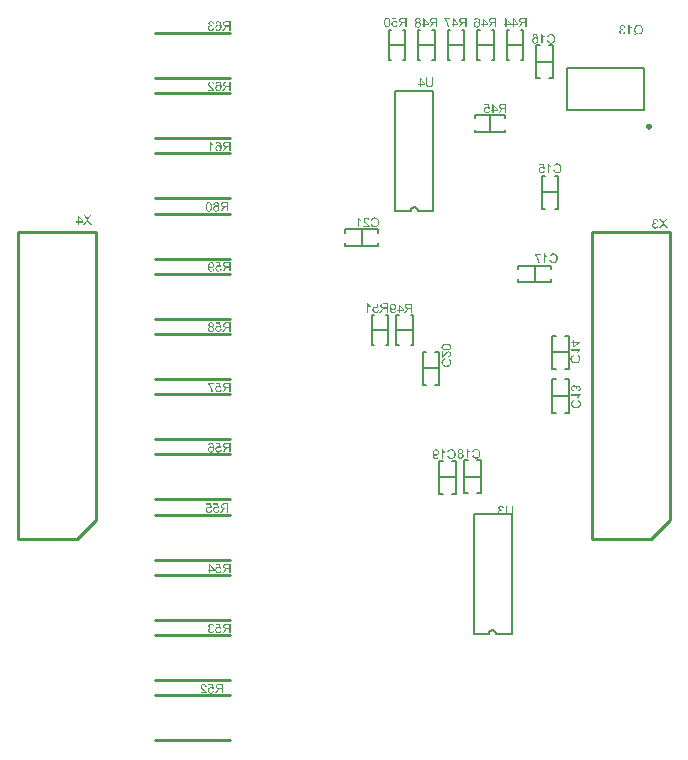
<source format=gbo>
%FSLAX23Y23*%
%MOIN*%
%SFA1B1*%

%IPPOS*%
%ADD11C,0.009840*%
%ADD14C,0.005910*%
%ADD15C,0.007870*%
%ADD16C,0.010000*%
%LNbms-1*%
%LPD*%
G36*
X2083Y2482D02*
X2084Y2482D01*
X2085Y2481*
X2086Y2481*
X2087Y2481*
X2087Y2480*
X2087Y2480*
X2087Y2480*
X2088Y2480*
X2088Y2480*
X2088Y2480*
X2088Y2480*
X2089Y2479*
X2089Y2478*
X2090Y2477*
X2090Y2476*
X2091Y2475*
X2091Y2475*
X2091Y2474*
X2091Y2474*
X2091Y2474*
X2091Y2474*
Y2474*
X2087Y2473*
X2087Y2474*
X2087Y2475*
X2086Y2476*
X2086Y2476*
X2086Y2477*
X2085Y2477*
X2085Y2477*
X2085Y2477*
X2085Y2478*
X2084Y2478*
X2083Y2478*
X2083Y2479*
X2082Y2479*
X2082Y2479*
X2082*
X2081Y2479*
X2080Y2479*
X2079Y2478*
X2079Y2478*
X2078Y2478*
X2078Y2478*
X2078Y2477*
X2078Y2477*
X2077Y2477*
X2077Y2476*
X2077Y2476*
X2077Y2475*
X2076Y2475*
X2076Y2474*
Y2474*
Y2474*
Y2474*
Y2473*
X2076Y2473*
X2077Y2472*
X2077Y2471*
X2077Y2471*
X2078Y2470*
X2078Y2470*
X2078Y2470*
X2078Y2470*
X2078*
X2079Y2469*
X2080Y2469*
X2081Y2469*
X2081Y2469*
X2082Y2469*
X2082Y2469*
X2083*
X2083Y2469*
X2083*
X2084Y2465*
X2083Y2465*
X2083Y2465*
X2082Y2466*
X2082Y2466*
X2082Y2466*
X2081*
X2080Y2466*
X2079Y2465*
X2079Y2465*
X2078Y2465*
X2077Y2464*
X2077Y2464*
X2077Y2464*
X2077Y2464*
X2076Y2463*
X2076Y2462*
X2075Y2462*
X2075Y2461*
X2075Y2460*
X2075Y2460*
X2075Y2460*
Y2460*
Y2460*
Y2459*
X2075Y2458*
X2075Y2458*
X2076Y2457*
X2076Y2456*
X2076Y2456*
X2077Y2455*
X2077Y2455*
X2077Y2455*
X2078Y2454*
X2078Y2454*
X2079Y2453*
X2080Y2453*
X2080Y2453*
X2081Y2453*
X2081Y2453*
X2081*
X2082Y2453*
X2083Y2453*
X2084Y2453*
X2084Y2454*
X2085Y2454*
X2085Y2454*
X2085Y2454*
X2085Y2454*
X2086Y2455*
X2086Y2456*
X2087Y2456*
X2087Y2457*
X2087Y2458*
X2087Y2458*
X2087Y2459*
X2087Y2459*
X2088Y2459*
X2088Y2459*
Y2459*
X2091Y2459*
X2091Y2458*
X2091Y2457*
X2091Y2456*
X2090Y2455*
X2090Y2454*
X2090Y2454*
X2089Y2454*
X2089Y2453*
X2089Y2453*
X2089Y2453*
X2089Y2452*
X2088Y2452*
X2088Y2452*
X2088Y2452*
X2088Y2452*
X2087Y2451*
X2087Y2451*
X2086Y2451*
X2085Y2450*
X2084Y2450*
X2083Y2450*
X2083Y2450*
X2083Y2450*
X2082Y2450*
X2082Y2450*
X2081*
X2081Y2450*
X2080Y2450*
X2079Y2450*
X2078Y2450*
X2078Y2450*
X2077Y2451*
X2076Y2451*
X2076Y2451*
X2075Y2451*
X2075Y2452*
X2075Y2452*
X2074Y2452*
X2074Y2452*
X2074Y2452*
X2074Y2453*
X2074Y2453*
X2073Y2453*
X2073Y2454*
X2072Y2454*
X2072Y2455*
X2072Y2455*
X2072Y2456*
X2071Y2457*
X2071Y2458*
X2071Y2458*
X2071Y2459*
X2071Y2459*
X2071Y2459*
Y2459*
Y2460*
Y2460*
X2071Y2461*
X2071Y2462*
X2071Y2463*
X2072Y2463*
X2072Y2464*
X2072Y2464*
X2072Y2465*
X2072Y2465*
X2073Y2465*
X2074Y2466*
X2074Y2466*
X2075Y2467*
X2076Y2467*
X2076Y2467*
X2076Y2467*
X2077Y2467*
X2077Y2467*
X2077*
X2076Y2468*
X2075Y2468*
X2075Y2469*
X2074Y2469*
X2074Y2469*
X2074Y2470*
X2074Y2470*
X2074Y2470*
X2073Y2471*
X2073Y2471*
X2073Y2472*
X2073Y2472*
X2072Y2473*
X2072Y2473*
Y2474*
Y2474*
X2072Y2474*
X2073Y2475*
X2073Y2476*
X2073Y2477*
X2073Y2477*
X2073Y2477*
X2074Y2478*
X2074Y2478*
X2074Y2478*
X2075Y2479*
X2075Y2480*
X2076Y2480*
X2076Y2480*
X2077Y2481*
X2077Y2481*
X2077Y2481*
X2077*
X2078Y2481*
X2079Y2481*
X2079Y2482*
X2080Y2482*
X2081Y2482*
X2081Y2482*
X2082*
X2083Y2482*
G37*
G36*
X2104Y2481D02*
X2105Y2480D01*
X2105Y2480*
X2106Y2479*
X2107Y2479*
X2107Y2478*
X2107Y2478*
X2107Y2478*
X2107Y2478*
X2107Y2478*
X2108Y2477*
X2109Y2476*
X2110Y2476*
X2111Y2475*
X2112Y2475*
X2112Y2474*
X2112Y2474*
X2113Y2474*
X2113Y2474*
X2113Y2474*
X2113*
Y2470*
X2112Y2471*
X2112Y2471*
X2111Y2471*
X2110Y2471*
X2110Y2472*
X2109Y2472*
X2109Y2472*
X2109Y2472*
X2109*
X2108Y2473*
X2107Y2473*
X2107Y2474*
X2106Y2474*
X2106Y2474*
X2106Y2475*
X2105Y2475*
X2105Y2475*
Y2450*
X2101*
Y2482*
X2104*
X2104Y2481*
G37*
G36*
X2137Y2482D02*
X2138Y2482D01*
X2139Y2482*
X2140Y2482*
X2141Y2481*
X2141Y2481*
X2142Y2481*
X2142Y2481*
X2142Y2481*
X2142Y2481*
X2143Y2480*
X2143Y2480*
X2143Y2480*
X2144Y2480*
X2145Y2479*
X2146Y2478*
X2147Y2477*
X2147Y2476*
X2148Y2475*
X2148Y2475*
X2148Y2475*
X2148Y2475*
X2148Y2475*
X2148Y2474*
X2149Y2473*
X2149Y2472*
X2150Y2470*
X2150Y2469*
X2150Y2468*
X2150Y2468*
X2150Y2467*
Y2467*
X2150Y2466*
Y2466*
Y2466*
Y2466*
X2150Y2464*
X2150Y2463*
X2150Y2462*
X2150Y2461*
X2149Y2461*
X2149Y2460*
X2149Y2459*
X2149Y2459*
X2149Y2459*
X2149Y2458*
X2148Y2458*
X2148Y2458*
X2148Y2458*
Y2458*
X2147Y2456*
X2147Y2455*
X2146Y2454*
X2145Y2453*
X2144Y2453*
X2144Y2452*
X2143Y2452*
X2143Y2452*
X2143Y2452*
X2143Y2452*
X2143Y2452*
X2142Y2451*
X2142Y2451*
X2140Y2451*
X2139Y2450*
X2138Y2450*
X2137Y2450*
X2137Y2450*
X2136Y2450*
X2136*
X2136Y2450*
X2135*
X2134Y2450*
X2134Y2450*
X2132Y2450*
X2131Y2450*
X2130Y2451*
X2130Y2451*
X2129Y2451*
X2129Y2451*
X2128Y2451*
X2128Y2451*
X2128Y2452*
X2128Y2452*
X2127Y2452*
X2127*
X2126Y2451*
X2125Y2450*
X2124Y2449*
X2123Y2449*
X2122Y2449*
X2122Y2448*
X2122Y2448*
X2121Y2448*
X2121Y2448*
X2121Y2448*
X2121Y2448*
X2121*
X2119Y2451*
X2120Y2451*
X2121Y2452*
X2122Y2452*
X2123Y2453*
X2124Y2453*
X2124Y2453*
X2124Y2453*
X2124Y2453*
X2125Y2454*
X2125Y2454*
X2125*
X2124Y2455*
X2123Y2455*
X2123Y2456*
X2122Y2457*
X2122Y2458*
X2122Y2458*
X2121Y2459*
X2121Y2459*
X2121Y2459*
X2121Y2459*
Y2459*
X2121Y2460*
X2120Y2461*
X2120Y2463*
X2120Y2464*
X2120Y2464*
X2120Y2465*
Y2465*
X2120Y2465*
Y2466*
Y2466*
Y2466*
Y2466*
X2120Y2468*
X2120Y2469*
X2120Y2470*
X2121Y2471*
X2121Y2471*
X2121Y2472*
X2121Y2472*
X2121Y2473*
X2121Y2473*
X2122Y2474*
X2122Y2474*
X2122Y2474*
X2122Y2474*
Y2474*
X2123Y2476*
X2123Y2477*
X2124Y2478*
X2125Y2479*
X2126Y2479*
X2126Y2480*
X2127Y2480*
X2127Y2480*
X2127Y2480*
X2127Y2480*
X2127Y2480*
X2128Y2481*
X2129Y2481*
X2130Y2481*
X2131Y2482*
X2132Y2482*
X2133Y2482*
X2133Y2482*
X2134Y2482*
X2134*
X2135Y2482*
X2136*
X2137Y2482*
G37*
G36*
X2192Y1835D02*
X2193Y1835D01*
X2195Y1835*
X2195Y1834*
X2196Y1834*
X2196Y1834*
X2196Y1834*
X2197Y1833*
X2197Y1833*
X2197Y1833*
X2197Y1833*
X2197Y1833*
X2198Y1832*
X2199Y1831*
X2199Y1830*
X2200Y1829*
X2200Y1828*
X2200Y1828*
X2200Y1828*
X2200Y1827*
X2200Y1827*
X2200Y1827*
Y1827*
X2196Y1826*
X2196Y1827*
X2196Y1828*
X2196Y1829*
X2195Y1830*
X2195Y1830*
X2195Y1830*
X2195Y1831*
X2195Y1831*
X2194Y1831*
X2193Y1831*
X2193Y1832*
X2192Y1832*
X2192Y1832*
X2191Y1832*
X2191*
X2190Y1832*
X2189Y1832*
X2189Y1832*
X2188Y1831*
X2188Y1831*
X2187Y1831*
X2187Y1831*
X2187Y1831*
X2187Y1830*
X2186Y1830*
X2186Y1829*
X2186Y1828*
X2186Y1828*
X2186Y1828*
Y1827*
Y1827*
Y1827*
Y1827*
X2186Y1826*
X2186Y1825*
X2186Y1825*
X2187Y1824*
X2187Y1824*
X2187Y1823*
X2188Y1823*
X2188Y1823*
X2188*
X2188Y1823*
X2189Y1822*
X2190Y1822*
X2191Y1822*
X2191Y1822*
X2192Y1822*
X2192*
X2192Y1822*
X2193*
X2193Y1819*
X2193Y1819*
X2192Y1819*
X2192Y1819*
X2191Y1819*
X2191Y1819*
X2190*
X2189Y1819*
X2189Y1819*
X2188Y1818*
X2187Y1818*
X2187Y1818*
X2186Y1818*
X2186Y1817*
X2186Y1817*
X2185Y1817*
X2185Y1816*
X2185Y1815*
X2184Y1814*
X2184Y1814*
X2184Y1813*
X2184Y1813*
Y1813*
Y1813*
Y1813*
X2184Y1812*
X2185Y1811*
X2185Y1810*
X2185Y1809*
X2186Y1809*
X2186Y1809*
X2186Y1808*
X2186Y1808*
X2187Y1808*
X2188Y1807*
X2188Y1807*
X2189Y1807*
X2190Y1806*
X2190Y1806*
X2190Y1806*
X2191*
X2192Y1806*
X2192Y1807*
X2193Y1807*
X2194Y1807*
X2194Y1807*
X2194Y1807*
X2195Y1808*
X2195Y1808*
X2195Y1808*
X2196Y1809*
X2196Y1810*
X2196Y1811*
X2197Y1811*
X2197Y1812*
X2197Y1812*
X2197Y1812*
X2197Y1812*
X2197Y1812*
Y1812*
X2201Y1812*
X2201Y1811*
X2201Y1811*
X2200Y1809*
X2200Y1808*
X2199Y1808*
X2199Y1807*
X2199Y1807*
X2199Y1807*
X2198Y1806*
X2198Y1806*
X2198Y1806*
X2198Y1806*
X2198Y1806*
X2198Y1806*
X2197Y1805*
X2197Y1805*
X2196Y1804*
X2195Y1804*
X2194Y1804*
X2193Y1803*
X2193Y1803*
X2192Y1803*
X2192Y1803*
X2191Y1803*
X2191Y1803*
X2191*
X2190Y1803*
X2189Y1803*
X2188Y1803*
X2188Y1804*
X2187Y1804*
X2186Y1804*
X2186Y1804*
X2185Y1805*
X2185Y1805*
X2184Y1805*
X2184Y1805*
X2184Y1806*
X2184Y1806*
X2183Y1806*
X2183Y1806*
X2183Y1806*
X2183Y1807*
X2182Y1807*
X2182Y1808*
X2181Y1808*
X2181Y1809*
X2181Y1809*
X2181Y1811*
X2180Y1811*
X2180Y1811*
X2180Y1812*
X2180Y1812*
X2180Y1813*
Y1813*
Y1813*
Y1813*
X2180Y1814*
X2180Y1815*
X2181Y1816*
X2181Y1817*
X2181Y1817*
X2181Y1818*
X2182Y1818*
X2182Y1818*
X2182Y1819*
X2183Y1819*
X2184Y1820*
X2184Y1820*
X2185Y1820*
X2186Y1821*
X2186Y1821*
X2186Y1821*
X2186Y1821*
X2186*
X2185Y1821*
X2185Y1822*
X2184Y1822*
X2184Y1822*
X2183Y1823*
X2183Y1823*
X2183Y1823*
X2183Y1823*
X2182Y1824*
X2182Y1825*
X2182Y1825*
X2182Y1826*
X2182Y1826*
X2182Y1827*
Y1827*
Y1827*
X2182Y1828*
X2182Y1829*
X2182Y1829*
X2182Y1830*
X2183Y1830*
X2183Y1831*
X2183Y1831*
X2183Y1831*
X2183Y1832*
X2184Y1832*
X2184Y1833*
X2185Y1833*
X2185Y1834*
X2186Y1834*
X2186Y1834*
X2186Y1834*
X2186*
X2187Y1834*
X2188Y1835*
X2189Y1835*
X2189Y1835*
X2190Y1835*
X2190Y1835*
X2192*
X2192Y1835*
G37*
G36*
X2220Y1820D02*
X2232Y1804D01*
X2227*
X2219Y1815*
X2219Y1815*
X2218Y1815*
X2218Y1816*
X2218Y1816*
X2218Y1817*
X2217Y1817*
X2217Y1817*
X2217Y1816*
X2216Y1815*
X2216Y1815*
X2216Y1815*
X2216Y1815*
X2216Y1815*
X2208Y1804*
X2203*
X2215Y1820*
X2204Y1835*
X2208*
X2215Y1827*
X2215Y1826*
X2216Y1825*
X2216Y1825*
X2216Y1824*
X2217Y1824*
X2217Y1823*
X2217Y1823*
X2217Y1823*
X2218Y1824*
X2218Y1824*
X2218Y1825*
X2219Y1826*
X2219Y1826*
X2219Y1827*
X2220Y1827*
X2220Y1827*
X2220Y1827*
Y1827*
X2225Y1835*
X2230*
X2220Y1820*
G37*
G36*
X300Y1832D02*
X312Y1815D01*
X307*
X300Y1826*
X299Y1827*
X299Y1827*
X299Y1828*
X298Y1828*
X298Y1828*
X298Y1829*
X298Y1829*
X298Y1828*
X297Y1827*
X297Y1827*
X297Y1827*
X297Y1827*
X297Y1827*
X289Y1815*
X284*
X295Y1832*
X285Y1847*
X289*
X295Y1839*
X296Y1838*
X296Y1837*
X297Y1837*
X297Y1836*
X297Y1836*
X298Y1835*
X298Y1835*
X298Y1835*
X298Y1836*
X299Y1836*
X299Y1837*
X299Y1837*
X300Y1838*
X300Y1838*
X300Y1839*
X300Y1839*
X300Y1839*
Y1839*
X306Y1847*
X311*
X300Y1832*
G37*
G36*
X283Y1827D02*
Y1823D01*
X269*
Y1815*
X265*
Y1823*
X261*
Y1827*
X265*
Y1847*
X268*
X283Y1827*
G37*
G36*
X1451Y2288D02*
Y2287D01*
X1451Y2287*
X1451Y2286*
X1451Y2285*
X1451Y2284*
X1451Y2284*
X1451Y2283*
X1451Y2283*
X1451Y2282*
X1450Y2282*
X1450Y2281*
X1450Y2281*
X1450Y2281*
X1450Y2281*
X1450Y2281*
Y2280*
X1450Y2279*
X1449Y2279*
X1448Y2278*
X1448Y2277*
X1447Y2277*
X1447Y2276*
X1446Y2276*
X1446Y2276*
X1446Y2276*
X1446*
X1445Y2276*
X1444Y2275*
X1443Y2275*
X1441Y2275*
X1441Y2275*
X1440Y2275*
X1440Y2275*
X1440*
X1439Y2275*
X1439*
X1437Y2275*
X1436Y2275*
X1436Y2275*
X1435Y2275*
X1435Y2275*
X1434Y2275*
X1433Y2275*
X1433Y2276*
X1433Y2276*
X1432Y2276*
X1432Y2276*
X1432Y2276*
X1432Y2276*
X1432Y2276*
X1432*
X1431Y2277*
X1430Y2278*
X1429Y2278*
X1429Y2279*
X1428Y2280*
X1428Y2280*
X1428Y2281*
X1428Y2281*
X1428Y2281*
Y2281*
X1427Y2281*
X1427Y2282*
X1427Y2283*
X1427Y2284*
X1427Y2286*
X1427Y2286*
X1427Y2287*
Y2287*
X1427Y2288*
Y2288*
Y2288*
Y2288*
Y2288*
Y2307*
X1431*
Y2288*
Y2287*
X1431Y2286*
X1431Y2285*
X1431Y2285*
X1431Y2284*
X1431Y2283*
X1431Y2283*
X1432Y2282*
X1432Y2282*
X1432Y2281*
X1432Y2281*
X1432Y2281*
X1432Y2281*
X1433Y2280*
X1433Y2280*
X1433Y2280*
X1433Y2280*
X1434Y2280*
X1435Y2279*
X1436Y2279*
X1437Y2279*
X1438Y2278*
X1438Y2278*
X1438*
X1439Y2278*
X1439*
X1440Y2278*
X1441Y2279*
X1442Y2279*
X1442Y2279*
X1443Y2279*
X1443Y2279*
X1444Y2279*
X1444Y2279*
X1444Y2280*
X1445Y2280*
X1445Y2281*
X1446Y2281*
X1446Y2282*
X1446Y2282*
X1446Y2282*
X1446Y2282*
X1446Y2283*
X1447Y2283*
X1447Y2284*
X1447Y2285*
X1447Y2286*
X1447Y2287*
Y2287*
X1447Y2288*
Y2288*
Y2288*
Y2288*
Y2288*
Y2307*
X1451*
Y2288*
G37*
G36*
X1422Y2286D02*
Y2283D01*
X1409*
Y2275*
X1405*
Y2283*
X1401*
Y2286*
X1405*
Y2307*
X1408*
X1422Y2286*
G37*
G36*
X1678Y879D02*
X1679Y879D01*
X1680Y879*
X1681Y879*
X1682Y878*
X1682Y878*
X1682Y878*
X1683Y878*
X1683Y878*
X1683Y878*
X1683Y877*
X1683Y877*
X1684Y877*
X1685Y876*
X1685Y875*
X1686Y874*
X1686Y873*
X1686Y872*
X1686Y872*
X1686Y872*
X1686Y872*
X1686Y871*
Y871*
X1682Y871*
X1682Y872*
X1682Y873*
X1682Y873*
X1681Y874*
X1681Y874*
X1681Y875*
X1681Y875*
X1680Y875*
X1680Y875*
X1679Y876*
X1679Y876*
X1678Y876*
X1677Y876*
X1677Y876*
X1677*
X1676Y876*
X1675Y876*
X1675Y876*
X1674Y876*
X1674Y875*
X1673Y875*
X1673Y875*
X1673Y875*
X1672Y874*
X1672Y874*
X1672Y873*
X1672Y873*
X1672Y872*
X1672Y872*
Y872*
Y871*
Y871*
Y871*
X1672Y870*
X1672Y870*
X1672Y869*
X1673Y868*
X1673Y868*
X1673Y868*
X1673Y868*
X1673Y867*
X1674*
X1674Y867*
X1675Y867*
X1676Y867*
X1676Y866*
X1677Y866*
X1678Y866*
X1678*
X1678Y866*
X1679*
X1679Y863*
X1678Y863*
X1678Y863*
X1677Y863*
X1677Y863*
X1677Y863*
X1676*
X1675Y863*
X1674Y863*
X1674Y863*
X1673Y862*
X1673Y862*
X1672Y862*
X1672Y862*
X1672Y862*
X1671Y861*
X1671Y860*
X1671Y859*
X1670Y859*
X1670Y858*
X1670Y858*
X1670Y857*
Y857*
Y857*
Y857*
X1670Y856*
X1670Y855*
X1671Y854*
X1671Y854*
X1671Y853*
X1672Y853*
X1672Y853*
X1672Y852*
X1673Y852*
X1674Y851*
X1674Y851*
X1675Y851*
X1676Y851*
X1676Y851*
X1676Y851*
X1677*
X1677Y851*
X1678Y851*
X1679Y851*
X1679Y851*
X1680Y852*
X1680Y852*
X1680Y852*
X1681Y852*
X1681Y853*
X1682Y853*
X1682Y854*
X1682Y855*
X1683Y856*
X1683Y856*
X1683Y856*
X1683Y856*
X1683Y857*
X1683Y857*
Y857*
X1687Y856*
X1687Y856*
X1686Y855*
X1686Y854*
X1686Y852*
X1685Y852*
X1685Y852*
X1685Y851*
X1684Y851*
X1684Y851*
X1684Y850*
X1684Y850*
X1684Y850*
X1684Y850*
X1684Y850*
X1683Y849*
X1682Y849*
X1682Y849*
X1681Y848*
X1680Y848*
X1679Y848*
X1679Y848*
X1678Y848*
X1678Y847*
X1677Y847*
X1677Y847*
X1677*
X1676Y847*
X1675Y848*
X1674Y848*
X1674Y848*
X1673Y848*
X1672Y848*
X1672Y849*
X1671Y849*
X1671Y849*
X1670Y849*
X1670Y850*
X1670Y850*
X1669Y850*
X1669Y850*
X1669Y850*
X1669Y850*
X1669Y851*
X1668Y851*
X1668Y852*
X1667Y853*
X1667Y853*
X1667Y854*
X1666Y855*
X1666Y855*
X1666Y856*
X1666Y856*
X1666Y857*
X1666Y857*
Y857*
Y857*
Y857*
X1666Y858*
X1666Y859*
X1667Y860*
X1667Y861*
X1667Y861*
X1667Y862*
X1668Y862*
X1668Y862*
X1668Y863*
X1669Y864*
X1670Y864*
X1670Y864*
X1671Y865*
X1671Y865*
X1672Y865*
X1672Y865*
X1672Y865*
X1672*
X1671Y865*
X1671Y866*
X1670Y866*
X1670Y867*
X1669Y867*
X1669Y867*
X1669Y868*
X1669Y868*
X1668Y868*
X1668Y869*
X1668Y870*
X1668Y870*
X1668Y871*
X1668Y871*
Y871*
Y871*
X1668Y872*
X1668Y873*
X1668Y874*
X1668Y874*
X1668Y875*
X1669Y875*
X1669Y875*
X1669Y875*
X1669Y876*
X1670Y877*
X1670Y877*
X1671Y878*
X1671Y878*
X1672Y878*
X1672Y878*
X1672Y878*
X1672*
X1673Y879*
X1674Y879*
X1675Y879*
X1675Y879*
X1676Y880*
X1676Y880*
X1677*
X1678Y879*
G37*
G36*
X1717Y861D02*
Y860D01*
X1717Y859*
X1717Y859*
X1717Y858*
X1717Y857*
X1716Y857*
X1716Y856*
X1716Y855*
X1716Y855*
X1716Y854*
X1716Y854*
X1716Y854*
X1716Y854*
X1716Y853*
X1716Y853*
Y853*
X1715Y852*
X1714Y851*
X1714Y851*
X1713Y850*
X1713Y850*
X1712Y849*
X1712Y849*
X1712Y849*
X1712Y849*
X1712*
X1710Y848*
X1709Y848*
X1708Y848*
X1707Y848*
X1706Y848*
X1706Y847*
X1705Y847*
X1705*
X1705Y847*
X1704*
X1703Y847*
X1702Y848*
X1701Y848*
X1701Y848*
X1700Y848*
X1700Y848*
X1699Y848*
X1699Y848*
X1698Y849*
X1698Y849*
X1698Y849*
X1697Y849*
X1697Y849*
X1697Y849*
X1697*
X1696Y850*
X1695Y851*
X1695Y851*
X1694Y852*
X1694Y853*
X1693Y853*
X1693Y853*
X1693Y853*
X1693Y854*
Y854*
X1693Y854*
X1693Y855*
X1693Y856*
X1692Y857*
X1692Y858*
X1692Y859*
X1692Y860*
Y860*
X1692Y860*
Y861*
Y861*
Y861*
Y861*
Y879*
X1696*
Y861*
Y860*
X1696Y859*
X1696Y858*
X1697Y857*
X1697Y857*
X1697Y856*
X1697Y855*
X1697Y855*
X1697Y855*
X1698Y854*
X1698Y854*
X1698Y854*
X1698Y853*
X1698Y853*
X1698Y853*
X1698Y853*
X1699Y853*
X1699Y853*
X1700Y852*
X1701Y852*
X1702Y851*
X1703Y851*
X1704Y851*
X1704*
X1704Y851*
X1705*
X1706Y851*
X1707Y851*
X1707Y851*
X1708Y852*
X1709Y852*
X1709Y852*
X1709Y852*
X1709Y852*
X1710Y853*
X1710Y853*
X1711Y854*
X1711Y854*
X1712Y855*
X1712Y855*
X1712Y855*
X1712Y855*
X1712Y856*
X1712Y856*
X1712Y857*
X1712Y858*
X1713Y859*
X1713Y860*
Y860*
X1713Y861*
Y861*
Y861*
Y861*
Y861*
Y879*
X1717*
Y861*
G37*
G36*
X1639Y2202D02*
X1635Y2202D01*
X1635Y2202*
X1635Y2203*
X1634Y2203*
X1634Y2204*
X1634Y2204*
X1633Y2204*
X1633Y2204*
X1633Y2204*
X1633Y2204*
X1632Y2205*
X1631Y2205*
X1631Y2205*
X1630Y2205*
X1630Y2205*
X1629*
X1629Y2205*
X1628Y2205*
X1627Y2204*
X1626Y2204*
X1626Y2204*
X1625Y2203*
X1625Y2203*
X1625Y2203*
Y2203*
X1624Y2202*
X1624Y2201*
X1623Y2201*
X1623Y2200*
X1623Y2199*
X1623Y2199*
Y2198*
X1623Y2198*
Y2198*
Y2198*
Y2198*
Y2197*
X1623Y2197*
X1623Y2195*
X1624Y2195*
X1624Y2194*
X1624Y2193*
X1625Y2193*
X1625Y2192*
X1625Y2192*
X1625Y2192*
X1625Y2192*
X1625Y2192*
X1626Y2192*
X1627Y2191*
X1627Y2191*
X1628Y2190*
X1629Y2190*
X1629Y2190*
X1629Y2190*
X1630*
X1631Y2190*
X1631Y2190*
X1632Y2191*
X1633Y2191*
X1633Y2191*
X1633Y2191*
X1634Y2192*
X1634Y2192*
X1634Y2192*
X1635Y2193*
X1635Y2194*
X1635Y2194*
X1636Y2195*
X1636Y2196*
X1636Y2196*
X1636Y2196*
Y2196*
Y2196*
X1640Y2196*
X1640Y2195*
X1640Y2194*
X1639Y2193*
X1639Y2192*
X1638Y2191*
X1638Y2191*
X1638Y2191*
X1638Y2190*
X1637Y2190*
X1637Y2190*
X1637Y2190*
X1637Y2189*
X1637Y2189*
X1637Y2189*
X1636Y2189*
X1636Y2189*
X1635Y2188*
X1634Y2188*
X1633Y2188*
X1632Y2187*
X1632Y2187*
X1631Y2187*
X1631Y2187*
X1630Y2187*
X1630Y2187*
X1630*
X1629Y2187*
X1628Y2187*
X1627Y2187*
X1626Y2188*
X1625Y2188*
X1625Y2188*
X1624Y2188*
X1624Y2189*
X1623Y2189*
X1623Y2190*
X1622Y2190*
X1622Y2190*
X1622Y2190*
X1622Y2191*
X1621Y2191*
X1621Y2191*
X1621Y2191*
X1621Y2192*
X1620Y2193*
X1620Y2193*
X1619Y2194*
X1619Y2196*
X1619Y2196*
X1619Y2197*
X1619Y2197*
X1619Y2197*
X1619Y2198*
Y2198*
Y2198*
Y2198*
X1619Y2199*
X1619Y2200*
X1619Y2201*
X1619Y2201*
X1620Y2202*
X1620Y2202*
X1620Y2203*
X1620Y2204*
X1621Y2204*
X1621Y2204*
X1621Y2205*
X1621Y2205*
X1621Y2205*
X1622Y2205*
X1622Y2205*
X1622Y2206*
X1622Y2206*
X1623Y2206*
X1623Y2207*
X1624Y2207*
X1625Y2207*
X1625Y2208*
X1626Y2208*
X1627Y2208*
X1627Y2208*
X1628Y2208*
X1628Y2208*
X1628Y2208*
X1629*
X1630Y2208*
X1631Y2208*
X1632Y2208*
X1633Y2207*
X1634Y2207*
X1634Y2207*
X1634Y2207*
X1634Y2207*
X1635Y2206*
X1635Y2206*
X1635Y2206*
X1633Y2215*
X1620*
Y2219*
X1636*
X1639Y2202*
G37*
G36*
X1694Y2187D02*
X1690D01*
Y2201*
X1685*
X1684Y2201*
X1684*
X1684Y2201*
X1683Y2201*
X1683*
X1683Y2201*
X1683*
X1682Y2201*
X1682Y2201*
X1682Y2201*
X1682Y2201*
X1681Y2201*
X1681Y2201*
X1681Y2200*
X1681Y2200*
X1680Y2200*
X1680Y2199*
X1679Y2199*
X1679Y2199*
X1679Y2198*
X1679Y2198*
X1679Y2198*
X1678Y2197*
X1678Y2196*
X1677Y2196*
X1677Y2195*
X1676Y2195*
X1676Y2194*
X1676Y2194*
X1676Y2194*
Y2194*
X1672Y2187*
X1667*
X1672Y2196*
X1673Y2197*
X1673Y2198*
X1674Y2198*
X1674Y2199*
X1675Y2200*
X1675Y2200*
X1676Y2200*
X1676Y2200*
X1676Y2201*
X1676Y2201*
X1677Y2201*
X1678Y2202*
X1678Y2202*
X1678Y2202*
X1678Y2202*
X1677Y2202*
X1677Y2202*
X1676Y2202*
X1675Y2203*
X1675Y2203*
X1674Y2203*
X1674Y2203*
X1673Y2203*
X1673Y2204*
X1672Y2204*
X1672Y2204*
X1672Y2204*
X1672Y2204*
X1672Y2205*
X1671Y2205*
X1671Y2205*
X1671Y2205*
X1671Y2206*
X1670Y2207*
X1670Y2208*
X1669Y2208*
X1669Y2209*
X1669Y2210*
Y2210*
X1669Y2210*
Y2210*
Y2210*
Y2210*
X1669Y2211*
X1669Y2212*
X1670Y2213*
X1670Y2214*
X1670Y2214*
X1670Y2215*
X1670Y2215*
X1671Y2215*
Y2215*
X1671Y2216*
X1672Y2216*
X1672Y2217*
X1673Y2217*
X1673Y2218*
X1674Y2218*
X1674Y2218*
X1674Y2218*
X1674*
X1674Y2218*
X1675Y2218*
X1676Y2219*
X1677Y2219*
X1678Y2219*
X1679Y2219*
X1679*
X1680Y2219*
X1694*
Y2187*
G37*
G36*
X1666Y2199D02*
Y2195D01*
X1652*
Y2187*
X1648*
Y2195*
X1644*
Y2199*
X1648*
Y2219*
X1651*
X1666Y2199*
G37*
G36*
X1597Y2505D02*
X1597Y2505D01*
X1598Y2505*
X1599Y2505*
X1600Y2504*
X1600Y2504*
X1601Y2504*
X1602Y2503*
X1602Y2503*
X1602Y2503*
X1603Y2502*
X1603Y2502*
X1603Y2502*
X1604Y2502*
X1604Y2502*
X1604Y2502*
X1604Y2501*
X1605Y2500*
X1605Y2499*
X1606Y2498*
X1606Y2497*
X1606Y2495*
X1606Y2494*
X1607Y2493*
X1607Y2492*
X1607Y2491*
X1607Y2490*
X1607Y2490*
Y2489*
X1607Y2489*
Y2488*
Y2488*
Y2488*
Y2488*
X1607Y2487*
X1607Y2485*
X1607Y2484*
X1607Y2483*
X1606Y2482*
X1606Y2481*
X1606Y2480*
X1605Y2479*
X1605Y2479*
X1605Y2478*
X1605Y2478*
X1604Y2477*
X1604Y2477*
X1604Y2477*
X1604Y2477*
X1604Y2477*
X1603Y2476*
X1603Y2475*
X1602Y2475*
X1601Y2474*
X1601Y2474*
X1600Y2474*
X1600Y2474*
X1599Y2473*
X1598Y2473*
X1598Y2473*
X1597Y2473*
X1597Y2473*
X1597*
X1596Y2473*
X1596*
X1595Y2473*
X1594Y2473*
X1593Y2473*
X1592Y2474*
X1592Y2474*
X1591Y2474*
X1591Y2474*
X1591Y2474*
X1591Y2474*
X1591*
X1590Y2475*
X1590Y2475*
X1589Y2476*
X1588Y2477*
X1588Y2477*
X1588Y2478*
X1588Y2478*
X1588Y2478*
X1588Y2478*
Y2478*
X1587Y2479*
X1587Y2480*
X1587Y2481*
X1586Y2482*
X1586Y2483*
Y2483*
X1586Y2483*
Y2483*
Y2484*
Y2484*
Y2484*
X1586Y2485*
X1586Y2485*
X1586Y2486*
X1587Y2487*
X1587Y2487*
X1587Y2488*
X1587Y2489*
X1588Y2489*
X1588Y2490*
X1588Y2490*
X1588Y2490*
X1589Y2491*
X1589Y2491*
X1589Y2491*
X1589Y2491*
X1589Y2491*
X1589Y2492*
X1590Y2492*
X1591Y2492*
X1591Y2493*
X1592Y2493*
X1592Y2493*
X1593Y2494*
X1594Y2494*
X1594Y2494*
X1595Y2494*
X1595Y2494*
X1595Y2494*
X1596*
X1596Y2494*
X1597Y2494*
X1598Y2494*
X1598Y2493*
X1599Y2493*
X1599Y2493*
X1600Y2493*
X1600Y2493*
X1600*
X1601Y2492*
X1601Y2492*
X1602Y2491*
X1602Y2491*
X1603Y2490*
X1603Y2490*
X1603Y2490*
X1603Y2490*
Y2491*
X1603Y2491*
X1603Y2492*
X1603Y2493*
X1603Y2493*
X1603Y2494*
X1603Y2495*
X1603Y2495*
X1603Y2496*
X1602Y2496*
X1602Y2496*
X1602Y2497*
X1602Y2497*
X1602Y2497*
X1602Y2497*
Y2497*
X1602Y2498*
X1601Y2499*
X1601Y2499*
X1600Y2500*
X1600Y2500*
X1600Y2501*
X1599Y2501*
X1599Y2501*
X1599Y2501*
X1598Y2502*
X1598Y2502*
X1597Y2502*
X1597Y2502*
X1596Y2502*
X1596*
X1595Y2502*
X1594Y2502*
X1594Y2501*
X1593Y2501*
X1593Y2501*
X1592Y2501*
X1592Y2500*
X1592Y2500*
X1592Y2500*
X1591Y2499*
X1591Y2499*
X1591Y2498*
X1591Y2498*
X1591Y2497*
X1591Y2497*
X1591Y2497*
Y2497*
X1587Y2497*
X1587Y2499*
X1587Y2500*
X1588Y2501*
X1588Y2502*
X1589Y2502*
X1589Y2502*
X1589Y2503*
X1589Y2503*
X1590Y2503*
X1590Y2503*
X1590Y2503*
X1590Y2503*
X1591Y2504*
X1592Y2504*
X1593Y2505*
X1594Y2505*
X1594Y2505*
X1595Y2505*
X1595*
X1595Y2505*
X1596*
X1597Y2505*
G37*
G36*
X1661Y2474D02*
X1657D01*
Y2487*
X1652*
X1651Y2487*
X1651*
X1651Y2487*
X1650Y2487*
X1650*
X1650Y2487*
X1650*
X1649Y2487*
X1649Y2487*
X1649Y2487*
X1649Y2487*
X1648Y2487*
X1648Y2487*
X1648Y2486*
X1648Y2486*
X1648Y2486*
X1647Y2485*
X1647Y2485*
X1646Y2485*
X1646Y2484*
X1646Y2484*
X1646Y2484*
X1645Y2483*
X1645Y2482*
X1644Y2482*
X1644Y2481*
X1643Y2481*
X1643Y2480*
X1643Y2480*
X1643Y2480*
Y2480*
X1639Y2474*
X1634*
X1639Y2482*
X1640Y2483*
X1640Y2484*
X1641Y2484*
X1642Y2485*
X1642Y2486*
X1642Y2486*
X1643Y2486*
X1643Y2486*
X1643Y2487*
X1643Y2487*
X1644Y2487*
X1645Y2488*
X1645Y2488*
X1645Y2488*
X1645Y2488*
X1644Y2488*
X1644Y2488*
X1643Y2488*
X1642Y2489*
X1642Y2489*
X1641Y2489*
X1641Y2489*
X1640Y2489*
X1640Y2490*
X1639Y2490*
X1639Y2490*
X1639Y2490*
X1639Y2490*
X1639Y2491*
X1639Y2491*
X1638Y2491*
X1638Y2491*
X1638Y2492*
X1637Y2493*
X1637Y2494*
X1637Y2494*
X1636Y2495*
X1636Y2496*
Y2496*
X1636Y2496*
Y2496*
Y2496*
Y2496*
X1636Y2497*
X1636Y2498*
X1637Y2499*
X1637Y2500*
X1637Y2500*
X1637Y2501*
X1638Y2501*
X1638Y2501*
Y2501*
X1638Y2502*
X1639Y2503*
X1639Y2503*
X1640Y2503*
X1640Y2504*
X1641Y2504*
X1641Y2504*
X1641Y2504*
X1641*
X1642Y2504*
X1642Y2504*
X1643Y2505*
X1644Y2505*
X1645Y2505*
X1646Y2505*
X1646*
X1647Y2505*
X1661*
Y2474*
G37*
G36*
X1633Y2485D02*
Y2481D01*
X1619*
Y2474*
X1615*
Y2481*
X1611*
Y2485*
X1615*
Y2505*
X1618*
X1633Y2485*
G37*
G36*
X1562Y2474D02*
X1558D01*
Y2487*
X1553*
X1552Y2487*
X1552*
X1552Y2487*
X1551Y2487*
X1551*
X1551Y2487*
X1551*
X1550Y2487*
X1550Y2487*
X1550Y2487*
X1550Y2487*
X1549Y2487*
X1549Y2487*
X1549Y2486*
X1549Y2486*
X1549Y2486*
X1548Y2485*
X1548Y2485*
X1547Y2485*
X1547Y2484*
X1547Y2484*
X1547Y2484*
X1546Y2483*
X1546Y2482*
X1545Y2482*
X1545Y2481*
X1544Y2481*
X1544Y2480*
X1544Y2480*
X1544Y2480*
Y2480*
X1540Y2474*
X1535*
X1540Y2482*
X1541Y2483*
X1541Y2484*
X1542Y2484*
X1543Y2485*
X1543Y2486*
X1543Y2486*
X1544Y2486*
X1544Y2486*
X1544Y2487*
X1544Y2487*
X1545Y2487*
X1546Y2488*
X1546Y2488*
X1546Y2488*
X1546Y2488*
X1545Y2488*
X1545Y2488*
X1544Y2488*
X1543Y2489*
X1543Y2489*
X1542Y2489*
X1542Y2489*
X1541Y2489*
X1541Y2490*
X1540Y2490*
X1540Y2490*
X1540Y2490*
X1540Y2490*
X1540Y2491*
X1540Y2491*
X1539Y2491*
X1539Y2491*
X1539Y2492*
X1538Y2493*
X1538Y2494*
X1538Y2494*
X1537Y2495*
X1537Y2496*
Y2496*
X1537Y2496*
Y2496*
Y2496*
Y2496*
X1537Y2497*
X1537Y2498*
X1538Y2499*
X1538Y2500*
X1538Y2500*
X1538Y2501*
X1539Y2501*
X1539Y2501*
Y2501*
X1539Y2502*
X1540Y2503*
X1540Y2503*
X1541Y2503*
X1541Y2504*
X1542Y2504*
X1542Y2504*
X1542Y2504*
X1542*
X1543Y2504*
X1543Y2504*
X1544Y2505*
X1545Y2505*
X1546Y2505*
X1547Y2505*
X1547*
X1548Y2505*
X1562*
Y2474*
G37*
G36*
X1534Y2485D02*
Y2481D01*
X1520*
Y2474*
X1516*
Y2481*
X1512*
Y2485*
X1516*
Y2505*
X1519*
X1534Y2485*
G37*
G36*
X1508Y2501D02*
X1492D01*
X1493Y2500*
X1494Y2498*
X1495Y2497*
X1496Y2495*
X1496Y2495*
X1497Y2494*
X1497Y2494*
X1497Y2493*
X1497Y2493*
X1498Y2493*
X1498Y2493*
X1498Y2493*
X1499Y2491*
X1499Y2489*
X1500Y2487*
X1500Y2486*
X1501Y2486*
X1501Y2485*
X1501Y2484*
X1501Y2484*
X1501Y2483*
X1502Y2483*
X1502Y2483*
X1502Y2482*
Y2482*
X1502Y2481*
X1502Y2480*
X1503Y2479*
X1503Y2478*
X1503Y2477*
X1503Y2477*
X1503Y2476*
X1503Y2475*
X1503Y2475*
X1503Y2475*
Y2474*
X1503Y2474*
Y2474*
Y2474*
Y2474*
X1499*
X1499Y2475*
X1499Y2477*
X1499Y2478*
X1498Y2479*
X1498Y2480*
X1498Y2480*
X1498Y2481*
X1498Y2481*
X1498Y2481*
X1498Y2482*
X1498Y2482*
X1498Y2482*
Y2482*
X1497Y2484*
X1496Y2486*
X1496Y2487*
X1496Y2488*
X1495Y2489*
X1495Y2490*
X1495Y2490*
X1494Y2491*
X1494Y2492*
X1494Y2492*
X1493Y2493*
X1493Y2493*
X1493Y2493*
X1493Y2493*
X1493Y2494*
X1492Y2495*
X1492Y2496*
X1491Y2497*
X1491Y2497*
X1490Y2498*
X1490Y2499*
X1489Y2499*
X1489Y2500*
X1488Y2500*
X1488Y2501*
X1488Y2501*
X1488Y2501*
X1487Y2501*
X1487Y2502*
X1487Y2502*
Y2505*
X1508*
Y2501*
G37*
G36*
X1464Y2474D02*
X1460D01*
Y2487*
X1455*
X1454Y2487*
X1454*
X1454Y2487*
X1453Y2487*
X1453*
X1453Y2487*
X1453*
X1452Y2487*
X1452Y2487*
X1452Y2487*
X1452Y2487*
X1451Y2487*
X1451Y2487*
X1451Y2486*
X1451Y2486*
X1451Y2486*
X1450Y2485*
X1450Y2485*
X1449Y2485*
X1449Y2484*
X1449Y2484*
X1449Y2484*
X1448Y2483*
X1448Y2482*
X1447Y2482*
X1447Y2481*
X1446Y2481*
X1446Y2480*
X1446Y2480*
X1446Y2480*
Y2480*
X1442Y2474*
X1437*
X1442Y2482*
X1443Y2483*
X1443Y2484*
X1444Y2484*
X1445Y2485*
X1445Y2486*
X1445Y2486*
X1446Y2486*
X1446Y2486*
X1446Y2487*
X1446Y2487*
X1447Y2487*
X1448Y2488*
X1448Y2488*
X1448Y2488*
X1448Y2488*
X1447Y2488*
X1447Y2488*
X1446Y2488*
X1445Y2489*
X1445Y2489*
X1444Y2489*
X1444Y2489*
X1443Y2489*
X1443Y2490*
X1442Y2490*
X1442Y2490*
X1442Y2490*
X1442Y2490*
X1442Y2491*
X1442Y2491*
X1441Y2491*
X1441Y2491*
X1441Y2492*
X1440Y2493*
X1440Y2494*
X1440Y2494*
X1439Y2495*
X1439Y2496*
Y2496*
X1439Y2496*
Y2496*
Y2496*
Y2496*
X1439Y2497*
X1439Y2498*
X1440Y2499*
X1440Y2500*
X1440Y2500*
X1440Y2501*
X1441Y2501*
X1441Y2501*
Y2501*
X1441Y2502*
X1442Y2503*
X1442Y2503*
X1443Y2503*
X1443Y2504*
X1444Y2504*
X1444Y2504*
X1444Y2504*
X1444*
X1445Y2504*
X1445Y2504*
X1446Y2505*
X1447Y2505*
X1448Y2505*
X1449Y2505*
X1449*
X1450Y2505*
X1464*
Y2474*
G37*
G36*
X1436Y2485D02*
Y2481D01*
X1422*
Y2474*
X1418*
Y2481*
X1414*
Y2485*
X1418*
Y2505*
X1421*
X1436Y2485*
G37*
G36*
X1400Y2505D02*
X1401Y2505D01*
X1402Y2505*
X1403Y2505*
X1403Y2504*
X1404Y2504*
X1404Y2504*
X1405Y2504*
X1405Y2504*
X1405Y2503*
X1406Y2503*
X1406Y2503*
X1406Y2503*
X1406Y2503*
X1406Y2503*
X1407Y2502*
X1407Y2502*
X1407Y2501*
X1408Y2501*
X1408Y2500*
X1408Y2499*
X1408Y2498*
X1409Y2498*
X1409Y2498*
X1409Y2497*
Y2497*
Y2497*
Y2497*
X1409Y2496*
X1408Y2495*
X1408Y2495*
X1408Y2494*
X1408Y2494*
X1408Y2493*
X1408Y2493*
X1407Y2493*
X1407Y2492*
X1406Y2492*
X1406Y2492*
X1405Y2491*
X1405Y2491*
X1404Y2491*
X1404Y2491*
X1404Y2491*
X1404Y2491*
X1404*
X1405Y2490*
X1406Y2490*
X1407Y2489*
X1407Y2489*
X1408Y2488*
X1408Y2488*
X1408Y2488*
X1408Y2488*
Y2488*
X1409Y2487*
X1409Y2486*
X1410Y2485*
X1410Y2484*
X1410Y2484*
X1410Y2483*
Y2483*
X1410Y2483*
Y2483*
Y2483*
Y2483*
X1410Y2482*
X1410Y2481*
X1410Y2480*
X1409Y2480*
X1409Y2479*
X1409Y2478*
X1408Y2478*
X1408Y2477*
X1408Y2477*
X1408Y2476*
X1408Y2476*
X1407Y2476*
X1407Y2476*
X1407Y2476*
X1407Y2476*
X1407Y2475*
X1406Y2475*
X1405Y2474*
X1405Y2474*
X1404Y2474*
X1403Y2474*
X1402Y2473*
X1402Y2473*
X1401Y2473*
X1401Y2473*
X1400Y2473*
X1400Y2473*
X1400*
X1399Y2473*
X1398Y2473*
X1397Y2473*
X1396Y2473*
X1396Y2474*
X1395Y2474*
X1395Y2474*
X1394Y2474*
X1394Y2475*
X1393Y2475*
X1393Y2475*
X1393Y2475*
X1392Y2475*
X1392Y2476*
X1392Y2476*
X1392Y2476*
X1392Y2476*
X1391Y2477*
X1391Y2477*
X1390Y2478*
X1390Y2478*
X1390Y2479*
X1390Y2480*
X1389Y2481*
X1389Y2481*
X1389Y2481*
X1389Y2482*
X1389Y2482*
Y2482*
Y2482*
Y2482*
X1389Y2484*
X1389Y2484*
X1390Y2485*
X1390Y2486*
X1390Y2487*
X1390Y2487*
X1391Y2487*
X1391Y2487*
Y2487*
X1391Y2488*
X1392Y2489*
X1393Y2489*
X1393Y2490*
X1394Y2490*
X1395Y2490*
X1395Y2490*
X1395Y2490*
X1395Y2491*
X1395*
X1394Y2491*
X1394Y2491*
X1393Y2492*
X1392Y2492*
X1392Y2492*
X1392Y2493*
X1392Y2493*
X1392Y2493*
X1391Y2494*
X1391Y2494*
X1391Y2495*
X1391Y2496*
X1390Y2496*
X1390Y2496*
Y2497*
Y2497*
Y2497*
X1390Y2497*
X1391Y2498*
X1391Y2499*
X1391Y2500*
X1392Y2501*
X1392Y2502*
X1392Y2502*
X1393Y2502*
X1393Y2503*
X1393Y2503*
X1393Y2503*
X1393Y2503*
X1393Y2503*
X1394Y2504*
X1395Y2504*
X1395Y2504*
X1396Y2505*
X1397Y2505*
X1398Y2505*
X1398Y2505*
X1399Y2505*
X1399Y2505*
X1399Y2505*
X1400*
X1400Y2505*
G37*
G36*
X712Y2494D02*
X713Y2494D01*
X714Y2493*
X715Y2493*
X715Y2493*
X716Y2493*
X716Y2493*
X716Y2492*
X716Y2492*
X717Y2492*
X717Y2492*
X717Y2492*
X718Y2491*
X718Y2490*
X719Y2489*
X719Y2488*
X720Y2487*
X720Y2487*
X720Y2487*
X720Y2486*
X720Y2486*
X720Y2486*
Y2486*
X716Y2485*
X716Y2486*
X716Y2487*
X715Y2488*
X715Y2489*
X715Y2489*
X714Y2489*
X714Y2490*
X714Y2490*
X714Y2490*
X713Y2490*
X712Y2491*
X712Y2491*
X711Y2491*
X711Y2491*
X710*
X710Y2491*
X709Y2491*
X708Y2491*
X708Y2490*
X707Y2490*
X707Y2490*
X707Y2490*
X707Y2490*
X706Y2489*
X706Y2488*
X706Y2488*
X705Y2487*
X705Y2487*
X705Y2486*
Y2486*
Y2486*
Y2486*
Y2486*
X705Y2485*
X706Y2484*
X706Y2484*
X706Y2483*
X707Y2483*
X707Y2482*
X707Y2482*
X707Y2482*
X707*
X708Y2482*
X709Y2481*
X709Y2481*
X710Y2481*
X711Y2481*
X711Y2481*
X712*
X712Y2481*
X712*
X713Y2477*
X712Y2478*
X712Y2478*
X711Y2478*
X711Y2478*
X710Y2478*
X710*
X709Y2478*
X708Y2478*
X707Y2477*
X707Y2477*
X706Y2477*
X706Y2476*
X706Y2476*
X706Y2476*
X705Y2475*
X705Y2475*
X704Y2474*
X704Y2473*
X704Y2473*
X704Y2472*
X704Y2472*
Y2472*
Y2472*
Y2472*
X704Y2471*
X704Y2470*
X704Y2469*
X705Y2468*
X705Y2468*
X705Y2467*
X706Y2467*
X706Y2467*
X706Y2466*
X707Y2466*
X708Y2466*
X709Y2465*
X709Y2465*
X710Y2465*
X710Y2465*
X710*
X711Y2465*
X712Y2465*
X713Y2466*
X713Y2466*
X714Y2466*
X714Y2466*
X714Y2467*
X714Y2467*
X715Y2467*
X715Y2468*
X716Y2469*
X716Y2470*
X716Y2470*
X716Y2471*
X716Y2471*
X716Y2471*
X716Y2471*
X716Y2471*
Y2471*
X720Y2471*
X720Y2470*
X720Y2469*
X720Y2468*
X719Y2467*
X719Y2467*
X719Y2466*
X718Y2466*
X718Y2465*
X718Y2465*
X718Y2465*
X717Y2465*
X717Y2465*
X717Y2465*
X717Y2464*
X717Y2464*
X716Y2464*
X716Y2463*
X715Y2463*
X714Y2463*
X713Y2462*
X712Y2462*
X712Y2462*
X711Y2462*
X711Y2462*
X711Y2462*
X710*
X709Y2462*
X709Y2462*
X708Y2462*
X707Y2462*
X707Y2463*
X706Y2463*
X705Y2463*
X705Y2463*
X704Y2464*
X704Y2464*
X704Y2464*
X703Y2464*
X703Y2465*
X703Y2465*
X703Y2465*
X703Y2465*
X702Y2465*
X702Y2466*
X701Y2467*
X701Y2467*
X701Y2468*
X700Y2468*
X700Y2469*
X700Y2470*
X700Y2470*
X700Y2471*
X700Y2471*
X700Y2471*
Y2472*
Y2472*
Y2472*
X700Y2473*
X700Y2474*
X700Y2475*
X700Y2476*
X701Y2476*
X701Y2477*
X701Y2477*
X701Y2477*
X702Y2478*
X703Y2478*
X703Y2479*
X704Y2479*
X705Y2479*
X705Y2479*
X705Y2480*
X705Y2480*
X706Y2480*
X706*
X705Y2480*
X704Y2480*
X704Y2481*
X703Y2481*
X703Y2482*
X703Y2482*
X702Y2482*
X702Y2482*
X702Y2483*
X702Y2484*
X702Y2484*
X701Y2485*
X701Y2485*
X701Y2486*
Y2486*
Y2486*
X701Y2487*
X701Y2488*
X702Y2488*
X702Y2489*
X702Y2489*
X702Y2490*
X702Y2490*
X702Y2490*
X703Y2491*
X703Y2491*
X704Y2492*
X705Y2492*
X705Y2493*
X705Y2493*
X706Y2493*
X706Y2493*
X706*
X707Y2493*
X707Y2494*
X708Y2494*
X709Y2494*
X710Y2494*
X710Y2494*
X711*
X712Y2494*
G37*
G36*
X735Y2494D02*
X735Y2494D01*
X736Y2494*
X737Y2494*
X738Y2493*
X738Y2493*
X739Y2493*
X740Y2492*
X740Y2492*
X740Y2492*
X741Y2491*
X741Y2491*
X741Y2491*
X742Y2491*
X742Y2491*
X742Y2491*
X742Y2490*
X743Y2489*
X743Y2488*
X744Y2487*
X744Y2486*
X744Y2485*
X744Y2483*
X745Y2482*
X745Y2481*
X745Y2480*
X745Y2479*
X745Y2479*
Y2478*
X745Y2478*
Y2477*
Y2477*
Y2477*
Y2477*
X745Y2476*
X745Y2474*
X745Y2473*
X745Y2472*
X744Y2471*
X744Y2470*
X744Y2469*
X743Y2468*
X743Y2468*
X743Y2467*
X743Y2467*
X742Y2466*
X742Y2466*
X742Y2466*
X742Y2466*
X742Y2466*
X741Y2465*
X741Y2464*
X740Y2464*
X739Y2464*
X739Y2463*
X738Y2463*
X738Y2463*
X737Y2462*
X736Y2462*
X736Y2462*
X735Y2462*
X735Y2462*
X735*
X734Y2462*
X734*
X733Y2462*
X732Y2462*
X731Y2462*
X730Y2463*
X730Y2463*
X729Y2463*
X729Y2463*
X729Y2463*
X729Y2463*
X729*
X728Y2464*
X728Y2465*
X727Y2465*
X726Y2466*
X726Y2466*
X726Y2467*
X726Y2467*
X726Y2467*
X726Y2467*
Y2467*
X725Y2468*
X725Y2469*
X725Y2470*
X724Y2471*
X724Y2472*
Y2472*
X724Y2472*
Y2472*
Y2473*
Y2473*
Y2473*
X724Y2474*
X724Y2474*
X724Y2475*
X725Y2476*
X725Y2476*
X725Y2477*
X725Y2478*
X726Y2478*
X726Y2479*
X726Y2479*
X726Y2479*
X727Y2480*
X727Y2480*
X727Y2480*
X727Y2480*
X727Y2480*
X727Y2481*
X728Y2481*
X729Y2481*
X729Y2482*
X730Y2482*
X730Y2482*
X731Y2483*
X732Y2483*
X732Y2483*
X733Y2483*
X733Y2483*
X733Y2483*
X734*
X734Y2483*
X735Y2483*
X736Y2483*
X736Y2482*
X737Y2482*
X737Y2482*
X738Y2482*
X738Y2482*
X738*
X739Y2481*
X739Y2481*
X740Y2480*
X740Y2480*
X741Y2479*
X741Y2479*
X741Y2479*
X741Y2479*
Y2480*
X741Y2480*
X741Y2481*
X741Y2482*
X741Y2483*
X741Y2483*
X741Y2484*
X741Y2484*
X741Y2485*
X740Y2485*
X740Y2485*
X740Y2486*
X740Y2486*
X740Y2486*
X740Y2486*
Y2486*
X740Y2487*
X739Y2488*
X739Y2488*
X738Y2489*
X738Y2489*
X738Y2490*
X737Y2490*
X737Y2490*
X737Y2490*
X736Y2491*
X736Y2491*
X735Y2491*
X735Y2491*
X734Y2491*
X734*
X733Y2491*
X732Y2491*
X732Y2490*
X731Y2490*
X731Y2490*
X730Y2490*
X730Y2489*
X730Y2489*
X730Y2489*
X729Y2488*
X729Y2488*
X729Y2487*
X729Y2487*
X729Y2486*
X729Y2486*
X729Y2486*
Y2486*
X725Y2486*
X725Y2488*
X725Y2489*
X726Y2490*
X726Y2491*
X727Y2491*
X727Y2491*
X727Y2492*
X727Y2492*
X728Y2492*
X728Y2492*
X728Y2492*
X728Y2492*
X729Y2493*
X730Y2493*
X731Y2494*
X732Y2494*
X732Y2494*
X733Y2494*
X733*
X733Y2494*
X734*
X735Y2494*
G37*
G36*
X775Y2463D02*
X771D01*
Y2477*
X765*
X765Y2476*
X765*
X764Y2476*
X764Y2476*
X764*
X764Y2476*
X764*
X763Y2476*
X763Y2476*
X762Y2476*
X762Y2476*
X762Y2476*
X762Y2476*
X762Y2476*
X761Y2475*
X761Y2475*
X760Y2474*
X760Y2474*
X760Y2474*
X760Y2473*
X760Y2473*
X759Y2473*
X759Y2472*
X758Y2471*
X758Y2471*
X757Y2470*
X757Y2470*
X757Y2469*
X757Y2469*
X757Y2469*
Y2469*
X752Y2463*
X747*
X753Y2471*
X753Y2472*
X754Y2473*
X755Y2474*
X755Y2474*
X755Y2475*
X756Y2475*
X756Y2475*
X756Y2475*
X757Y2476*
X757Y2476*
X758Y2476*
X758Y2477*
X758Y2477*
X759Y2477*
X759Y2477*
X758Y2477*
X757Y2477*
X756Y2477*
X756Y2478*
X755Y2478*
X755Y2478*
X754Y2478*
X754Y2479*
X753Y2479*
X753Y2479*
X753Y2479*
X752Y2479*
X752Y2480*
X752Y2480*
X752Y2480*
X752Y2480*
X752Y2480*
X751Y2481*
X751Y2482*
X750Y2483*
X750Y2483*
X750Y2484*
X750Y2485*
Y2485*
X750Y2485*
Y2485*
Y2485*
Y2485*
X750Y2486*
X750Y2487*
X750Y2488*
X750Y2489*
X751Y2489*
X751Y2490*
X751Y2490*
X751Y2490*
Y2490*
X752Y2491*
X752Y2492*
X753Y2492*
X753Y2492*
X754Y2493*
X754Y2493*
X755Y2493*
X755Y2493*
X755*
X755Y2493*
X756Y2493*
X757Y2494*
X758Y2494*
X759Y2494*
X760Y2494*
X760*
X760Y2494*
X775*
Y2463*
G37*
G36*
X711Y2293D02*
X712Y2293D01*
X712Y2293*
X713Y2293*
X714Y2293*
X714Y2292*
X715Y2292*
X715Y2292*
X716Y2292*
X716Y2292*
X716Y2291*
X717Y2291*
X717Y2291*
X717Y2291*
X717Y2291*
X717Y2291*
X718Y2290*
X718Y2290*
X718Y2289*
X719Y2289*
X719Y2288*
X720Y2287*
X720Y2286*
X720Y2286*
X720Y2285*
X720Y2285*
X720Y2284*
Y2284*
X720Y2284*
Y2284*
X716Y2284*
X716Y2285*
X716Y2286*
X716Y2286*
X715Y2287*
X715Y2288*
X715Y2288*
X715Y2288*
X715Y2288*
X714Y2289*
X713Y2289*
X712Y2290*
X712Y2290*
X711Y2290*
X710Y2290*
X710Y2290*
X710*
X709Y2290*
X708Y2290*
X707Y2289*
X707Y2289*
X706Y2289*
X706Y2289*
X706Y2288*
X706Y2288*
X705Y2288*
X705Y2287*
X704Y2286*
X704Y2286*
X704Y2285*
X704Y2285*
X704Y2285*
Y2285*
Y2285*
X704Y2284*
X704Y2283*
X705Y2282*
X705Y2281*
X705Y2281*
X706Y2280*
X706Y2280*
X706Y2280*
X706Y2280*
Y2280*
X706Y2279*
X707Y2279*
X707Y2278*
X708Y2278*
X709Y2277*
X710Y2276*
X711Y2275*
X711Y2275*
X712Y2274*
X712Y2274*
X712Y2274*
X713Y2273*
X713Y2273*
X713Y2273*
X714Y2272*
X715Y2271*
X716Y2270*
X717Y2270*
X717Y2269*
X718Y2269*
X718Y2269*
X718Y2268*
Y2268*
X719Y2268*
X719Y2267*
X719Y2266*
X720Y2266*
X720Y2265*
X720Y2265*
X720Y2264*
X720Y2264*
Y2264*
X721Y2264*
X721Y2263*
X721Y2263*
X721Y2262*
X721Y2262*
Y2262*
Y2262*
Y2262*
X700*
Y2265*
X716*
X715Y2266*
X715Y2266*
X714Y2267*
X714Y2267*
X714Y2267*
X714Y2267*
X714Y2267*
X714Y2268*
X713Y2268*
X713Y2268*
X712Y2269*
X711Y2270*
X711Y2270*
X710Y2271*
X710Y2271*
X710Y2271*
X710Y2271*
X709Y2271*
X709Y2271*
X709Y2272*
X708Y2273*
X707Y2273*
X707Y2274*
X706Y2274*
X706Y2275*
X705Y2275*
X705Y2275*
X705Y2276*
X704Y2276*
X704Y2276*
X704Y2276*
X704Y2277*
X703Y2277*
X703Y2278*
X702Y2278*
X702Y2279*
X701Y2280*
X701Y2280*
X701Y2280*
X701Y2281*
X701Y2281*
X701Y2281*
X700Y2282*
X700Y2283*
X700Y2283*
X700Y2284*
X700Y2284*
Y2284*
Y2284*
X700Y2285*
X700Y2286*
X700Y2286*
X700Y2287*
X701Y2288*
X701Y2289*
X702Y2289*
X702Y2290*
X702Y2290*
X702Y2290*
X703Y2290*
X703Y2291*
X703Y2291*
X703Y2291*
X703Y2291*
X704Y2291*
X704Y2292*
X705Y2292*
X706Y2293*
X707Y2293*
X708Y2293*
X708Y2293*
X709Y2293*
X709Y2293*
X709Y2293*
X710*
X711Y2293*
G37*
G36*
X735D02*
X735Y2293D01*
X736Y2293*
X737Y2293*
X738Y2292*
X738Y2292*
X739Y2292*
X740Y2291*
X740Y2291*
X740Y2291*
X741Y2290*
X741Y2290*
X741Y2290*
X742Y2290*
X742Y2290*
X742Y2290*
X742Y2289*
X743Y2288*
X743Y2287*
X744Y2286*
X744Y2285*
X744Y2284*
X744Y2282*
X745Y2281*
X745Y2280*
X745Y2279*
X745Y2278*
X745Y2278*
Y2277*
X745Y2277*
Y2276*
Y2276*
Y2276*
Y2276*
X745Y2275*
X745Y2273*
X745Y2272*
X745Y2271*
X744Y2270*
X744Y2269*
X744Y2268*
X743Y2267*
X743Y2267*
X743Y2266*
X743Y2266*
X742Y2265*
X742Y2265*
X742Y2265*
X742Y2265*
X742Y2265*
X741Y2264*
X741Y2263*
X740Y2263*
X739Y2263*
X739Y2262*
X738Y2262*
X738Y2262*
X737Y2261*
X736Y2261*
X736Y2261*
X735Y2261*
X735Y2261*
X735*
X734Y2261*
X734*
X733Y2261*
X732Y2261*
X731Y2261*
X730Y2262*
X730Y2262*
X729Y2262*
X729Y2262*
X729Y2262*
X729Y2262*
X729*
X728Y2263*
X728Y2264*
X727Y2264*
X726Y2265*
X726Y2265*
X726Y2266*
X726Y2266*
X726Y2266*
X726Y2266*
Y2266*
X725Y2267*
X725Y2268*
X725Y2269*
X724Y2270*
X724Y2271*
Y2271*
X724Y2271*
Y2271*
Y2272*
Y2272*
Y2272*
X724Y2273*
X724Y2273*
X724Y2274*
X725Y2275*
X725Y2275*
X725Y2276*
X725Y2277*
X726Y2277*
X726Y2278*
X726Y2278*
X726Y2278*
X727Y2279*
X727Y2279*
X727Y2279*
X727Y2279*
X727Y2279*
X727Y2280*
X728Y2280*
X729Y2280*
X729Y2281*
X730Y2281*
X730Y2281*
X731Y2282*
X732Y2282*
X732Y2282*
X733Y2282*
X733Y2282*
X733Y2282*
X734*
X734Y2282*
X735Y2282*
X736Y2282*
X736Y2281*
X737Y2281*
X737Y2281*
X738Y2281*
X738Y2281*
X738*
X739Y2280*
X739Y2280*
X740Y2279*
X740Y2279*
X741Y2278*
X741Y2278*
X741Y2278*
X741Y2278*
Y2279*
X741Y2279*
X741Y2280*
X741Y2281*
X741Y2282*
X741Y2282*
X741Y2283*
X741Y2283*
X741Y2284*
X740Y2284*
X740Y2284*
X740Y2285*
X740Y2285*
X740Y2285*
X740Y2285*
Y2285*
X740Y2286*
X739Y2287*
X739Y2287*
X738Y2288*
X738Y2288*
X738Y2289*
X737Y2289*
X737Y2289*
X737Y2289*
X736Y2290*
X736Y2290*
X735Y2290*
X735Y2290*
X734Y2290*
X734*
X733Y2290*
X732Y2290*
X732Y2289*
X731Y2289*
X731Y2289*
X730Y2289*
X730Y2288*
X730Y2288*
X730Y2288*
X729Y2287*
X729Y2287*
X729Y2286*
X729Y2286*
X729Y2285*
X729Y2285*
X729Y2285*
Y2285*
X725Y2285*
X725Y2287*
X725Y2288*
X726Y2289*
X726Y2290*
X727Y2290*
X727Y2290*
X727Y2291*
X727Y2291*
X728Y2291*
X728Y2291*
X728Y2291*
X728Y2291*
X729Y2292*
X730Y2292*
X731Y2293*
X732Y2293*
X732Y2293*
X733Y2293*
X733*
X733Y2293*
X734*
X735Y2293*
G37*
G36*
X775Y2262D02*
X771D01*
Y2276*
X765*
X765Y2275*
X765*
X764Y2275*
X764Y2275*
X764*
X764Y2275*
X764*
X763Y2275*
X763Y2275*
X762Y2275*
X762Y2275*
X762Y2275*
X762Y2275*
X762Y2275*
X761Y2274*
X761Y2274*
X760Y2273*
X760Y2273*
X760Y2273*
X760Y2272*
X760Y2272*
X759Y2272*
X759Y2271*
X758Y2270*
X758Y2270*
X757Y2269*
X757Y2269*
X757Y2268*
X757Y2268*
X757Y2268*
Y2268*
X752Y2262*
X747*
X753Y2270*
X753Y2271*
X754Y2272*
X755Y2273*
X755Y2273*
X755Y2274*
X756Y2274*
X756Y2274*
X756Y2274*
X757Y2275*
X757Y2275*
X758Y2275*
X758Y2276*
X758Y2276*
X759Y2276*
X759Y2276*
X758Y2276*
X757Y2276*
X756Y2276*
X756Y2277*
X755Y2277*
X755Y2277*
X754Y2277*
X754Y2278*
X753Y2278*
X753Y2278*
X753Y2278*
X752Y2278*
X752Y2279*
X752Y2279*
X752Y2279*
X752Y2279*
X752Y2279*
X751Y2280*
X751Y2281*
X750Y2282*
X750Y2282*
X750Y2283*
X750Y2284*
Y2284*
X750Y2284*
Y2284*
Y2284*
Y2284*
X750Y2285*
X750Y2286*
X750Y2287*
X750Y2288*
X751Y2288*
X751Y2289*
X751Y2289*
X751Y2289*
Y2289*
X752Y2290*
X752Y2291*
X753Y2291*
X753Y2291*
X754Y2292*
X754Y2292*
X755Y2292*
X755Y2292*
X755*
X755Y2292*
X756Y2292*
X757Y2293*
X758Y2293*
X759Y2293*
X760Y2293*
X760*
X760Y2293*
X775*
Y2262*
G37*
G36*
X709Y2091D02*
X709Y2091D01*
X710Y2090*
X710Y2089*
X711Y2089*
X711Y2088*
X712Y2088*
X712Y2088*
X712Y2088*
X712Y2088*
X713Y2087*
X714Y2086*
X715Y2086*
X715Y2085*
X716Y2085*
X717Y2085*
X717Y2085*
X717Y2084*
X717Y2084*
X717Y2084*
X717*
Y2081*
X717Y2081*
X716Y2081*
X715Y2081*
X715Y2082*
X714Y2082*
X714Y2082*
X713Y2082*
X713Y2082*
X713*
X713Y2083*
X712Y2083*
X711Y2084*
X711Y2084*
X710Y2085*
X710Y2085*
X710Y2085*
X710Y2085*
Y2061*
X706*
Y2092*
X708*
X709Y2091*
G37*
G36*
X735Y2092D02*
X735Y2092D01*
X736Y2092*
X737Y2092*
X738Y2091*
X738Y2091*
X739Y2091*
X740Y2090*
X740Y2090*
X740Y2090*
X741Y2089*
X741Y2089*
X741Y2089*
X742Y2089*
X742Y2089*
X742Y2089*
X742Y2088*
X743Y2087*
X743Y2086*
X744Y2085*
X744Y2084*
X744Y2083*
X744Y2081*
X745Y2080*
X745Y2079*
X745Y2078*
X745Y2077*
X745Y2077*
Y2076*
X745Y2076*
Y2075*
Y2075*
Y2075*
Y2075*
X745Y2074*
X745Y2072*
X745Y2071*
X745Y2070*
X744Y2069*
X744Y2068*
X744Y2067*
X743Y2066*
X743Y2066*
X743Y2065*
X743Y2065*
X742Y2064*
X742Y2064*
X742Y2064*
X742Y2064*
X742Y2064*
X741Y2063*
X741Y2062*
X740Y2062*
X739Y2062*
X739Y2061*
X738Y2061*
X738Y2061*
X737Y2060*
X736Y2060*
X736Y2060*
X735Y2060*
X735Y2060*
X735*
X734Y2060*
X734*
X733Y2060*
X732Y2060*
X731Y2060*
X730Y2061*
X730Y2061*
X729Y2061*
X729Y2061*
X729Y2061*
X729Y2061*
X729*
X728Y2062*
X728Y2063*
X727Y2063*
X726Y2064*
X726Y2064*
X726Y2065*
X726Y2065*
X726Y2065*
X726Y2065*
Y2065*
X725Y2066*
X725Y2067*
X725Y2068*
X724Y2069*
X724Y2070*
Y2070*
X724Y2070*
Y2070*
Y2071*
Y2071*
Y2071*
X724Y2072*
X724Y2072*
X724Y2073*
X725Y2074*
X725Y2074*
X725Y2075*
X725Y2076*
X726Y2076*
X726Y2077*
X726Y2077*
X726Y2077*
X727Y2078*
X727Y2078*
X727Y2078*
X727Y2078*
X727Y2078*
X727Y2079*
X728Y2079*
X729Y2079*
X729Y2080*
X730Y2080*
X730Y2080*
X731Y2081*
X732Y2081*
X732Y2081*
X733Y2081*
X733Y2081*
X733Y2081*
X734*
X734Y2081*
X735Y2081*
X736Y2081*
X736Y2080*
X737Y2080*
X737Y2080*
X738Y2080*
X738Y2080*
X738*
X739Y2079*
X739Y2079*
X740Y2078*
X740Y2078*
X741Y2077*
X741Y2077*
X741Y2077*
X741Y2077*
Y2078*
X741Y2078*
X741Y2079*
X741Y2080*
X741Y2081*
X741Y2081*
X741Y2082*
X741Y2082*
X741Y2083*
X740Y2083*
X740Y2083*
X740Y2084*
X740Y2084*
X740Y2084*
X740Y2084*
Y2084*
X740Y2085*
X739Y2086*
X739Y2086*
X738Y2087*
X738Y2087*
X738Y2088*
X737Y2088*
X737Y2088*
X737Y2088*
X736Y2089*
X736Y2089*
X735Y2089*
X735Y2089*
X734Y2089*
X734*
X733Y2089*
X732Y2089*
X732Y2088*
X731Y2088*
X731Y2088*
X730Y2088*
X730Y2087*
X730Y2087*
X730Y2087*
X729Y2086*
X729Y2086*
X729Y2085*
X729Y2085*
X729Y2084*
X729Y2084*
X729Y2084*
Y2084*
X725Y2084*
X725Y2086*
X725Y2087*
X726Y2088*
X726Y2089*
X727Y2089*
X727Y2089*
X727Y2090*
X727Y2090*
X728Y2090*
X728Y2090*
X728Y2090*
X728Y2090*
X729Y2091*
X730Y2091*
X731Y2092*
X732Y2092*
X732Y2092*
X733Y2092*
X733*
X733Y2092*
X734*
X735Y2092*
G37*
G36*
X775Y2061D02*
X771D01*
Y2075*
X765*
X765Y2074*
X765*
X764Y2074*
X764Y2074*
X764*
X764Y2074*
X764*
X763Y2074*
X763Y2074*
X762Y2074*
X762Y2074*
X762Y2074*
X762Y2074*
X762Y2074*
X761Y2073*
X761Y2073*
X760Y2072*
X760Y2072*
X760Y2072*
X760Y2071*
X760Y2071*
X759Y2071*
X759Y2070*
X758Y2069*
X758Y2069*
X757Y2068*
X757Y2068*
X757Y2067*
X757Y2067*
X757Y2067*
Y2067*
X752Y2061*
X747*
X753Y2069*
X753Y2070*
X754Y2071*
X755Y2072*
X755Y2072*
X755Y2073*
X756Y2073*
X756Y2073*
X756Y2073*
X757Y2074*
X757Y2074*
X758Y2074*
X758Y2075*
X758Y2075*
X759Y2075*
X759Y2075*
X758Y2075*
X757Y2075*
X756Y2075*
X756Y2076*
X755Y2076*
X755Y2076*
X754Y2076*
X754Y2077*
X753Y2077*
X753Y2077*
X753Y2077*
X752Y2077*
X752Y2078*
X752Y2078*
X752Y2078*
X752Y2078*
X752Y2078*
X751Y2079*
X751Y2080*
X750Y2081*
X750Y2081*
X750Y2082*
X750Y2083*
Y2083*
X750Y2083*
Y2083*
Y2083*
Y2083*
X750Y2084*
X750Y2085*
X750Y2086*
X750Y2087*
X751Y2087*
X751Y2088*
X751Y2088*
X751Y2088*
Y2088*
X752Y2089*
X752Y2090*
X753Y2090*
X753Y2090*
X754Y2091*
X754Y2091*
X755Y2091*
X755Y2091*
X755*
X755Y2091*
X756Y2091*
X757Y2092*
X758Y2092*
X759Y2092*
X760Y2092*
X760*
X760Y2092*
X775*
Y2061*
G37*
G36*
X728Y1891D02*
X728Y1891D01*
X729Y1891*
X730Y1891*
X731Y1890*
X731Y1890*
X732Y1890*
X733Y1889*
X733Y1889*
X733Y1889*
X734Y1888*
X734Y1888*
X734Y1888*
X735Y1888*
X735Y1888*
X735Y1888*
X735Y1887*
X736Y1886*
X736Y1885*
X737Y1884*
X737Y1883*
X737Y1882*
X737Y1880*
X738Y1879*
X738Y1878*
X738Y1877*
X738Y1876*
X738Y1876*
Y1875*
X738Y1875*
Y1874*
Y1874*
Y1874*
Y1874*
X738Y1873*
X738Y1871*
X738Y1870*
X738Y1869*
X737Y1868*
X737Y1867*
X737Y1866*
X736Y1865*
X736Y1865*
X736Y1864*
X736Y1864*
X735Y1863*
X735Y1863*
X735Y1863*
X735Y1863*
X735Y1863*
X734Y1862*
X734Y1861*
X733Y1861*
X732Y1861*
X732Y1860*
X731Y1860*
X731Y1860*
X730Y1859*
X729Y1859*
X729Y1859*
X728Y1859*
X728Y1859*
X728*
X727Y1859*
X727*
X726Y1859*
X725Y1859*
X724Y1859*
X723Y1860*
X723Y1860*
X722Y1860*
X722Y1860*
X722Y1860*
X722Y1860*
X722*
X721Y1861*
X721Y1862*
X720Y1862*
X719Y1863*
X719Y1863*
X719Y1864*
X719Y1864*
X719Y1864*
X719Y1864*
Y1864*
X718Y1865*
X718Y1866*
X718Y1867*
X717Y1868*
X717Y1869*
Y1869*
X717Y1869*
Y1869*
Y1870*
Y1870*
Y1870*
X717Y1871*
X717Y1871*
X717Y1872*
X718Y1873*
X718Y1873*
X718Y1874*
X718Y1875*
X719Y1875*
X719Y1876*
X719Y1876*
X719Y1876*
X720Y1877*
X720Y1877*
X720Y1877*
X720Y1877*
X720Y1877*
X720Y1878*
X721Y1878*
X722Y1878*
X722Y1879*
X723Y1879*
X723Y1879*
X724Y1880*
X725Y1880*
X725Y1880*
X726Y1880*
X726Y1880*
X726Y1880*
X727*
X727Y1880*
X728Y1880*
X729Y1880*
X729Y1879*
X730Y1879*
X730Y1879*
X731Y1879*
X731Y1879*
X731*
X732Y1878*
X732Y1878*
X733Y1877*
X733Y1877*
X734Y1876*
X734Y1876*
X734Y1876*
X734Y1876*
Y1877*
X734Y1877*
X734Y1878*
X734Y1879*
X734Y1880*
X734Y1880*
X734Y1881*
X734Y1881*
X734Y1882*
X733Y1882*
X733Y1882*
X733Y1883*
X733Y1883*
X733Y1883*
X733Y1883*
Y1883*
X733Y1884*
X732Y1885*
X732Y1885*
X731Y1886*
X731Y1886*
X731Y1887*
X730Y1887*
X730Y1887*
X730Y1887*
X729Y1888*
X729Y1888*
X728Y1888*
X728Y1888*
X727Y1888*
X727*
X726Y1888*
X725Y1888*
X725Y1887*
X724Y1887*
X724Y1887*
X723Y1887*
X723Y1886*
X723Y1886*
X723Y1886*
X722Y1885*
X722Y1885*
X722Y1884*
X722Y1884*
X722Y1883*
X722Y1883*
X722Y1883*
Y1883*
X718Y1883*
X718Y1885*
X718Y1886*
X719Y1887*
X719Y1888*
X720Y1888*
X720Y1888*
X720Y1889*
X720Y1889*
X721Y1889*
X721Y1889*
X721Y1889*
X721Y1889*
X722Y1890*
X723Y1890*
X724Y1891*
X725Y1891*
X725Y1891*
X726Y1891*
X726*
X726Y1891*
X727*
X728Y1891*
G37*
G36*
X768Y1860D02*
X764D01*
Y1874*
X758*
X758Y1873*
X758*
X757Y1873*
X757Y1873*
X757*
X757Y1873*
X757*
X756Y1873*
X756Y1873*
X755Y1873*
X755Y1873*
X755Y1873*
X755Y1873*
X755Y1873*
X754Y1872*
X754Y1872*
X753Y1871*
X753Y1871*
X753Y1871*
X753Y1870*
X753Y1870*
X752Y1870*
X752Y1869*
X751Y1868*
X751Y1868*
X750Y1867*
X750Y1867*
X750Y1866*
X750Y1866*
X750Y1866*
Y1866*
X745Y1860*
X740*
X746Y1868*
X746Y1869*
X747Y1870*
X748Y1871*
X748Y1871*
X748Y1872*
X749Y1872*
X749Y1872*
X749Y1872*
X750Y1873*
X750Y1873*
X751Y1873*
X751Y1874*
X751Y1874*
X752Y1874*
X752Y1874*
X751Y1874*
X750Y1874*
X749Y1874*
X749Y1875*
X748Y1875*
X748Y1875*
X747Y1875*
X747Y1876*
X746Y1876*
X746Y1876*
X746Y1876*
X745Y1876*
X745Y1877*
X745Y1877*
X745Y1877*
X745Y1877*
X745Y1877*
X744Y1878*
X744Y1879*
X743Y1880*
X743Y1880*
X743Y1881*
X743Y1882*
Y1882*
X743Y1882*
Y1882*
Y1882*
Y1882*
X743Y1883*
X743Y1884*
X743Y1885*
X743Y1886*
X744Y1886*
X744Y1887*
X744Y1887*
X744Y1887*
Y1887*
X745Y1888*
X745Y1889*
X746Y1889*
X746Y1889*
X747Y1890*
X747Y1890*
X748Y1890*
X748Y1890*
X748*
X748Y1890*
X749Y1890*
X750Y1891*
X751Y1891*
X752Y1891*
X753Y1891*
X753*
X753Y1891*
X768*
Y1860*
G37*
G36*
X704Y1891D02*
X705Y1891D01*
X706Y1891*
X707Y1890*
X708Y1890*
X708Y1890*
X708Y1890*
X709Y1889*
X709Y1889*
X709Y1889*
X709*
X710Y1889*
X710Y1888*
X711Y1887*
X711Y1886*
X712Y1885*
X712Y1885*
X712Y1885*
X712Y1884*
X712Y1884*
X712Y1884*
Y1884*
X712Y1883*
X713Y1883*
X713Y1881*
X713Y1880*
X713Y1878*
X713Y1878*
X713Y1877*
Y1876*
X713Y1876*
Y1876*
Y1875*
Y1875*
Y1875*
X713Y1873*
X713Y1872*
X713Y1871*
X713Y1869*
X713Y1868*
X712Y1867*
X712Y1866*
X712Y1865*
X712Y1865*
X711Y1864*
X711Y1863*
X711Y1863*
X711Y1863*
X710Y1862*
X710Y1862*
X710Y1862*
X710Y1862*
X709Y1861*
X709Y1861*
X708Y1860*
X707Y1860*
X707Y1860*
X706Y1860*
X706Y1859*
X705Y1859*
X705Y1859*
X704Y1859*
X704Y1859*
X704Y1859*
X703*
X702Y1859*
X701Y1859*
X700Y1860*
X699Y1860*
X698Y1860*
X698Y1860*
X698Y1861*
X698Y1861*
X697Y1861*
X697Y1861*
X697*
X697Y1862*
X696Y1862*
X695Y1863*
X695Y1864*
X694Y1865*
X694Y1865*
X694Y1866*
X694Y1866*
X694Y1866*
X694Y1866*
Y1866*
X694Y1867*
X694Y1867*
X693Y1869*
X693Y1870*
X693Y1872*
X693Y1873*
X693Y1873*
Y1874*
X693Y1874*
Y1875*
Y1875*
Y1875*
Y1875*
Y1876*
X693Y1877*
Y1877*
X693Y1878*
X693Y1879*
X693Y1879*
X693Y1880*
X693Y1881*
X693Y1881*
X693Y1881*
X693Y1882*
X693Y1882*
X693Y1882*
X693Y1882*
X694Y1882*
Y1882*
X694Y1883*
X694Y1884*
X694Y1885*
X695Y1886*
X695Y1886*
X695Y1887*
X695Y1887*
X695Y1887*
X696Y1888*
X696Y1888*
X697Y1889*
X698Y1889*
X698Y1890*
X698Y1890*
X699Y1890*
X699Y1890*
X699*
X699Y1890*
X700Y1891*
X701Y1891*
X702Y1891*
X702Y1891*
X703Y1891*
X703*
X704Y1891*
G37*
G36*
X744Y1674D02*
X741Y1674D01*
X740Y1674*
X740Y1675*
X739Y1675*
X739Y1676*
X739Y1676*
X738Y1676*
X738Y1676*
X738Y1676*
X738Y1676*
X737Y1677*
X736Y1677*
X736Y1677*
X735Y1677*
X735Y1677*
X734*
X734Y1677*
X733Y1677*
X732Y1676*
X731Y1676*
X731Y1676*
X730Y1675*
X730Y1675*
X730Y1675*
Y1675*
X729Y1674*
X729Y1673*
X729Y1673*
X728Y1672*
X728Y1671*
X728Y1671*
Y1670*
X728Y1670*
Y1670*
Y1670*
Y1670*
Y1669*
X728Y1669*
X728Y1668*
X729Y1667*
X729Y1666*
X729Y1665*
X730Y1665*
X730Y1665*
X730Y1664*
X730Y1664*
X730Y1664*
X730Y1664*
X731Y1664*
X732Y1663*
X732Y1663*
X733Y1662*
X734Y1662*
X734Y1662*
X734Y1662*
X735*
X736Y1662*
X736Y1662*
X737Y1663*
X738Y1663*
X738Y1663*
X738Y1663*
X739Y1664*
X739Y1664*
X739Y1664*
X740Y1665*
X740Y1666*
X740Y1666*
X741Y1667*
X741Y1668*
X741Y1668*
X741Y1668*
Y1668*
Y1668*
X745Y1668*
X745Y1667*
X745Y1666*
X744Y1665*
X744Y1664*
X743Y1664*
X743Y1663*
X743Y1663*
X743Y1662*
X742Y1662*
X742Y1662*
X742Y1662*
X742Y1661*
X742Y1661*
X742Y1661*
X741Y1661*
X741Y1661*
X740Y1660*
X740Y1660*
X738Y1660*
X737Y1659*
X737Y1659*
X736Y1659*
X736Y1659*
X735Y1659*
X735Y1659*
X735*
X734Y1659*
X733Y1659*
X732Y1659*
X731Y1660*
X731Y1660*
X730Y1660*
X729Y1661*
X729Y1661*
X728Y1661*
X728Y1662*
X727Y1662*
X727Y1662*
X727Y1662*
X727Y1663*
X727Y1663*
X726Y1663*
X726Y1663*
X726Y1664*
X725Y1665*
X725Y1665*
X725Y1667*
X724Y1668*
X724Y1668*
X724Y1669*
X724Y1669*
X724Y1669*
X724Y1670*
Y1670*
Y1670*
Y1670*
X724Y1671*
X724Y1672*
X724Y1673*
X724Y1673*
X725Y1674*
X725Y1675*
X725Y1675*
X725Y1676*
X726Y1676*
X726Y1676*
X726Y1677*
X726Y1677*
X727Y1677*
X727Y1677*
X727Y1678*
X727Y1678*
X727Y1678*
X728Y1679*
X729Y1679*
X729Y1679*
X730Y1680*
X730Y1680*
X731Y1680*
X732Y1680*
X732Y1680*
X733Y1680*
X733Y1680*
X733Y1680*
X734*
X735Y1680*
X736Y1680*
X737Y1680*
X738Y1679*
X739Y1679*
X739Y1679*
X739Y1679*
X739Y1679*
X740Y1679*
X740Y1678*
X740Y1678*
X738Y1687*
X725*
Y1691*
X741*
X744Y1674*
G37*
G36*
X711Y1691D02*
X712Y1691D01*
X713Y1691*
X713Y1691*
X715Y1690*
X715Y1690*
X716Y1690*
X716Y1689*
X716Y1689*
X717Y1689*
X717Y1689*
X717Y1688*
X717Y1688*
X717Y1688*
X718Y1688*
X718Y1688*
X718Y1687*
X719Y1686*
X719Y1686*
X719Y1685*
X720Y1684*
X720Y1683*
X720Y1683*
X720Y1682*
X720Y1682*
X720Y1681*
X720Y1681*
Y1681*
Y1681*
Y1681*
X720Y1680*
X720Y1679*
X720Y1678*
X720Y1677*
X720Y1677*
X719Y1676*
X719Y1676*
X719Y1675*
X719Y1675*
X719Y1674*
X718Y1674*
X718Y1674*
X718Y1673*
X718Y1673*
X718Y1673*
X718Y1673*
X717Y1673*
X717Y1672*
X716Y1672*
X715Y1671*
X715Y1671*
X714Y1671*
X713Y1671*
X713Y1670*
X712Y1670*
X712Y1670*
X712Y1670*
X711Y1670*
X711*
X710Y1670*
X709Y1670*
X709Y1671*
X708Y1671*
X707Y1671*
X707Y1671*
X707Y1671*
X707Y1671*
X706Y1672*
X705Y1672*
X705Y1673*
X704Y1673*
X704Y1674*
X704Y1674*
X704Y1674*
X704Y1674*
Y1674*
Y1674*
Y1674*
Y1674*
X704Y1673*
X704Y1672*
X704Y1671*
X704Y1670*
X704Y1670*
X704Y1669*
X704Y1669*
Y1669*
X704Y1669*
Y1669*
X704Y1668*
X705Y1667*
X705Y1667*
X705Y1666*
X705Y1666*
X705Y1665*
X705Y1665*
X706Y1665*
X706Y1665*
X706Y1664*
X707Y1664*
X707Y1664*
X707Y1663*
X708Y1663*
X708Y1663*
X708Y1663*
X708Y1663*
X709Y1663*
X709Y1662*
X710Y1662*
X710Y1662*
X711Y1662*
X711*
X712Y1662*
X712Y1662*
X713Y1663*
X713Y1663*
X714Y1663*
X714Y1663*
X714Y1663*
X714Y1663*
X715Y1664*
X715Y1664*
X715Y1665*
X716Y1666*
X716Y1666*
X716Y1667*
X716Y1667*
Y1667*
X716Y1667*
Y1667*
X720Y1667*
X719Y1666*
X719Y1664*
X719Y1663*
X718Y1663*
X718Y1662*
X718Y1662*
X717Y1661*
X717Y1661*
X717Y1661*
X717Y1661*
X717Y1661*
X717Y1661*
X716Y1660*
X715Y1660*
X714Y1660*
X713Y1659*
X712Y1659*
X712Y1659*
X712*
X711Y1659*
X711*
X710Y1659*
X709Y1659*
X707Y1660*
X707Y1660*
X706Y1660*
X706Y1660*
X706Y1660*
X705Y1661*
X705Y1661*
X705Y1661*
X705Y1661*
X705*
X704Y1662*
X703Y1663*
X703Y1663*
X702Y1664*
X702Y1665*
X701Y1665*
X701Y1666*
X701Y1666*
X701Y1666*
X701Y1666*
Y1666*
X701Y1667*
X701Y1668*
X700Y1669*
X700Y1671*
X700Y1672*
X700Y1673*
X700Y1674*
Y1674*
X700Y1675*
Y1675*
Y1676*
Y1676*
Y1676*
Y1677*
X700Y1678*
X700Y1679*
X700Y1680*
X700Y1681*
X700Y1681*
X700Y1682*
X700Y1683*
X700Y1683*
X701Y1683*
X701Y1684*
X701Y1684*
X701Y1684*
X701Y1685*
X701Y1685*
Y1685*
X702Y1686*
X702Y1687*
X703Y1688*
X703Y1688*
X704Y1689*
X704Y1689*
X705Y1689*
X705Y1689*
X705Y1689*
X705*
X706Y1690*
X707Y1690*
X708Y1691*
X709Y1691*
X709Y1691*
X710Y1691*
X710*
X710Y1691*
X710*
X711Y1691*
G37*
G36*
X775Y1660D02*
X771D01*
Y1674*
X765*
X765Y1673*
X765*
X764Y1673*
X764Y1673*
X764*
X764Y1673*
X764*
X763Y1673*
X763Y1673*
X762Y1673*
X762Y1673*
X762Y1673*
X762Y1673*
X762Y1673*
X761Y1672*
X761Y1672*
X760Y1671*
X760Y1671*
X760Y1671*
X760Y1670*
X760Y1670*
X759Y1670*
X759Y1669*
X758Y1668*
X758Y1668*
X757Y1667*
X757Y1667*
X757Y1666*
X757Y1666*
X757Y1666*
Y1666*
X752Y1660*
X747*
X753Y1668*
X753Y1669*
X754Y1670*
X755Y1671*
X755Y1671*
X755Y1672*
X756Y1672*
X756Y1672*
X756Y1672*
X757Y1673*
X757Y1673*
X758Y1673*
X758Y1674*
X758Y1674*
X759Y1674*
X759Y1674*
X758Y1674*
X757Y1674*
X756Y1674*
X756Y1675*
X755Y1675*
X755Y1675*
X754Y1675*
X754Y1676*
X753Y1676*
X753Y1676*
X753Y1676*
X752Y1676*
X752Y1677*
X752Y1677*
X752Y1677*
X752Y1677*
X752Y1677*
X751Y1678*
X751Y1679*
X750Y1680*
X750Y1680*
X750Y1681*
X750Y1682*
Y1682*
X750Y1682*
Y1682*
Y1682*
Y1682*
X750Y1683*
X750Y1684*
X750Y1685*
X750Y1686*
X751Y1686*
X751Y1687*
X751Y1687*
X751Y1687*
Y1687*
X752Y1688*
X752Y1689*
X753Y1689*
X753Y1689*
X754Y1690*
X754Y1690*
X755Y1690*
X755Y1690*
X755*
X755Y1690*
X756Y1690*
X757Y1691*
X758Y1691*
X759Y1691*
X760Y1691*
X760*
X760Y1691*
X775*
Y1660*
G37*
G36*
X744Y1473D02*
X741Y1473D01*
X740Y1473*
X740Y1474*
X739Y1474*
X739Y1475*
X739Y1475*
X738Y1475*
X738Y1475*
X738Y1475*
X738Y1475*
X737Y1476*
X736Y1476*
X736Y1476*
X735Y1476*
X735Y1476*
X734*
X734Y1476*
X733Y1476*
X732Y1475*
X731Y1475*
X731Y1475*
X730Y1474*
X730Y1474*
X730Y1474*
Y1474*
X729Y1473*
X729Y1472*
X729Y1472*
X728Y1471*
X728Y1470*
X728Y1470*
Y1469*
X728Y1469*
Y1469*
Y1469*
Y1469*
Y1468*
X728Y1468*
X728Y1467*
X729Y1466*
X729Y1465*
X729Y1464*
X730Y1464*
X730Y1464*
X730Y1463*
X730Y1463*
X730Y1463*
X730Y1463*
X731Y1463*
X732Y1462*
X732Y1462*
X733Y1461*
X734Y1461*
X734Y1461*
X734Y1461*
X735*
X736Y1461*
X736Y1461*
X737Y1462*
X738Y1462*
X738Y1462*
X738Y1462*
X739Y1463*
X739Y1463*
X739Y1463*
X740Y1464*
X740Y1465*
X740Y1465*
X741Y1466*
X741Y1467*
X741Y1467*
X741Y1467*
Y1467*
Y1467*
X745Y1467*
X745Y1466*
X745Y1465*
X744Y1464*
X744Y1463*
X743Y1463*
X743Y1462*
X743Y1462*
X743Y1461*
X742Y1461*
X742Y1461*
X742Y1461*
X742Y1460*
X742Y1460*
X742Y1460*
X741Y1460*
X741Y1460*
X740Y1459*
X740Y1459*
X738Y1459*
X737Y1458*
X737Y1458*
X736Y1458*
X736Y1458*
X735Y1458*
X735Y1458*
X735*
X734Y1458*
X733Y1458*
X732Y1458*
X731Y1459*
X731Y1459*
X730Y1459*
X729Y1460*
X729Y1460*
X728Y1460*
X728Y1461*
X727Y1461*
X727Y1461*
X727Y1461*
X727Y1462*
X727Y1462*
X726Y1462*
X726Y1462*
X726Y1463*
X725Y1464*
X725Y1464*
X725Y1466*
X724Y1467*
X724Y1467*
X724Y1468*
X724Y1468*
X724Y1468*
X724Y1469*
Y1469*
Y1469*
Y1469*
X724Y1470*
X724Y1471*
X724Y1472*
X724Y1472*
X725Y1473*
X725Y1474*
X725Y1474*
X725Y1475*
X726Y1475*
X726Y1475*
X726Y1476*
X726Y1476*
X727Y1476*
X727Y1476*
X727Y1477*
X727Y1477*
X727Y1477*
X728Y1478*
X729Y1478*
X729Y1478*
X730Y1479*
X730Y1479*
X731Y1479*
X732Y1479*
X732Y1479*
X733Y1479*
X733Y1479*
X733Y1479*
X734*
X735Y1479*
X736Y1479*
X737Y1479*
X738Y1478*
X739Y1478*
X739Y1478*
X739Y1478*
X739Y1478*
X740Y1478*
X740Y1477*
X740Y1477*
X738Y1486*
X725*
Y1490*
X741*
X744Y1473*
G37*
G36*
X775Y1459D02*
X771D01*
Y1473*
X765*
X765Y1472*
X765*
X764Y1472*
X764Y1472*
X764*
X764Y1472*
X764*
X763Y1472*
X763Y1472*
X762Y1472*
X762Y1472*
X762Y1472*
X762Y1472*
X762Y1472*
X761Y1471*
X761Y1471*
X760Y1470*
X760Y1470*
X760Y1470*
X760Y1469*
X760Y1469*
X759Y1469*
X759Y1468*
X758Y1467*
X758Y1467*
X757Y1466*
X757Y1466*
X757Y1465*
X757Y1465*
X757Y1465*
Y1465*
X752Y1459*
X747*
X753Y1467*
X753Y1468*
X754Y1469*
X755Y1470*
X755Y1470*
X755Y1471*
X756Y1471*
X756Y1471*
X756Y1471*
X757Y1472*
X757Y1472*
X758Y1472*
X758Y1473*
X758Y1473*
X759Y1473*
X759Y1473*
X758Y1473*
X757Y1473*
X756Y1473*
X756Y1474*
X755Y1474*
X755Y1474*
X754Y1474*
X754Y1475*
X753Y1475*
X753Y1475*
X753Y1475*
X752Y1475*
X752Y1476*
X752Y1476*
X752Y1476*
X752Y1476*
X752Y1476*
X751Y1477*
X751Y1478*
X750Y1479*
X750Y1479*
X750Y1480*
X750Y1481*
Y1481*
X750Y1481*
Y1481*
Y1481*
Y1481*
X750Y1482*
X750Y1483*
X750Y1484*
X750Y1485*
X751Y1485*
X751Y1486*
X751Y1486*
X751Y1486*
Y1486*
X752Y1487*
X752Y1488*
X753Y1488*
X753Y1488*
X754Y1489*
X754Y1489*
X755Y1489*
X755Y1489*
X755*
X755Y1489*
X756Y1489*
X757Y1490*
X758Y1490*
X759Y1490*
X760Y1490*
X760*
X760Y1490*
X775*
Y1459*
G37*
G36*
X711Y1490D02*
X712Y1490D01*
X713Y1490*
X713Y1490*
X714Y1489*
X714Y1489*
X715Y1489*
X715Y1489*
X716Y1489*
X716Y1488*
X716Y1488*
X716Y1488*
X717Y1488*
X717Y1488*
X717Y1488*
X717Y1487*
X717Y1487*
X718Y1486*
X718Y1486*
X719Y1485*
X719Y1484*
X719Y1483*
X719Y1483*
X719Y1483*
X719Y1482*
Y1482*
Y1482*
Y1482*
X719Y1481*
X719Y1480*
X719Y1480*
X719Y1479*
X718Y1479*
X718Y1478*
X718Y1478*
X718Y1478*
X717Y1478*
X717Y1477*
X716Y1477*
X716Y1476*
X715Y1476*
X715Y1476*
X715Y1476*
X714Y1476*
X714Y1476*
X714*
X715Y1475*
X716Y1475*
X717Y1474*
X718Y1474*
X718Y1473*
X719Y1473*
X719Y1473*
X719Y1473*
Y1473*
X719Y1472*
X720Y1471*
X720Y1470*
X720Y1469*
X720Y1469*
X720Y1468*
Y1468*
X720Y1468*
Y1468*
Y1468*
Y1468*
X720Y1467*
X720Y1466*
X720Y1465*
X720Y1465*
X719Y1464*
X719Y1463*
X719Y1463*
X719Y1462*
X718Y1462*
X718Y1462*
X718Y1461*
X718Y1461*
X718Y1461*
X718Y1461*
X718Y1461*
X717Y1460*
X716Y1460*
X716Y1459*
X715Y1459*
X715Y1459*
X714Y1459*
X713Y1458*
X712Y1458*
X712Y1458*
X711Y1458*
X711Y1458*
X710Y1458*
X710*
X709Y1458*
X708Y1458*
X708Y1458*
X707Y1458*
X706Y1459*
X706Y1459*
X705Y1459*
X705Y1459*
X704Y1460*
X704Y1460*
X703Y1460*
X703Y1460*
X703Y1460*
X703Y1461*
X703Y1461*
X703Y1461*
X702Y1461*
X702Y1462*
X701Y1462*
X701Y1463*
X701Y1464*
X700Y1464*
X700Y1465*
X700Y1466*
X700Y1466*
X700Y1467*
X700Y1467*
X700Y1467*
Y1467*
Y1467*
Y1468*
X700Y1469*
X700Y1470*
X700Y1470*
X700Y1471*
X701Y1472*
X701Y1472*
X701Y1472*
X701Y1472*
Y1473*
X702Y1473*
X703Y1474*
X703Y1474*
X704Y1475*
X705Y1475*
X705Y1475*
X705Y1475*
X705Y1476*
X706Y1476*
X706*
X705Y1476*
X704Y1476*
X703Y1477*
X703Y1477*
X703Y1478*
X702Y1478*
X702Y1478*
X702Y1478*
X702Y1479*
X701Y1479*
X701Y1480*
X701Y1481*
X701Y1481*
X701Y1482*
Y1482*
Y1482*
Y1482*
X701Y1483*
X701Y1483*
X701Y1484*
X702Y1485*
X702Y1486*
X703Y1487*
X703Y1487*
X703Y1487*
X703Y1488*
X703Y1488*
X703Y1488*
X703Y1488*
X704Y1488*
X704Y1489*
X705Y1489*
X706Y1489*
X707Y1490*
X708Y1490*
X708Y1490*
X709Y1490*
X709Y1490*
X709Y1490*
X710Y1490*
X710*
X711Y1490*
G37*
G36*
X744Y1272D02*
X741Y1272D01*
X740Y1272*
X740Y1273*
X739Y1273*
X739Y1274*
X739Y1274*
X738Y1274*
X738Y1274*
X738Y1274*
X738Y1274*
X737Y1275*
X736Y1275*
X736Y1275*
X735Y1275*
X735Y1275*
X734*
X734Y1275*
X733Y1275*
X732Y1274*
X731Y1274*
X731Y1274*
X730Y1273*
X730Y1273*
X730Y1273*
Y1273*
X729Y1272*
X729Y1271*
X729Y1271*
X728Y1270*
X728Y1269*
X728Y1269*
Y1268*
X728Y1268*
Y1268*
Y1268*
Y1268*
Y1267*
X728Y1267*
X728Y1266*
X729Y1265*
X729Y1264*
X729Y1263*
X730Y1263*
X730Y1263*
X730Y1262*
X730Y1262*
X730Y1262*
X730Y1262*
X731Y1262*
X732Y1261*
X732Y1261*
X733Y1260*
X734Y1260*
X734Y1260*
X734Y1260*
X735*
X736Y1260*
X736Y1260*
X737Y1261*
X738Y1261*
X738Y1261*
X738Y1261*
X739Y1262*
X739Y1262*
X739Y1262*
X740Y1263*
X740Y1264*
X740Y1264*
X741Y1265*
X741Y1266*
X741Y1266*
X741Y1266*
Y1266*
Y1266*
X745Y1266*
X745Y1265*
X745Y1264*
X744Y1263*
X744Y1262*
X743Y1262*
X743Y1261*
X743Y1261*
X743Y1260*
X742Y1260*
X742Y1260*
X742Y1260*
X742Y1259*
X742Y1259*
X742Y1259*
X741Y1259*
X741Y1259*
X740Y1258*
X740Y1258*
X738Y1258*
X737Y1257*
X737Y1257*
X736Y1257*
X736Y1257*
X735Y1257*
X735Y1257*
X735*
X734Y1257*
X733Y1257*
X732Y1257*
X731Y1258*
X731Y1258*
X730Y1258*
X729Y1259*
X729Y1259*
X728Y1259*
X728Y1260*
X727Y1260*
X727Y1260*
X727Y1260*
X727Y1261*
X727Y1261*
X726Y1261*
X726Y1261*
X726Y1262*
X725Y1263*
X725Y1263*
X725Y1265*
X724Y1266*
X724Y1266*
X724Y1267*
X724Y1267*
X724Y1267*
X724Y1268*
Y1268*
Y1268*
Y1268*
X724Y1269*
X724Y1270*
X724Y1271*
X724Y1271*
X725Y1272*
X725Y1273*
X725Y1273*
X725Y1274*
X726Y1274*
X726Y1274*
X726Y1275*
X726Y1275*
X727Y1275*
X727Y1275*
X727Y1276*
X727Y1276*
X727Y1276*
X728Y1277*
X729Y1277*
X729Y1277*
X730Y1278*
X730Y1278*
X731Y1278*
X732Y1278*
X732Y1278*
X733Y1278*
X733Y1278*
X733Y1278*
X734*
X735Y1278*
X736Y1278*
X737Y1278*
X738Y1277*
X739Y1277*
X739Y1277*
X739Y1277*
X739Y1277*
X740Y1277*
X740Y1276*
X740Y1276*
X738Y1285*
X725*
Y1289*
X741*
X744Y1272*
G37*
G36*
X775Y1258D02*
X771D01*
Y1272*
X765*
X765Y1271*
X765*
X764Y1271*
X764Y1271*
X764*
X764Y1271*
X764*
X763Y1271*
X763Y1271*
X762Y1271*
X762Y1271*
X762Y1271*
X762Y1271*
X762Y1271*
X761Y1270*
X761Y1270*
X760Y1269*
X760Y1269*
X760Y1269*
X760Y1268*
X760Y1268*
X759Y1268*
X759Y1267*
X758Y1266*
X758Y1266*
X757Y1265*
X757Y1265*
X757Y1264*
X757Y1264*
X757Y1264*
Y1264*
X752Y1258*
X747*
X753Y1266*
X753Y1267*
X754Y1268*
X755Y1269*
X755Y1269*
X755Y1270*
X756Y1270*
X756Y1270*
X756Y1270*
X757Y1271*
X757Y1271*
X758Y1271*
X758Y1272*
X758Y1272*
X759Y1272*
X759Y1272*
X758Y1272*
X757Y1272*
X756Y1272*
X756Y1273*
X755Y1273*
X755Y1273*
X754Y1273*
X754Y1274*
X753Y1274*
X753Y1274*
X753Y1274*
X752Y1274*
X752Y1275*
X752Y1275*
X752Y1275*
X752Y1275*
X752Y1275*
X751Y1276*
X751Y1277*
X750Y1278*
X750Y1278*
X750Y1279*
X750Y1280*
Y1280*
X750Y1280*
Y1280*
Y1280*
Y1280*
X750Y1281*
X750Y1282*
X750Y1283*
X750Y1284*
X751Y1284*
X751Y1285*
X751Y1285*
X751Y1285*
Y1285*
X752Y1286*
X752Y1287*
X753Y1287*
X753Y1287*
X754Y1288*
X754Y1288*
X755Y1288*
X755Y1288*
X755*
X755Y1288*
X756Y1288*
X757Y1289*
X758Y1289*
X759Y1289*
X760Y1289*
X760*
X760Y1289*
X775*
Y1258*
G37*
G36*
X720Y1285D02*
X705D01*
X706Y1284*
X707Y1282*
X708Y1281*
X709Y1279*
X709Y1279*
X709Y1278*
X710Y1278*
X710Y1277*
X710Y1277*
X710Y1277*
X710Y1277*
X710Y1277*
X711Y1275*
X712Y1273*
X713Y1271*
X713Y1270*
X713Y1270*
X713Y1269*
X714Y1268*
X714Y1268*
X714Y1267*
X714Y1267*
X714Y1267*
X714Y1267*
Y1266*
X715Y1265*
X715Y1264*
X715Y1263*
X715Y1262*
X715Y1261*
X715Y1261*
X715Y1260*
X716Y1260*
X716Y1259*
X716Y1259*
Y1258*
X716Y1258*
Y1258*
Y1258*
Y1258*
X712*
X712Y1259*
X711Y1261*
X711Y1262*
X711Y1263*
X711Y1264*
X711Y1264*
X711Y1265*
X711Y1265*
X710Y1266*
X710Y1266*
X710Y1266*
X710Y1266*
Y1266*
X710Y1268*
X709Y1270*
X708Y1271*
X708Y1272*
X708Y1273*
X707Y1274*
X707Y1274*
X707Y1275*
X706Y1276*
X706Y1276*
X706Y1277*
X706Y1277*
X706Y1277*
X706Y1277*
X705Y1278*
X705Y1279*
X704Y1280*
X704Y1281*
X703Y1281*
X703Y1282*
X702Y1283*
X702Y1283*
X701Y1284*
X701Y1284*
X700Y1285*
X700Y1285*
X700Y1285*
X700Y1285*
X700Y1286*
X700Y1286*
Y1289*
X720*
Y1285*
G37*
G36*
X744Y1071D02*
X741Y1071D01*
X740Y1071*
X740Y1072*
X739Y1072*
X739Y1073*
X739Y1073*
X738Y1073*
X738Y1073*
X738Y1073*
X738Y1073*
X737Y1074*
X736Y1074*
X736Y1074*
X735Y1074*
X735Y1074*
X734*
X734Y1074*
X733Y1074*
X732Y1073*
X731Y1073*
X731Y1073*
X730Y1072*
X730Y1072*
X730Y1072*
Y1072*
X729Y1071*
X729Y1070*
X729Y1070*
X728Y1069*
X728Y1068*
X728Y1068*
Y1067*
X728Y1067*
Y1067*
Y1067*
Y1067*
Y1066*
X728Y1066*
X728Y1065*
X729Y1064*
X729Y1063*
X729Y1062*
X730Y1062*
X730Y1062*
X730Y1061*
X730Y1061*
X730Y1061*
X730Y1061*
X731Y1061*
X732Y1060*
X732Y1060*
X733Y1059*
X734Y1059*
X734Y1059*
X734Y1059*
X735*
X736Y1059*
X736Y1059*
X737Y1060*
X738Y1060*
X738Y1060*
X738Y1060*
X739Y1061*
X739Y1061*
X739Y1061*
X740Y1062*
X740Y1063*
X740Y1063*
X741Y1064*
X741Y1065*
X741Y1065*
X741Y1065*
Y1065*
Y1065*
X745Y1065*
X745Y1064*
X745Y1063*
X744Y1062*
X744Y1061*
X743Y1061*
X743Y1060*
X743Y1060*
X743Y1059*
X742Y1059*
X742Y1059*
X742Y1059*
X742Y1058*
X742Y1058*
X742Y1058*
X741Y1058*
X741Y1058*
X740Y1057*
X740Y1057*
X738Y1057*
X737Y1056*
X737Y1056*
X736Y1056*
X736Y1056*
X735Y1056*
X735Y1056*
X735*
X734Y1056*
X733Y1056*
X732Y1056*
X731Y1057*
X731Y1057*
X730Y1057*
X729Y1058*
X729Y1058*
X728Y1058*
X728Y1059*
X727Y1059*
X727Y1059*
X727Y1059*
X727Y1060*
X727Y1060*
X726Y1060*
X726Y1060*
X726Y1061*
X725Y1062*
X725Y1062*
X725Y1064*
X724Y1065*
X724Y1065*
X724Y1066*
X724Y1066*
X724Y1066*
X724Y1067*
Y1067*
Y1067*
Y1067*
X724Y1068*
X724Y1069*
X724Y1070*
X724Y1070*
X725Y1071*
X725Y1072*
X725Y1072*
X725Y1073*
X726Y1073*
X726Y1073*
X726Y1074*
X726Y1074*
X727Y1074*
X727Y1074*
X727Y1075*
X727Y1075*
X727Y1075*
X728Y1076*
X729Y1076*
X729Y1076*
X730Y1077*
X730Y1077*
X731Y1077*
X732Y1077*
X732Y1077*
X733Y1077*
X733Y1077*
X733Y1077*
X734*
X735Y1077*
X736Y1077*
X737Y1077*
X738Y1076*
X739Y1076*
X739Y1076*
X739Y1076*
X739Y1076*
X740Y1076*
X740Y1075*
X740Y1075*
X738Y1084*
X725*
Y1088*
X741*
X744Y1071*
G37*
G36*
X710Y1088D02*
X711Y1088D01*
X712Y1088*
X713Y1088*
X713Y1087*
X714Y1087*
X715Y1087*
X715Y1086*
X716Y1086*
X716Y1086*
X716Y1085*
X717Y1085*
X717Y1085*
X717Y1085*
X717Y1085*
X717Y1085*
X718Y1084*
X718Y1083*
X719Y1082*
X719Y1081*
X719Y1080*
X720Y1079*
X720Y1077*
X720Y1076*
X720Y1075*
X720Y1074*
X720Y1073*
X720Y1073*
Y1072*
X721Y1072*
Y1071*
Y1071*
Y1071*
Y1071*
X720Y1070*
X720Y1068*
X720Y1067*
X720Y1066*
X720Y1065*
X720Y1064*
X719Y1063*
X719Y1062*
X719Y1062*
X718Y1061*
X718Y1061*
X718Y1060*
X718Y1060*
X718Y1060*
X718Y1060*
X717Y1060*
X717Y1059*
X716Y1058*
X716Y1058*
X715Y1058*
X714Y1057*
X714Y1057*
X713Y1057*
X712Y1056*
X712Y1056*
X711Y1056*
X711Y1056*
X710Y1056*
X710*
X710Y1056*
X710*
X709Y1056*
X708Y1056*
X707Y1056*
X706Y1057*
X705Y1057*
X705Y1057*
X705Y1057*
X705Y1057*
X705Y1057*
X705*
X704Y1058*
X703Y1059*
X702Y1059*
X702Y1060*
X702Y1060*
X701Y1061*
X701Y1061*
X701Y1061*
X701Y1061*
Y1061*
X701Y1062*
X700Y1063*
X700Y1064*
X700Y1065*
X700Y1066*
Y1066*
X700Y1066*
Y1066*
Y1067*
Y1067*
Y1067*
X700Y1068*
X700Y1068*
X700Y1069*
X700Y1070*
X700Y1070*
X701Y1071*
X701Y1072*
X701Y1072*
X701Y1073*
X702Y1073*
X702Y1073*
X702Y1074*
X702Y1074*
X702Y1074*
X702Y1074*
X702Y1074*
X703Y1075*
X703Y1075*
X704Y1075*
X705Y1076*
X705Y1076*
X706Y1076*
X707Y1077*
X707Y1077*
X708Y1077*
X708Y1077*
X708Y1077*
X709Y1077*
X709*
X710Y1077*
X711Y1077*
X711Y1077*
X712Y1076*
X713Y1076*
X713Y1076*
X713Y1076*
X713Y1076*
X713*
X714Y1075*
X715Y1075*
X715Y1074*
X716Y1074*
X716Y1073*
X716Y1073*
X717Y1073*
X717Y1073*
Y1074*
X717Y1074*
X717Y1075*
X716Y1076*
X716Y1077*
X716Y1077*
X716Y1078*
X716Y1078*
X716Y1079*
X716Y1079*
X716Y1079*
X716Y1080*
X716Y1080*
X716Y1080*
X716Y1080*
Y1080*
X715Y1081*
X715Y1082*
X714Y1082*
X714Y1083*
X713Y1083*
X713Y1084*
X713Y1084*
X713Y1084*
X712Y1084*
X712Y1085*
X711Y1085*
X711Y1085*
X710Y1085*
X710Y1085*
X709*
X709Y1085*
X708Y1085*
X707Y1084*
X707Y1084*
X706Y1084*
X706Y1084*
X706Y1083*
X706Y1083*
X705Y1083*
X705Y1082*
X705Y1082*
X704Y1081*
X704Y1081*
X704Y1080*
X704Y1080*
X704Y1080*
Y1080*
X700Y1080*
X700Y1082*
X701Y1083*
X701Y1084*
X702Y1085*
X702Y1085*
X703Y1085*
X703Y1086*
X703Y1086*
X703Y1086*
X703Y1086*
X703Y1086*
X704Y1086*
X704Y1087*
X705Y1087*
X706Y1088*
X707Y1088*
X708Y1088*
X708Y1088*
X709*
X709Y1088*
X709*
X710Y1088*
G37*
G36*
X775Y1057D02*
X771D01*
Y1071*
X765*
X765Y1070*
X765*
X764Y1070*
X764Y1070*
X764*
X764Y1070*
X764*
X763Y1070*
X763Y1070*
X762Y1070*
X762Y1070*
X762Y1070*
X762Y1070*
X762Y1070*
X761Y1069*
X761Y1069*
X760Y1068*
X760Y1068*
X760Y1068*
X760Y1067*
X760Y1067*
X759Y1067*
X759Y1066*
X758Y1065*
X758Y1065*
X757Y1064*
X757Y1064*
X757Y1063*
X757Y1063*
X757Y1063*
Y1063*
X752Y1057*
X747*
X753Y1065*
X753Y1066*
X754Y1067*
X755Y1068*
X755Y1068*
X755Y1069*
X756Y1069*
X756Y1069*
X756Y1069*
X757Y1070*
X757Y1070*
X758Y1070*
X758Y1071*
X758Y1071*
X759Y1071*
X759Y1071*
X758Y1071*
X757Y1071*
X756Y1071*
X756Y1072*
X755Y1072*
X755Y1072*
X754Y1072*
X754Y1073*
X753Y1073*
X753Y1073*
X753Y1073*
X752Y1073*
X752Y1074*
X752Y1074*
X752Y1074*
X752Y1074*
X752Y1074*
X751Y1075*
X751Y1076*
X750Y1077*
X750Y1077*
X750Y1078*
X750Y1079*
Y1079*
X750Y1079*
Y1079*
Y1079*
Y1079*
X750Y1080*
X750Y1081*
X750Y1082*
X750Y1083*
X751Y1083*
X751Y1084*
X751Y1084*
X751Y1084*
Y1084*
X752Y1085*
X752Y1086*
X753Y1086*
X753Y1086*
X754Y1087*
X754Y1087*
X755Y1087*
X755Y1087*
X755*
X755Y1087*
X756Y1087*
X757Y1088*
X758Y1088*
X759Y1088*
X760Y1088*
X760*
X760Y1088*
X775*
Y1057*
G37*
G36*
X737Y870D02*
X734Y870D01*
X733Y870*
X733Y871*
X732Y871*
X732Y872*
X732Y872*
X731Y872*
X731Y872*
X731Y872*
X731Y872*
X730Y873*
X729Y873*
X729Y873*
X728Y873*
X728Y873*
X727*
X727Y873*
X726Y873*
X725Y872*
X724Y872*
X724Y872*
X723Y871*
X723Y871*
X723Y871*
Y871*
X722Y870*
X722Y869*
X722Y869*
X721Y868*
X721Y867*
X721Y867*
Y866*
X721Y866*
Y866*
Y866*
Y866*
Y865*
X721Y865*
X721Y864*
X722Y863*
X722Y862*
X722Y861*
X723Y861*
X723Y861*
X723Y860*
X723Y860*
X723Y860*
X723Y860*
X724Y860*
X725Y859*
X725Y859*
X726Y858*
X727Y858*
X727Y858*
X727Y858*
X728*
X729Y858*
X729Y858*
X730Y859*
X731Y859*
X731Y859*
X731Y859*
X732Y860*
X732Y860*
X732Y860*
X733Y861*
X733Y862*
X733Y862*
X734Y863*
X734Y864*
X734Y864*
X734Y864*
Y864*
Y864*
X738Y864*
X738Y863*
X738Y862*
X737Y861*
X737Y860*
X736Y860*
X736Y859*
X736Y859*
X736Y858*
X735Y858*
X735Y858*
X735Y858*
X735Y857*
X735Y857*
X735Y857*
X734Y857*
X734Y857*
X733Y856*
X733Y856*
X731Y856*
X730Y855*
X730Y855*
X729Y855*
X729Y855*
X728Y855*
X728Y855*
X728*
X727Y855*
X726Y855*
X725Y855*
X724Y856*
X724Y856*
X723Y856*
X722Y857*
X722Y857*
X721Y857*
X721Y858*
X720Y858*
X720Y858*
X720Y858*
X720Y859*
X720Y859*
X719Y859*
X719Y859*
X719Y860*
X718Y861*
X718Y861*
X718Y863*
X717Y864*
X717Y864*
X717Y865*
X717Y865*
X717Y865*
X717Y866*
Y866*
Y866*
Y866*
X717Y867*
X717Y868*
X717Y869*
X717Y869*
X718Y870*
X718Y871*
X718Y871*
X718Y872*
X719Y872*
X719Y872*
X719Y873*
X719Y873*
X720Y873*
X720Y873*
X720Y874*
X720Y874*
X720Y874*
X721Y875*
X722Y875*
X722Y875*
X723Y876*
X723Y876*
X724Y876*
X725Y876*
X725Y876*
X726Y876*
X726Y876*
X726Y876*
X727*
X728Y876*
X729Y876*
X730Y876*
X731Y875*
X732Y875*
X732Y875*
X732Y875*
X732Y875*
X733Y875*
X733Y874*
X733Y874*
X731Y883*
X718*
Y887*
X734*
X737Y870*
G37*
G36*
X713D02*
X709Y870D01*
X709Y870*
X708Y871*
X708Y871*
X708Y872*
X707Y872*
X707Y872*
X707Y872*
X707Y872*
X706Y872*
X706Y873*
X705Y873*
X704Y873*
X704Y873*
X704Y873*
X703*
X702Y873*
X701Y873*
X700Y872*
X700Y872*
X699Y872*
X699Y871*
X699Y871*
X698Y871*
Y871*
X698Y870*
X697Y869*
X697Y869*
X697Y868*
X697Y867*
X697Y867*
Y866*
X697Y866*
Y866*
Y866*
Y866*
Y865*
X697Y865*
X697Y864*
X697Y863*
X698Y862*
X698Y861*
X698Y861*
X698Y861*
X698Y860*
X698Y860*
X699Y860*
X699Y860*
X699Y860*
X700Y859*
X701Y859*
X702Y858*
X702Y858*
X703Y858*
X703Y858*
X703*
X704Y858*
X705Y858*
X706Y859*
X706Y859*
X707Y859*
X707Y859*
X707Y860*
X707Y860*
X708Y860*
X708Y861*
X709Y862*
X709Y862*
X709Y863*
X709Y864*
X709Y864*
X709Y864*
Y864*
Y864*
X713Y864*
X713Y863*
X713Y862*
X713Y861*
X712Y860*
X712Y860*
X712Y859*
X711Y859*
X711Y858*
X711Y858*
X711Y858*
X711Y858*
X710Y857*
X710Y857*
X710Y857*
X710Y857*
X709Y857*
X709Y856*
X708Y856*
X707Y856*
X706Y855*
X705Y855*
X705Y855*
X704Y855*
X704Y855*
X704Y855*
X703*
X702Y855*
X701Y855*
X701Y855*
X700Y856*
X699Y856*
X698Y856*
X698Y857*
X697Y857*
X697Y857*
X696Y858*
X696Y858*
X696Y858*
X695Y858*
X695Y859*
X695Y859*
X695Y859*
X695Y859*
X694Y860*
X694Y861*
X694Y861*
X693Y863*
X693Y864*
X693Y864*
X693Y865*
X693Y865*
X693Y865*
X692Y866*
Y866*
Y866*
Y866*
X693Y867*
X693Y868*
X693Y869*
X693Y869*
X693Y870*
X693Y871*
X694Y871*
X694Y872*
X694Y872*
X694Y872*
X695Y873*
X695Y873*
X695Y873*
X695Y873*
X695Y874*
X695Y874*
X696Y874*
X696Y875*
X697Y875*
X698Y875*
X698Y876*
X699Y876*
X700Y876*
X700Y876*
X701Y876*
X701Y876*
X702Y876*
X702Y876*
X703*
X703Y876*
X705Y876*
X706Y876*
X706Y875*
X707Y875*
X707Y875*
X708Y875*
X708Y875*
X708Y875*
X708Y874*
X708Y874*
X707Y883*
X694*
Y887*
X710*
X713Y870*
G37*
G36*
X768Y856D02*
X764D01*
Y870*
X758*
X758Y869*
X758*
X757Y869*
X757Y869*
X757*
X757Y869*
X757*
X756Y869*
X756Y869*
X755Y869*
X755Y869*
X755Y869*
X755Y869*
X755Y869*
X754Y868*
X754Y868*
X753Y867*
X753Y867*
X753Y867*
X753Y866*
X753Y866*
X752Y866*
X752Y865*
X751Y864*
X751Y864*
X750Y863*
X750Y863*
X750Y862*
X750Y862*
X750Y862*
Y862*
X745Y856*
X740*
X746Y864*
X746Y865*
X747Y866*
X748Y867*
X748Y867*
X748Y868*
X749Y868*
X749Y868*
X749Y868*
X750Y869*
X750Y869*
X751Y869*
X751Y870*
X751Y870*
X752Y870*
X752Y870*
X751Y870*
X750Y870*
X749Y870*
X749Y871*
X748Y871*
X748Y871*
X747Y871*
X747Y872*
X746Y872*
X746Y872*
X746Y872*
X745Y872*
X745Y873*
X745Y873*
X745Y873*
X745Y873*
X745Y873*
X744Y874*
X744Y875*
X743Y876*
X743Y876*
X743Y877*
X743Y878*
Y878*
X743Y878*
Y878*
Y878*
Y878*
X743Y879*
X743Y880*
X743Y881*
X743Y882*
X744Y882*
X744Y883*
X744Y883*
X744Y883*
Y883*
X745Y884*
X745Y885*
X746Y885*
X746Y885*
X747Y886*
X747Y886*
X748Y886*
X748Y886*
X748*
X748Y886*
X749Y886*
X750Y887*
X751Y887*
X752Y887*
X753Y887*
X753*
X753Y887*
X768*
Y856*
G37*
G36*
X744Y669D02*
X741Y669D01*
X740Y669*
X740Y670*
X739Y670*
X739Y671*
X739Y671*
X738Y671*
X738Y671*
X738Y671*
X738Y671*
X737Y672*
X736Y672*
X736Y672*
X735Y672*
X735Y672*
X734*
X734Y672*
X733Y672*
X732Y671*
X731Y671*
X731Y671*
X730Y670*
X730Y670*
X730Y670*
Y670*
X729Y669*
X729Y668*
X729Y668*
X728Y667*
X728Y666*
X728Y666*
Y665*
X728Y665*
Y665*
Y665*
Y665*
Y664*
X728Y664*
X728Y663*
X729Y662*
X729Y661*
X729Y660*
X730Y660*
X730Y660*
X730Y659*
X730Y659*
X730Y659*
X730Y659*
X731Y659*
X732Y658*
X732Y658*
X733Y657*
X734Y657*
X734Y657*
X734Y657*
X735*
X736Y657*
X736Y657*
X737Y658*
X738Y658*
X738Y658*
X738Y658*
X739Y659*
X739Y659*
X739Y659*
X740Y660*
X740Y661*
X740Y661*
X741Y662*
X741Y663*
X741Y663*
X741Y663*
Y663*
Y663*
X745Y663*
X745Y662*
X745Y661*
X744Y660*
X744Y659*
X743Y659*
X743Y658*
X743Y658*
X743Y657*
X742Y657*
X742Y657*
X742Y657*
X742Y656*
X742Y656*
X742Y656*
X741Y656*
X741Y656*
X740Y655*
X740Y655*
X738Y655*
X737Y654*
X737Y654*
X736Y654*
X736Y654*
X735Y654*
X735Y654*
X735*
X734Y654*
X733Y654*
X732Y654*
X731Y655*
X731Y655*
X730Y655*
X729Y656*
X729Y656*
X728Y656*
X728Y657*
X727Y657*
X727Y657*
X727Y657*
X727Y658*
X727Y658*
X726Y658*
X726Y658*
X726Y659*
X725Y660*
X725Y660*
X725Y662*
X724Y663*
X724Y663*
X724Y664*
X724Y664*
X724Y664*
X724Y665*
Y665*
Y665*
Y665*
X724Y666*
X724Y667*
X724Y668*
X724Y668*
X725Y669*
X725Y670*
X725Y670*
X725Y671*
X726Y671*
X726Y671*
X726Y672*
X726Y672*
X727Y672*
X727Y672*
X727Y673*
X727Y673*
X727Y673*
X728Y674*
X729Y674*
X729Y674*
X730Y675*
X730Y675*
X731Y675*
X732Y675*
X732Y675*
X733Y675*
X733Y675*
X733Y675*
X734*
X735Y675*
X736Y675*
X737Y675*
X738Y674*
X739Y674*
X739Y674*
X739Y674*
X739Y674*
X740Y674*
X740Y673*
X740Y673*
X738Y682*
X725*
Y686*
X741*
X744Y669*
G37*
G36*
X775Y655D02*
X771D01*
Y669*
X765*
X765Y668*
X765*
X764Y668*
X764Y668*
X764*
X764Y668*
X764*
X763Y668*
X763Y668*
X762Y668*
X762Y668*
X762Y668*
X762Y668*
X762Y668*
X761Y667*
X761Y667*
X760Y666*
X760Y666*
X760Y666*
X760Y665*
X760Y665*
X759Y665*
X759Y664*
X758Y663*
X758Y663*
X757Y662*
X757Y662*
X757Y661*
X757Y661*
X757Y661*
Y661*
X752Y655*
X747*
X753Y663*
X753Y664*
X754Y665*
X755Y666*
X755Y666*
X755Y667*
X756Y667*
X756Y667*
X756Y667*
X757Y668*
X757Y668*
X758Y668*
X758Y669*
X758Y669*
X759Y669*
X759Y669*
X758Y669*
X757Y669*
X756Y669*
X756Y670*
X755Y670*
X755Y670*
X754Y670*
X754Y671*
X753Y671*
X753Y671*
X753Y671*
X752Y671*
X752Y672*
X752Y672*
X752Y672*
X752Y672*
X752Y672*
X751Y673*
X751Y674*
X750Y675*
X750Y675*
X750Y676*
X750Y677*
Y677*
X750Y677*
Y677*
Y677*
Y677*
X750Y678*
X750Y679*
X750Y680*
X750Y681*
X751Y681*
X751Y682*
X751Y682*
X751Y682*
Y682*
X752Y683*
X752Y684*
X753Y684*
X753Y684*
X754Y685*
X754Y685*
X755Y685*
X755Y685*
X755*
X755Y685*
X756Y685*
X757Y686*
X758Y686*
X759Y686*
X760Y686*
X760*
X760Y686*
X775*
Y655*
G37*
G36*
X722Y666D02*
Y662D01*
X708*
Y655*
X704*
Y662*
X700*
Y666*
X704*
Y686*
X707*
X722Y666*
G37*
G36*
X712Y486D02*
X713Y486D01*
X714Y485*
X715Y485*
X715Y485*
X716Y485*
X716Y485*
X716Y484*
X716Y484*
X717Y484*
X717Y484*
X717Y484*
X718Y483*
X718Y482*
X719Y481*
X719Y480*
X720Y479*
X720Y479*
X720Y479*
X720Y478*
X720Y478*
X720Y478*
Y478*
X716Y477*
X716Y478*
X716Y479*
X715Y480*
X715Y481*
X715Y481*
X714Y481*
X714Y482*
X714Y482*
X714Y482*
X713Y482*
X712Y483*
X712Y483*
X711Y483*
X711Y483*
X710*
X710Y483*
X709Y483*
X708Y483*
X708Y482*
X707Y482*
X707Y482*
X707Y482*
X707Y482*
X706Y481*
X706Y480*
X706Y480*
X705Y479*
X705Y479*
X705Y478*
Y478*
Y478*
Y478*
Y478*
X705Y477*
X706Y476*
X706Y476*
X706Y475*
X707Y475*
X707Y474*
X707Y474*
X707Y474*
X707*
X708Y474*
X709Y473*
X709Y473*
X710Y473*
X711Y473*
X711Y473*
X712*
X712Y473*
X712*
X713Y469*
X712Y470*
X712Y470*
X711Y470*
X711Y470*
X710Y470*
X710*
X709Y470*
X708Y470*
X707Y469*
X707Y469*
X706Y469*
X706Y468*
X706Y468*
X706Y468*
X705Y467*
X705Y467*
X704Y466*
X704Y465*
X704Y465*
X704Y464*
X704Y464*
Y464*
Y464*
Y464*
X704Y463*
X704Y462*
X704Y461*
X705Y460*
X705Y460*
X705Y459*
X706Y459*
X706Y459*
X706Y458*
X707Y458*
X708Y458*
X709Y457*
X709Y457*
X710Y457*
X710Y457*
X710*
X711Y457*
X712Y457*
X713Y458*
X713Y458*
X714Y458*
X714Y458*
X714Y459*
X714Y459*
X715Y459*
X715Y460*
X716Y461*
X716Y462*
X716Y462*
X716Y463*
X716Y463*
X716Y463*
X716Y463*
X716Y463*
Y463*
X720Y463*
X720Y462*
X720Y461*
X720Y460*
X719Y459*
X719Y459*
X719Y458*
X718Y458*
X718Y457*
X718Y457*
X718Y457*
X717Y457*
X717Y457*
X717Y457*
X717Y456*
X717Y456*
X716Y456*
X716Y455*
X715Y455*
X714Y455*
X713Y454*
X712Y454*
X712Y454*
X711Y454*
X711Y454*
X711Y454*
X710*
X709Y454*
X709Y454*
X708Y454*
X707Y454*
X707Y455*
X706Y455*
X705Y455*
X705Y455*
X704Y456*
X704Y456*
X704Y456*
X703Y456*
X703Y457*
X703Y457*
X703Y457*
X703Y457*
X702Y457*
X702Y458*
X701Y459*
X701Y459*
X701Y460*
X700Y460*
X700Y461*
X700Y462*
X700Y462*
X700Y463*
X700Y463*
X700Y463*
Y464*
Y464*
Y464*
X700Y465*
X700Y466*
X700Y467*
X700Y468*
X701Y468*
X701Y469*
X701Y469*
X701Y469*
X702Y470*
X703Y470*
X703Y471*
X704Y471*
X705Y471*
X705Y471*
X705Y472*
X705Y472*
X706Y472*
X706*
X705Y472*
X704Y472*
X704Y473*
X703Y473*
X703Y474*
X703Y474*
X702Y474*
X702Y474*
X702Y475*
X702Y476*
X702Y476*
X701Y477*
X701Y477*
X701Y478*
Y478*
Y478*
X701Y479*
X701Y480*
X702Y480*
X702Y481*
X702Y481*
X702Y482*
X702Y482*
X702Y482*
X703Y483*
X703Y483*
X704Y484*
X705Y484*
X705Y485*
X705Y485*
X706Y485*
X706Y485*
X706*
X707Y485*
X707Y486*
X708Y486*
X709Y486*
X710Y486*
X710Y486*
X711*
X712Y486*
G37*
G36*
X744Y469D02*
X741Y469D01*
X740Y469*
X740Y470*
X739Y470*
X739Y471*
X739Y471*
X738Y471*
X738Y471*
X738Y471*
X738Y471*
X737Y472*
X736Y472*
X736Y472*
X735Y472*
X735Y472*
X734*
X734Y472*
X733Y472*
X732Y471*
X731Y471*
X731Y471*
X730Y470*
X730Y470*
X730Y470*
Y470*
X729Y469*
X729Y468*
X729Y468*
X728Y467*
X728Y466*
X728Y466*
Y465*
X728Y465*
Y465*
Y465*
Y465*
Y464*
X728Y464*
X728Y463*
X729Y462*
X729Y461*
X729Y460*
X730Y460*
X730Y460*
X730Y459*
X730Y459*
X730Y459*
X730Y459*
X731Y459*
X732Y458*
X732Y458*
X733Y457*
X734Y457*
X734Y457*
X734Y457*
X735*
X736Y457*
X736Y457*
X737Y458*
X738Y458*
X738Y458*
X738Y458*
X739Y459*
X739Y459*
X739Y459*
X740Y460*
X740Y461*
X740Y461*
X741Y462*
X741Y463*
X741Y463*
X741Y463*
Y463*
Y463*
X745Y463*
X745Y462*
X745Y461*
X744Y460*
X744Y459*
X743Y459*
X743Y458*
X743Y458*
X743Y457*
X742Y457*
X742Y457*
X742Y457*
X742Y456*
X742Y456*
X742Y456*
X741Y456*
X741Y456*
X740Y455*
X740Y455*
X738Y455*
X737Y454*
X737Y454*
X736Y454*
X736Y454*
X735Y454*
X735Y454*
X735*
X734Y454*
X733Y454*
X732Y454*
X731Y455*
X731Y455*
X730Y455*
X729Y456*
X729Y456*
X728Y456*
X728Y457*
X727Y457*
X727Y457*
X727Y457*
X727Y458*
X727Y458*
X726Y458*
X726Y458*
X726Y459*
X725Y460*
X725Y460*
X725Y462*
X724Y463*
X724Y463*
X724Y464*
X724Y464*
X724Y464*
X724Y465*
Y465*
Y465*
Y465*
X724Y466*
X724Y467*
X724Y468*
X724Y468*
X725Y469*
X725Y470*
X725Y470*
X725Y471*
X726Y471*
X726Y471*
X726Y472*
X726Y472*
X727Y472*
X727Y472*
X727Y473*
X727Y473*
X727Y473*
X728Y474*
X729Y474*
X729Y474*
X730Y475*
X730Y475*
X731Y475*
X732Y475*
X732Y475*
X733Y475*
X733Y475*
X733Y475*
X734*
X735Y475*
X736Y475*
X737Y475*
X738Y474*
X739Y474*
X739Y474*
X739Y474*
X739Y474*
X740Y474*
X740Y473*
X740Y473*
X738Y482*
X725*
Y486*
X741*
X744Y469*
G37*
G36*
X775Y455D02*
X771D01*
Y469*
X765*
X765Y468*
X765*
X764Y468*
X764Y468*
X764*
X764Y468*
X764*
X763Y468*
X763Y468*
X762Y468*
X762Y468*
X762Y468*
X762Y468*
X762Y468*
X761Y467*
X761Y467*
X760Y466*
X760Y466*
X760Y466*
X760Y465*
X760Y465*
X759Y465*
X759Y464*
X758Y463*
X758Y463*
X757Y462*
X757Y462*
X757Y461*
X757Y461*
X757Y461*
Y461*
X752Y455*
X747*
X753Y463*
X753Y464*
X754Y465*
X755Y466*
X755Y466*
X755Y467*
X756Y467*
X756Y467*
X756Y467*
X757Y468*
X757Y468*
X758Y468*
X758Y469*
X758Y469*
X759Y469*
X759Y469*
X758Y469*
X757Y469*
X756Y469*
X756Y470*
X755Y470*
X755Y470*
X754Y470*
X754Y471*
X753Y471*
X753Y471*
X753Y471*
X752Y471*
X752Y472*
X752Y472*
X752Y472*
X752Y472*
X752Y472*
X751Y473*
X751Y474*
X750Y475*
X750Y475*
X750Y476*
X750Y477*
Y477*
X750Y477*
Y477*
Y477*
Y477*
X750Y478*
X750Y479*
X750Y480*
X750Y481*
X751Y481*
X751Y482*
X751Y482*
X751Y482*
Y482*
X752Y483*
X752Y484*
X753Y484*
X753Y484*
X754Y485*
X754Y485*
X755Y485*
X755Y485*
X755*
X755Y485*
X756Y485*
X757Y486*
X758Y486*
X759Y486*
X760Y486*
X760*
X760Y486*
X775*
Y455*
G37*
G36*
X686Y285D02*
X687Y285D01*
X687Y285*
X688Y285*
X689Y285*
X689Y284*
X690Y284*
X690Y284*
X691Y284*
X691Y284*
X691Y283*
X692Y283*
X692Y283*
X692Y283*
X692Y283*
X692Y283*
X693Y282*
X693Y282*
X693Y281*
X694Y281*
X694Y280*
X695Y279*
X695Y278*
X695Y278*
X695Y277*
X695Y277*
X695Y276*
Y276*
X695Y276*
Y276*
X691Y276*
X691Y277*
X691Y278*
X691Y278*
X690Y279*
X690Y280*
X690Y280*
X690Y280*
X690Y280*
X689Y281*
X688Y281*
X687Y282*
X687Y282*
X686Y282*
X685Y282*
X685Y282*
X685*
X684Y282*
X683Y282*
X682Y281*
X682Y281*
X681Y281*
X681Y281*
X681Y280*
X681Y280*
X680Y280*
X680Y279*
X679Y278*
X679Y278*
X679Y277*
X679Y277*
X679Y277*
Y277*
Y277*
X679Y276*
X679Y275*
X680Y274*
X680Y273*
X680Y273*
X681Y272*
X681Y272*
X681Y272*
X681Y272*
Y272*
X681Y271*
X682Y271*
X682Y270*
X683Y270*
X684Y269*
X685Y268*
X686Y267*
X686Y267*
X687Y266*
X687Y266*
X687Y266*
X688Y265*
X688Y265*
X688Y265*
X689Y264*
X690Y263*
X691Y262*
X692Y262*
X692Y261*
X693Y261*
X693Y261*
X693Y260*
Y260*
X694Y260*
X694Y259*
X694Y258*
X695Y258*
X695Y257*
X695Y257*
X695Y256*
X695Y256*
Y256*
X696Y256*
X696Y255*
X696Y255*
X696Y254*
X696Y254*
Y254*
Y254*
Y254*
X675*
Y257*
X691*
X690Y258*
X690Y258*
X689Y259*
X689Y259*
X689Y259*
X689Y259*
X689Y259*
X689Y260*
X688Y260*
X688Y260*
X687Y261*
X686Y262*
X686Y262*
X685Y263*
X685Y263*
X685Y263*
X685Y263*
X684Y263*
X684Y263*
X684Y264*
X683Y265*
X682Y265*
X682Y266*
X681Y266*
X681Y267*
X680Y267*
X680Y267*
X680Y268*
X679Y268*
X679Y268*
X679Y268*
X679Y269*
X678Y269*
X678Y270*
X677Y270*
X677Y271*
X676Y272*
X676Y272*
X676Y272*
X676Y273*
X676Y273*
X676Y273*
X675Y274*
X675Y275*
X675Y275*
X675Y276*
X675Y276*
Y276*
Y276*
X675Y277*
X675Y278*
X675Y278*
X675Y279*
X676Y280*
X676Y281*
X677Y281*
X677Y282*
X677Y282*
X677Y282*
X678Y282*
X678Y283*
X678Y283*
X678Y283*
X678Y283*
X679Y283*
X679Y284*
X680Y284*
X681Y285*
X682Y285*
X683Y285*
X683Y285*
X684Y285*
X684Y285*
X684Y285*
X685*
X686Y285*
G37*
G36*
X719Y268D02*
X716Y268D01*
X715Y268*
X715Y269*
X714Y269*
X714Y270*
X714Y270*
X713Y270*
X713Y270*
X713Y270*
X713Y270*
X712Y271*
X711Y271*
X711Y271*
X710Y271*
X710Y271*
X709*
X709Y271*
X708Y271*
X707Y270*
X706Y270*
X706Y270*
X705Y269*
X705Y269*
X705Y269*
Y269*
X704Y268*
X704Y267*
X704Y267*
X703Y266*
X703Y265*
X703Y265*
Y264*
X703Y264*
Y264*
Y264*
Y264*
Y263*
X703Y263*
X703Y262*
X704Y261*
X704Y260*
X704Y259*
X705Y259*
X705Y259*
X705Y258*
X705Y258*
X705Y258*
X705Y258*
X706Y258*
X707Y257*
X707Y257*
X708Y256*
X709Y256*
X709Y256*
X709Y256*
X710*
X711Y256*
X711Y256*
X712Y257*
X713Y257*
X713Y257*
X713Y257*
X714Y258*
X714Y258*
X714Y258*
X715Y259*
X715Y260*
X715Y260*
X716Y261*
X716Y262*
X716Y262*
X716Y262*
Y262*
Y262*
X720Y262*
X720Y261*
X720Y260*
X719Y259*
X719Y258*
X718Y258*
X718Y257*
X718Y257*
X718Y256*
X717Y256*
X717Y256*
X717Y256*
X717Y255*
X717Y255*
X717Y255*
X716Y255*
X716Y255*
X715Y254*
X715Y254*
X713Y254*
X712Y253*
X712Y253*
X711Y253*
X711Y253*
X710Y253*
X710Y253*
X710*
X709Y253*
X708Y253*
X707Y253*
X706Y254*
X706Y254*
X705Y254*
X704Y255*
X704Y255*
X703Y255*
X703Y256*
X702Y256*
X702Y256*
X702Y256*
X702Y257*
X702Y257*
X701Y257*
X701Y257*
X701Y258*
X700Y259*
X700Y259*
X700Y261*
X699Y262*
X699Y262*
X699Y263*
X699Y263*
X699Y263*
X699Y264*
Y264*
Y264*
Y264*
X699Y265*
X699Y266*
X699Y267*
X699Y267*
X700Y268*
X700Y269*
X700Y269*
X700Y270*
X701Y270*
X701Y270*
X701Y271*
X701Y271*
X702Y271*
X702Y271*
X702Y272*
X702Y272*
X702Y272*
X703Y273*
X704Y273*
X704Y273*
X705Y274*
X705Y274*
X706Y274*
X707Y274*
X707Y274*
X708Y274*
X708Y274*
X708Y274*
X709*
X710Y274*
X711Y274*
X712Y274*
X713Y273*
X714Y273*
X714Y273*
X714Y273*
X714Y273*
X715Y273*
X715Y272*
X715Y272*
X713Y281*
X700*
Y285*
X716*
X719Y268*
G37*
G36*
X750Y254D02*
X746D01*
Y268*
X740*
X740Y267*
X740*
X739Y267*
X739Y267*
X739*
X739Y267*
X739*
X738Y267*
X738Y267*
X737Y267*
X737Y267*
X737Y267*
X737Y267*
X737Y267*
X736Y266*
X736Y266*
X735Y265*
X735Y265*
X735Y265*
X735Y264*
X735Y264*
X734Y264*
X734Y263*
X733Y262*
X733Y262*
X732Y261*
X732Y261*
X732Y260*
X732Y260*
X732Y260*
Y260*
X727Y254*
X722*
X728Y262*
X728Y263*
X729Y264*
X730Y265*
X730Y265*
X730Y266*
X731Y266*
X731Y266*
X731Y266*
X732Y267*
X732Y267*
X733Y267*
X733Y268*
X733Y268*
X734Y268*
X734Y268*
X733Y268*
X732Y268*
X731Y268*
X731Y269*
X730Y269*
X730Y269*
X729Y269*
X729Y270*
X728Y270*
X728Y270*
X728Y270*
X727Y270*
X727Y271*
X727Y271*
X727Y271*
X727Y271*
X727Y271*
X726Y272*
X726Y273*
X725Y274*
X725Y274*
X725Y275*
X725Y276*
Y276*
X725Y276*
Y276*
Y276*
Y276*
X725Y277*
X725Y278*
X725Y279*
X725Y280*
X726Y280*
X726Y281*
X726Y281*
X726Y281*
Y281*
X727Y282*
X727Y283*
X728Y283*
X728Y283*
X729Y284*
X729Y284*
X730Y284*
X730Y284*
X730*
X730Y284*
X731Y284*
X732Y285*
X733Y285*
X734Y285*
X735Y285*
X735*
X735Y285*
X750*
Y254*
G37*
G36*
X1762Y2475D02*
X1758D01*
Y2488*
X1752*
X1752Y2488*
X1752*
X1751Y2488*
X1751Y2488*
X1751*
X1751Y2488*
X1751*
X1750Y2488*
X1750Y2488*
X1749Y2488*
X1749Y2488*
X1749Y2488*
X1749Y2488*
X1749Y2487*
X1748Y2487*
X1748Y2487*
X1747Y2486*
X1747Y2486*
X1747Y2486*
X1747Y2485*
X1747Y2485*
X1746Y2485*
X1746Y2484*
X1745Y2483*
X1745Y2483*
X1744Y2482*
X1744Y2482*
X1744Y2481*
X1744Y2481*
X1744Y2481*
Y2481*
X1740Y2475*
X1734*
X1740Y2483*
X1740Y2484*
X1741Y2485*
X1742Y2485*
X1742Y2486*
X1743Y2487*
X1743Y2487*
X1743Y2487*
X1743Y2487*
X1744Y2488*
X1744Y2488*
X1745Y2488*
X1745Y2489*
X1745Y2489*
X1746Y2489*
X1746Y2489*
X1745Y2489*
X1744Y2489*
X1743Y2489*
X1743Y2490*
X1742Y2490*
X1742Y2490*
X1741Y2490*
X1741Y2490*
X1740Y2491*
X1740Y2491*
X1740Y2491*
X1739Y2491*
X1739Y2491*
X1739Y2492*
X1739Y2492*
X1739Y2492*
X1739Y2492*
X1738Y2493*
X1738Y2494*
X1737Y2495*
X1737Y2495*
X1737Y2496*
X1737Y2497*
Y2497*
X1737Y2497*
Y2497*
Y2497*
Y2497*
X1737Y2498*
X1737Y2499*
X1737Y2500*
X1738Y2501*
X1738Y2501*
X1738Y2502*
X1738Y2502*
X1738Y2502*
Y2502*
X1739Y2503*
X1739Y2503*
X1740Y2504*
X1740Y2504*
X1741Y2505*
X1741Y2505*
X1742Y2505*
X1742Y2505*
X1742*
X1742Y2505*
X1743Y2505*
X1744Y2506*
X1745Y2506*
X1746Y2506*
X1747Y2506*
X1747*
X1747Y2506*
X1762*
Y2475*
G37*
G36*
X1733Y2486D02*
Y2482D01*
X1720*
Y2475*
X1716*
Y2482*
X1711*
Y2486*
X1716*
Y2506*
X1719*
X1733Y2486*
G37*
G36*
X1709D02*
Y2482D01*
X1695*
Y2475*
X1691*
Y2482*
X1687*
Y2486*
X1691*
Y2506*
X1694*
X1709Y2486*
G37*
G36*
X1233Y1553D02*
X1233Y1552D01*
X1234Y1552*
X1235Y1551*
X1235Y1550*
X1236Y1550*
X1236Y1550*
X1236Y1550*
X1236Y1550*
X1236Y1550*
X1237Y1549*
X1238Y1548*
X1239Y1548*
X1240Y1547*
X1240Y1547*
X1241Y1546*
X1241Y1546*
X1241Y1546*
X1241Y1546*
X1242Y1546*
X1242*
Y1542*
X1241Y1543*
X1240Y1543*
X1240Y1543*
X1239Y1543*
X1238Y1544*
X1238Y1544*
X1238Y1544*
X1238Y1544*
X1238*
X1237Y1545*
X1236Y1545*
X1235Y1546*
X1235Y1546*
X1234Y1546*
X1234Y1547*
X1234Y1547*
X1234Y1547*
Y1522*
X1230*
Y1554*
X1233*
X1233Y1553*
G37*
G36*
X1268Y1537D02*
X1265Y1537D01*
X1264Y1537*
X1264Y1538*
X1264Y1538*
X1263Y1538*
X1263Y1539*
X1263Y1539*
X1262Y1539*
X1262Y1539*
X1262Y1539*
X1261Y1539*
X1261Y1540*
X1260Y1540*
X1260Y1540*
X1259Y1540*
X1258*
X1258Y1540*
X1257Y1539*
X1256Y1539*
X1255Y1539*
X1255Y1538*
X1254Y1538*
X1254Y1538*
X1254Y1538*
Y1538*
X1253Y1537*
X1253Y1536*
X1253Y1535*
X1252Y1534*
X1252Y1534*
X1252Y1533*
Y1533*
X1252Y1533*
Y1533*
Y1533*
Y1533*
Y1532*
X1252Y1531*
X1253Y1530*
X1253Y1529*
X1253Y1529*
X1254Y1528*
X1254Y1527*
X1254Y1527*
X1254Y1527*
X1254Y1527*
X1254Y1527*
X1255Y1527*
X1255Y1526*
X1256Y1526*
X1257Y1525*
X1257Y1525*
X1258Y1525*
X1258Y1525*
X1259Y1525*
X1259*
X1260Y1525*
X1261Y1525*
X1261Y1525*
X1262Y1526*
X1262Y1526*
X1263Y1526*
X1263Y1526*
X1263Y1526*
X1263Y1527*
X1264Y1528*
X1264Y1528*
X1265Y1529*
X1265Y1530*
X1265Y1530*
X1265Y1531*
X1265Y1531*
Y1531*
Y1531*
X1269Y1531*
X1269Y1530*
X1269Y1529*
X1268Y1528*
X1268Y1527*
X1268Y1526*
X1267Y1526*
X1267Y1525*
X1267Y1525*
X1267Y1525*
X1266Y1525*
X1266Y1524*
X1266Y1524*
X1266Y1524*
X1266Y1524*
X1265Y1524*
X1265Y1523*
X1264Y1523*
X1264Y1523*
X1263Y1522*
X1261Y1522*
X1261Y1522*
X1260Y1522*
X1260Y1522*
X1260Y1522*
X1259Y1522*
X1259*
X1258Y1522*
X1257Y1522*
X1256Y1522*
X1255Y1522*
X1255Y1523*
X1254Y1523*
X1253Y1523*
X1253Y1524*
X1252Y1524*
X1252Y1524*
X1252Y1525*
X1251Y1525*
X1251Y1525*
X1251Y1525*
X1251Y1526*
X1251Y1526*
X1250Y1526*
X1250Y1527*
X1249Y1527*
X1249Y1528*
X1249Y1529*
X1248Y1530*
X1248Y1531*
X1248Y1531*
X1248Y1532*
X1248Y1532*
X1248Y1533*
Y1533*
Y1533*
Y1533*
X1248Y1534*
X1248Y1535*
X1248Y1535*
X1249Y1536*
X1249Y1537*
X1249Y1537*
X1249Y1538*
X1250Y1538*
X1250Y1539*
X1250Y1539*
X1250Y1539*
X1251Y1540*
X1251Y1540*
X1251Y1540*
X1251Y1540*
X1251Y1540*
X1252Y1541*
X1252Y1541*
X1253Y1542*
X1253Y1542*
X1254Y1542*
X1254Y1542*
X1256Y1543*
X1256Y1543*
X1257Y1543*
X1257Y1543*
X1257Y1543*
X1258Y1543*
X1259*
X1259Y1543*
X1260Y1543*
X1261Y1543*
X1262Y1542*
X1263Y1542*
X1263Y1542*
X1263Y1541*
X1264Y1541*
X1264Y1541*
X1264Y1541*
X1264Y1541*
X1262Y1550*
X1250*
Y1553*
X1265*
X1268Y1537*
G37*
G36*
X1299Y1522D02*
X1295D01*
Y1536*
X1290*
X1289Y1536*
X1289*
X1288Y1536*
X1288Y1536*
X1288*
X1288Y1536*
X1288*
X1287Y1536*
X1287Y1536*
X1287Y1536*
X1286Y1535*
X1286Y1535*
X1286Y1535*
X1286Y1535*
X1286Y1535*
X1285Y1535*
X1285Y1534*
X1284Y1534*
X1284Y1533*
X1284Y1533*
X1284Y1533*
X1283Y1533*
X1283Y1532*
X1282Y1531*
X1282Y1530*
X1281Y1530*
X1281Y1529*
X1281Y1529*
X1281Y1529*
X1281Y1529*
Y1529*
X1277Y1522*
X1271*
X1277Y1531*
X1278Y1532*
X1278Y1533*
X1279Y1533*
X1279Y1534*
X1280Y1534*
X1280Y1535*
X1280Y1535*
X1280Y1535*
X1281Y1535*
X1281Y1536*
X1282Y1536*
X1282Y1536*
X1283Y1536*
X1283Y1537*
X1283Y1537*
X1282Y1537*
X1281Y1537*
X1281Y1537*
X1280Y1537*
X1279Y1538*
X1279Y1538*
X1278Y1538*
X1278Y1538*
X1277Y1539*
X1277Y1539*
X1277Y1539*
X1277Y1539*
X1276Y1539*
X1276Y1539*
X1276Y1539*
X1276Y1539*
X1276Y1540*
X1275Y1540*
X1275Y1541*
X1275Y1542*
X1274Y1543*
X1274Y1544*
X1274Y1544*
Y1545*
X1274Y1545*
Y1545*
Y1545*
Y1545*
X1274Y1546*
X1274Y1547*
X1274Y1548*
X1275Y1548*
X1275Y1549*
X1275Y1550*
X1275Y1550*
X1275Y1550*
Y1550*
X1276Y1551*
X1276Y1551*
X1277Y1552*
X1278Y1552*
X1278Y1553*
X1278Y1553*
X1279Y1553*
X1279Y1553*
X1279*
X1279Y1553*
X1280Y1553*
X1281Y1553*
X1282Y1554*
X1283Y1554*
X1284Y1554*
X1284*
X1285Y1554*
X1299*
Y1522*
G37*
G36*
X1317Y1553D02*
X1318Y1553D01*
X1319Y1553*
X1320Y1552*
X1321Y1552*
X1321Y1552*
X1322Y1551*
X1322Y1551*
X1323Y1551*
X1323Y1551*
X1323Y1550*
X1323Y1550*
X1324Y1550*
X1324Y1550*
X1324Y1550*
X1324Y1549*
X1325Y1549*
X1325Y1548*
X1325Y1548*
X1326Y1547*
X1326Y1546*
X1326Y1545*
X1326Y1544*
X1326Y1544*
X1326Y1543*
X1327Y1543*
X1327Y1543*
Y1542*
Y1542*
Y1542*
X1327Y1541*
X1326Y1541*
X1326Y1540*
X1326Y1539*
X1326Y1538*
X1326Y1538*
X1325Y1537*
X1325Y1537*
X1325Y1536*
X1325Y1536*
X1325Y1536*
X1324Y1535*
X1324Y1535*
X1324Y1535*
X1324Y1535*
X1324Y1535*
X1323Y1534*
X1323Y1534*
X1322Y1533*
X1322Y1533*
X1321Y1533*
X1321Y1533*
X1320Y1532*
X1319Y1532*
X1319Y1532*
X1318Y1532*
X1318Y1532*
X1318Y1532*
X1317*
X1316Y1532*
X1316Y1532*
X1315Y1532*
X1314Y1533*
X1314Y1533*
X1313Y1533*
X1313Y1533*
X1313Y1533*
X1312Y1534*
X1312Y1534*
X1311Y1535*
X1311Y1535*
X1310Y1535*
X1310Y1536*
X1310Y1536*
X1310Y1536*
Y1536*
Y1536*
Y1535*
Y1535*
X1310Y1534*
X1310Y1534*
X1310Y1533*
X1310Y1532*
X1310Y1531*
X1310Y1531*
X1310Y1531*
Y1531*
X1310Y1531*
Y1531*
X1311Y1530*
X1311Y1529*
X1311Y1528*
X1311Y1528*
X1311Y1527*
X1312Y1527*
X1312Y1527*
X1312Y1527*
X1312Y1526*
X1312Y1526*
X1313Y1526*
X1313Y1525*
X1313Y1525*
X1314Y1525*
X1314Y1525*
X1314Y1525*
X1314Y1524*
X1315Y1524*
X1316Y1524*
X1316Y1524*
X1316Y1524*
X1317Y1524*
X1317*
X1318Y1524*
X1318Y1524*
X1319Y1524*
X1320Y1525*
X1320Y1525*
X1320Y1525*
X1320Y1525*
X1320Y1525*
X1321Y1526*
X1321Y1526*
X1322Y1527*
X1322Y1527*
X1322Y1528*
X1322Y1528*
X1322Y1529*
Y1529*
X1322Y1529*
Y1529*
X1326Y1529*
X1326Y1527*
X1325Y1526*
X1325Y1525*
X1324Y1524*
X1324Y1524*
X1324Y1523*
X1324Y1523*
X1323Y1523*
X1323Y1523*
X1323Y1523*
X1323Y1523*
X1323Y1522*
X1322Y1522*
X1321Y1522*
X1320Y1521*
X1319Y1521*
X1318Y1521*
X1318Y1521*
X1318*
X1318Y1521*
X1317*
X1316Y1521*
X1315Y1521*
X1314Y1521*
X1313Y1522*
X1312Y1522*
X1312Y1522*
X1312Y1522*
X1312Y1522*
X1311Y1522*
X1311Y1523*
X1311Y1523*
X1311*
X1310Y1523*
X1309Y1524*
X1309Y1525*
X1308Y1526*
X1308Y1527*
X1308Y1527*
X1307Y1527*
X1307Y1528*
X1307Y1528*
X1307Y1528*
Y1528*
X1307Y1529*
X1307Y1529*
X1306Y1531*
X1306Y1533*
X1306Y1534*
X1306Y1535*
X1306Y1536*
Y1536*
X1306Y1537*
Y1537*
Y1537*
Y1538*
Y1538*
Y1539*
X1306Y1540*
X1306Y1541*
X1306Y1541*
X1306Y1542*
X1306Y1543*
X1306Y1544*
X1307Y1544*
X1307Y1545*
X1307Y1545*
X1307Y1546*
X1307Y1546*
X1307Y1546*
X1307Y1546*
X1307Y1546*
Y1546*
X1308Y1548*
X1308Y1549*
X1309Y1549*
X1310Y1550*
X1310Y1551*
X1311Y1551*
X1311Y1551*
X1311Y1551*
X1311Y1551*
X1311*
X1312Y1552*
X1313Y1552*
X1314Y1553*
X1315Y1553*
X1316Y1553*
X1316Y1553*
X1316*
X1316Y1553*
X1317*
X1317Y1553*
G37*
G36*
X1381Y1521D02*
X1377D01*
Y1535*
X1372*
X1371Y1535*
X1371*
X1370Y1535*
X1370Y1535*
X1370*
X1370Y1535*
X1370*
X1369Y1535*
X1369Y1535*
X1369Y1535*
X1368Y1534*
X1368Y1534*
X1368Y1534*
X1368Y1534*
X1368Y1534*
X1367Y1534*
X1367Y1533*
X1366Y1533*
X1366Y1532*
X1366Y1532*
X1366Y1532*
X1365Y1532*
X1365Y1531*
X1364Y1530*
X1364Y1529*
X1363Y1529*
X1363Y1528*
X1363Y1528*
X1363Y1528*
X1363Y1528*
Y1528*
X1359Y1521*
X1353*
X1359Y1530*
X1360Y1531*
X1360Y1532*
X1361Y1532*
X1361Y1533*
X1362Y1533*
X1362Y1534*
X1362Y1534*
X1362Y1534*
X1363Y1534*
X1363Y1535*
X1364Y1535*
X1364Y1535*
X1365Y1535*
X1365Y1536*
X1365Y1536*
X1364Y1536*
X1363Y1536*
X1363Y1536*
X1362Y1536*
X1361Y1537*
X1361Y1537*
X1360Y1537*
X1360Y1537*
X1359Y1538*
X1359Y1538*
X1359Y1538*
X1359Y1538*
X1358Y1538*
X1358Y1538*
X1358Y1538*
X1358Y1538*
X1358Y1539*
X1357Y1539*
X1357Y1540*
X1357Y1541*
X1356Y1542*
X1356Y1543*
X1356Y1543*
Y1544*
X1356Y1544*
Y1544*
Y1544*
Y1544*
X1356Y1545*
X1356Y1546*
X1356Y1547*
X1357Y1547*
X1357Y1548*
X1357Y1549*
X1357Y1549*
X1357Y1549*
Y1549*
X1358Y1550*
X1358Y1550*
X1359Y1551*
X1360Y1551*
X1360Y1552*
X1360Y1552*
X1361Y1552*
X1361Y1552*
X1361*
X1361Y1552*
X1362Y1552*
X1363Y1552*
X1364Y1553*
X1365Y1553*
X1366Y1553*
X1366*
X1367Y1553*
X1381*
Y1521*
G37*
G36*
X1352Y1532D02*
Y1529D01*
X1339*
Y1521*
X1335*
Y1529*
X1331*
Y1532*
X1335*
Y1553*
X1338*
X1352Y1532*
G37*
G36*
X1331Y2489D02*
X1328Y2489D01*
X1327Y2489*
X1327Y2490*
X1326Y2490*
X1326Y2491*
X1326Y2491*
X1325Y2491*
X1325Y2491*
X1325Y2491*
X1325Y2491*
X1324Y2492*
X1324Y2492*
X1323Y2492*
X1323Y2492*
X1322Y2492*
X1321*
X1321Y2492*
X1320Y2492*
X1319Y2491*
X1318Y2491*
X1318Y2491*
X1317Y2490*
X1317Y2490*
X1317Y2490*
Y2490*
X1316Y2489*
X1316Y2488*
X1316Y2488*
X1315Y2487*
X1315Y2486*
X1315Y2486*
Y2485*
X1315Y2485*
Y2485*
Y2485*
Y2485*
Y2484*
X1315Y2484*
X1315Y2482*
X1316Y2482*
X1316Y2481*
X1316Y2480*
X1317Y2480*
X1317Y2479*
X1317Y2479*
X1317Y2479*
X1317Y2479*
X1317Y2479*
X1318Y2479*
X1319Y2478*
X1319Y2478*
X1320Y2477*
X1321Y2477*
X1321Y2477*
X1322Y2477*
X1322*
X1323Y2477*
X1323Y2477*
X1324Y2478*
X1325Y2478*
X1325Y2478*
X1326Y2478*
X1326Y2479*
X1326Y2479*
X1326Y2479*
X1327Y2480*
X1327Y2481*
X1327Y2481*
X1328Y2482*
X1328Y2483*
X1328Y2483*
X1328Y2483*
Y2483*
Y2483*
X1332Y2483*
X1332Y2482*
X1332Y2481*
X1331Y2480*
X1331Y2479*
X1330Y2478*
X1330Y2478*
X1330Y2478*
X1330Y2477*
X1329Y2477*
X1329Y2477*
X1329Y2477*
X1329Y2476*
X1329Y2476*
X1329Y2476*
X1328Y2476*
X1328Y2476*
X1327Y2475*
X1327Y2475*
X1325Y2475*
X1324Y2474*
X1324Y2474*
X1323Y2474*
X1323Y2474*
X1323Y2474*
X1322Y2474*
X1322*
X1321Y2474*
X1320Y2474*
X1319Y2474*
X1318Y2475*
X1318Y2475*
X1317Y2475*
X1316Y2476*
X1316Y2476*
X1315Y2476*
X1315Y2477*
X1314Y2477*
X1314Y2477*
X1314Y2477*
X1314Y2478*
X1314Y2478*
X1314Y2478*
X1313Y2478*
X1313Y2479*
X1312Y2480*
X1312Y2480*
X1312Y2481*
X1311Y2483*
X1311Y2483*
X1311Y2484*
X1311Y2484*
X1311Y2484*
X1311Y2485*
Y2485*
Y2485*
Y2485*
X1311Y2486*
X1311Y2487*
X1311Y2488*
X1311Y2488*
X1312Y2489*
X1312Y2489*
X1312Y2490*
X1312Y2491*
X1313Y2491*
X1313Y2491*
X1313Y2492*
X1313Y2492*
X1314Y2492*
X1314Y2492*
X1314Y2492*
X1314Y2493*
X1314Y2493*
X1315Y2493*
X1316Y2494*
X1316Y2494*
X1317Y2494*
X1317Y2495*
X1318Y2495*
X1319Y2495*
X1319Y2495*
X1320Y2495*
X1320Y2495*
X1320Y2495*
X1321*
X1322Y2495*
X1323Y2495*
X1324Y2495*
X1325Y2494*
X1326Y2494*
X1326Y2494*
X1326Y2494*
X1327Y2494*
X1327Y2493*
X1327Y2493*
X1327Y2493*
X1325Y2502*
X1313*
Y2506*
X1328*
X1331Y2489*
G37*
G36*
X1362Y2475D02*
X1358D01*
Y2488*
X1352*
X1352Y2488*
X1352*
X1351Y2488*
X1351Y2488*
X1351*
X1351Y2488*
X1351*
X1350Y2488*
X1350Y2488*
X1349Y2488*
X1349Y2488*
X1349Y2488*
X1349Y2488*
X1349Y2487*
X1348Y2487*
X1348Y2487*
X1347Y2486*
X1347Y2486*
X1347Y2486*
X1347Y2485*
X1347Y2485*
X1346Y2485*
X1346Y2484*
X1345Y2483*
X1345Y2483*
X1344Y2482*
X1344Y2482*
X1344Y2481*
X1344Y2481*
X1344Y2481*
Y2481*
X1340Y2475*
X1334*
X1340Y2483*
X1340Y2484*
X1341Y2485*
X1342Y2485*
X1342Y2486*
X1343Y2487*
X1343Y2487*
X1343Y2487*
X1343Y2487*
X1344Y2488*
X1344Y2488*
X1345Y2488*
X1345Y2489*
X1345Y2489*
X1346Y2489*
X1346Y2489*
X1345Y2489*
X1344Y2489*
X1343Y2489*
X1343Y2490*
X1342Y2490*
X1342Y2490*
X1341Y2490*
X1341Y2490*
X1340Y2491*
X1340Y2491*
X1340Y2491*
X1339Y2491*
X1339Y2491*
X1339Y2492*
X1339Y2492*
X1339Y2492*
X1339Y2492*
X1338Y2493*
X1338Y2494*
X1337Y2495*
X1337Y2495*
X1337Y2496*
X1337Y2497*
Y2497*
X1337Y2497*
Y2497*
Y2497*
Y2497*
X1337Y2498*
X1337Y2499*
X1337Y2500*
X1338Y2501*
X1338Y2501*
X1338Y2502*
X1338Y2502*
X1338Y2502*
Y2502*
X1339Y2503*
X1339Y2503*
X1340Y2504*
X1340Y2504*
X1341Y2505*
X1341Y2505*
X1342Y2505*
X1342Y2505*
X1342*
X1342Y2505*
X1343Y2505*
X1344Y2506*
X1345Y2506*
X1346Y2506*
X1347Y2506*
X1347*
X1347Y2506*
X1362*
Y2475*
G37*
G36*
X1298Y2506D02*
X1300Y2506D01*
X1300Y2506*
X1301Y2505*
X1302Y2505*
X1302Y2505*
X1302Y2505*
X1303Y2504*
X1303Y2504*
X1303Y2504*
X1303*
X1304Y2504*
X1304Y2503*
X1305Y2502*
X1305Y2501*
X1306Y2500*
X1306Y2500*
X1306Y2500*
X1306Y2499*
X1306Y2499*
X1306Y2499*
Y2499*
X1306Y2498*
X1307Y2498*
X1307Y2496*
X1307Y2495*
X1307Y2493*
X1307Y2493*
X1307Y2492*
Y2491*
X1307Y2491*
Y2491*
Y2490*
Y2490*
Y2490*
X1307Y2488*
X1307Y2487*
X1307Y2486*
X1307Y2484*
X1307Y2483*
X1306Y2482*
X1306Y2481*
X1306Y2480*
X1306Y2480*
X1305Y2479*
X1305Y2478*
X1305Y2478*
X1305Y2478*
X1304Y2477*
X1304Y2477*
X1304Y2477*
X1304Y2477*
X1303Y2476*
X1303Y2476*
X1302Y2475*
X1302Y2475*
X1301Y2475*
X1300Y2475*
X1300Y2474*
X1299Y2474*
X1299Y2474*
X1298Y2474*
X1298Y2474*
X1298Y2474*
X1297*
X1296Y2474*
X1295Y2474*
X1294Y2475*
X1293Y2475*
X1292Y2475*
X1292Y2475*
X1292Y2476*
X1292Y2476*
X1292Y2476*
X1292Y2476*
X1291*
X1291Y2477*
X1290Y2477*
X1289Y2478*
X1289Y2479*
X1289Y2480*
X1288Y2480*
X1288Y2481*
X1288Y2481*
X1288Y2481*
X1288Y2481*
Y2481*
X1288Y2482*
X1288Y2482*
X1287Y2484*
X1287Y2485*
X1287Y2487*
X1287Y2487*
X1287Y2488*
Y2489*
X1287Y2489*
Y2489*
Y2490*
Y2490*
Y2490*
Y2491*
X1287Y2492*
Y2492*
X1287Y2493*
X1287Y2494*
X1287Y2494*
X1287Y2495*
X1287Y2495*
X1287Y2496*
X1287Y2496*
X1287Y2497*
X1287Y2497*
X1287Y2497*
X1288Y2497*
X1288Y2497*
Y2497*
X1288Y2498*
X1288Y2499*
X1289Y2500*
X1289Y2501*
X1289Y2501*
X1289Y2502*
X1289Y2502*
X1290Y2502*
X1290Y2503*
X1291Y2503*
X1291Y2504*
X1292Y2504*
X1292Y2505*
X1292Y2505*
X1293Y2505*
X1293Y2505*
X1293*
X1293Y2505*
X1294Y2506*
X1295Y2506*
X1296Y2506*
X1296Y2506*
X1297Y2506*
X1297*
X1298Y2506*
G37*
G36*
X1823Y1719D02*
X1823Y1718D01*
X1824Y1717*
X1824Y1717*
X1825Y1716*
X1825Y1716*
X1825Y1716*
X1826Y1715*
X1826Y1715*
X1826Y1715*
X1827Y1715*
X1828Y1714*
X1828Y1713*
X1829Y1713*
X1830Y1712*
X1830Y1712*
X1831Y1712*
X1831Y1712*
X1831Y1712*
X1831Y1712*
X1831*
Y1708*
X1831Y1708*
X1830Y1709*
X1829Y1709*
X1829Y1709*
X1828Y1709*
X1828Y1710*
X1827Y1710*
X1827Y1710*
X1827*
X1826Y1710*
X1826Y1711*
X1825Y1711*
X1825Y1712*
X1824Y1712*
X1824Y1712*
X1824Y1713*
X1824Y1713*
Y1688*
X1820*
Y1720*
X1822*
X1823Y1719*
G37*
G36*
X1852Y1720D02*
X1854Y1720D01*
X1855Y1719*
X1856Y1719*
X1856Y1719*
X1857Y1719*
X1857Y1719*
X1858Y1719*
X1858Y1718*
X1858Y1718*
X1858Y1718*
X1858Y1718*
X1858Y1718*
X1860Y1717*
X1861Y1716*
X1862Y1716*
X1862Y1715*
X1863Y1714*
X1863Y1713*
X1863Y1713*
X1864Y1713*
X1864Y1713*
X1864Y1713*
X1864Y1713*
X1864Y1711*
X1865Y1710*
X1865Y1708*
X1865Y1707*
X1866Y1706*
X1866Y1706*
X1866Y1705*
Y1705*
X1866Y1704*
Y1704*
Y1704*
Y1704*
X1866Y1702*
X1865Y1701*
X1865Y1699*
X1865Y1699*
X1865Y1698*
X1865Y1697*
X1865Y1697*
X1864Y1697*
X1864Y1696*
X1864Y1696*
X1864Y1696*
X1864Y1696*
Y1695*
X1863Y1694*
X1863Y1693*
X1862Y1692*
X1861Y1691*
X1861Y1691*
X1861Y1691*
X1860Y1690*
X1860Y1690*
X1860Y1690*
X1859Y1690*
X1859Y1690*
X1859Y1690*
X1859Y1689*
X1859Y1689*
X1858Y1689*
X1857Y1688*
X1855Y1688*
X1854Y1688*
X1853Y1688*
X1853Y1688*
X1852Y1687*
X1852*
X1851Y1687*
X1851*
X1850Y1687*
X1849Y1688*
X1848Y1688*
X1847Y1688*
X1847Y1688*
X1846Y1688*
X1845Y1689*
X1845Y1689*
X1844Y1689*
X1844Y1689*
X1843Y1689*
X1843Y1690*
X1843Y1690*
X1843Y1690*
X1843Y1690*
X1843Y1690*
X1842Y1691*
X1841Y1691*
X1841Y1692*
X1840Y1692*
X1840Y1694*
X1839Y1695*
X1839Y1696*
X1838Y1696*
X1838Y1697*
X1838Y1697*
X1838Y1697*
X1838Y1698*
X1838Y1698*
Y1698*
X1842Y1699*
X1842Y1698*
X1842Y1698*
X1843Y1697*
X1843Y1696*
X1843Y1696*
X1843Y1695*
X1844Y1695*
X1844Y1694*
X1844Y1694*
X1844Y1694*
X1845Y1694*
X1845Y1693*
X1845Y1693*
X1845Y1693*
X1845Y1693*
X1845Y1693*
X1846Y1693*
X1846Y1692*
X1847Y1692*
X1848Y1691*
X1849Y1691*
X1850Y1691*
X1850Y1691*
X1851*
X1851Y1691*
X1851*
X1852Y1691*
X1853Y1691*
X1854Y1691*
X1855Y1692*
X1856Y1692*
X1856Y1692*
X1856Y1692*
X1856Y1692*
X1856Y1692*
X1857Y1692*
X1857*
X1857Y1693*
X1858Y1694*
X1859Y1695*
X1859Y1695*
X1860Y1696*
X1860Y1696*
X1860Y1697*
X1860Y1697*
X1860Y1697*
Y1697*
X1861Y1698*
X1861Y1699*
X1861Y1700*
X1861Y1702*
X1861Y1702*
X1861Y1703*
Y1703*
X1861Y1703*
Y1704*
Y1704*
Y1704*
Y1704*
X1861Y1705*
X1861Y1706*
X1861Y1707*
X1861Y1708*
X1861Y1709*
X1861Y1709*
X1861Y1710*
X1861Y1710*
X1860Y1710*
X1860Y1710*
Y1710*
X1860Y1711*
X1859Y1712*
X1859Y1713*
X1858Y1713*
X1858Y1714*
X1857Y1714*
X1857Y1715*
X1857Y1715*
X1857*
X1856Y1715*
X1855Y1716*
X1854Y1716*
X1853Y1716*
X1852Y1716*
X1852Y1716*
X1851*
X1851Y1716*
X1851*
X1850Y1716*
X1849Y1716*
X1848Y1716*
X1847Y1716*
X1846Y1715*
X1846Y1715*
X1846Y1715*
X1846Y1715*
X1845Y1714*
X1844Y1713*
X1844Y1713*
X1843Y1712*
X1843Y1711*
X1843Y1711*
X1843Y1710*
X1843Y1710*
X1842Y1710*
X1842Y1710*
Y1710*
X1838Y1711*
X1839Y1712*
X1839Y1712*
X1839Y1713*
X1840Y1714*
X1840Y1714*
X1840Y1715*
X1841Y1715*
X1841Y1716*
X1841Y1716*
X1842Y1717*
X1842Y1717*
X1842Y1717*
X1843Y1717*
X1843Y1718*
X1843Y1718*
X1843Y1718*
X1843Y1718*
X1844Y1718*
X1845Y1719*
X1845Y1719*
X1847Y1719*
X1848Y1720*
X1849Y1720*
X1849Y1720*
X1850Y1720*
X1850Y1720*
X1850Y1720*
X1851*
X1852Y1720*
G37*
G36*
X1810Y1715D02*
X1794D01*
X1795Y1714*
X1796Y1713*
X1797Y1711*
X1798Y1710*
X1798Y1709*
X1799Y1709*
X1799Y1708*
X1799Y1708*
X1799Y1708*
X1800Y1707*
X1800Y1707*
X1800Y1707*
X1801Y1705*
X1801Y1703*
X1802Y1702*
X1802Y1701*
X1803Y1700*
X1803Y1699*
X1803Y1699*
X1803Y1698*
X1803Y1698*
X1804Y1697*
X1804Y1697*
X1804Y1697*
Y1697*
X1804Y1695*
X1804Y1694*
X1804Y1693*
X1805Y1693*
X1805Y1692*
X1805Y1691*
X1805Y1690*
X1805Y1690*
X1805Y1689*
X1805Y1689*
Y1689*
X1805Y1688*
Y1688*
Y1688*
Y1688*
X1801*
X1801Y1690*
X1801Y1691*
X1801Y1693*
X1800Y1693*
X1800Y1694*
X1800Y1695*
X1800Y1695*
X1800Y1696*
X1800Y1696*
X1800Y1696*
X1800Y1696*
X1800Y1697*
Y1697*
X1799Y1699*
X1798Y1701*
X1798Y1702*
X1798Y1703*
X1797Y1703*
X1797Y1704*
X1796Y1705*
X1796Y1706*
X1796Y1706*
X1796Y1707*
X1795Y1707*
X1795Y1707*
X1795Y1707*
X1795Y1708*
X1795Y1708*
X1794Y1709*
X1793Y1710*
X1793Y1711*
X1792Y1712*
X1792Y1713*
X1791Y1713*
X1791Y1714*
X1791Y1714*
X1790Y1715*
X1790Y1715*
X1790Y1715*
X1789Y1716*
X1789Y1716*
X1789Y1716*
X1789Y1716*
Y1719*
X1810*
Y1715*
G37*
G36*
X1920Y1426D02*
X1940D01*
Y1423*
X1920Y1408*
X1917*
Y1422*
X1909*
Y1426*
X1917*
Y1430*
X1920*
Y1426*
G37*
G36*
X1941Y1397D02*
X1940Y1397D01*
X1939Y1396*
X1938Y1396*
X1938Y1395*
X1937Y1395*
X1937Y1394*
X1937Y1394*
X1936Y1394*
X1936Y1394*
X1936Y1394*
X1936Y1393*
X1935Y1392*
X1934Y1391*
X1934Y1390*
X1933Y1389*
X1933Y1389*
X1933Y1389*
X1933Y1389*
X1933Y1388*
X1933Y1388*
Y1388*
X1929*
X1929Y1389*
X1930Y1390*
X1930Y1390*
X1930Y1391*
X1930Y1391*
X1931Y1392*
X1931Y1392*
X1931Y1392*
Y1392*
X1931Y1393*
X1932Y1394*
X1932Y1394*
X1933Y1395*
X1933Y1395*
X1933Y1396*
X1934Y1396*
X1934Y1396*
X1909*
Y1400*
X1941*
Y1397*
G37*
G36*
X1920Y1377D02*
X1919Y1377D01*
X1919Y1377*
X1918Y1377*
X1917Y1377*
X1917Y1376*
X1916Y1376*
X1916Y1376*
X1915Y1375*
X1915Y1375*
X1915Y1375*
X1915Y1375*
X1914Y1375*
X1914Y1374*
X1914Y1374*
X1914Y1374*
X1914Y1374*
X1914Y1374*
X1913Y1373*
X1913Y1372*
X1912Y1371*
X1912Y1370*
X1912Y1369*
X1912Y1369*
Y1369*
X1912Y1369*
Y1368*
X1912Y1367*
X1912Y1366*
X1912Y1365*
X1913Y1364*
X1913Y1364*
X1913Y1364*
X1913Y1363*
X1913Y1363*
X1913Y1363*
X1913Y1363*
Y1363*
X1914Y1362*
X1915Y1361*
X1916Y1361*
X1916Y1360*
X1917Y1360*
X1917Y1359*
X1918Y1359*
X1918Y1359*
X1918Y1359*
X1918*
X1919Y1359*
X1920Y1359*
X1921Y1358*
X1923Y1358*
X1923Y1358*
X1924Y1358*
X1924*
X1924Y1358*
X1925*
X1925*
X1925*
X1925*
X1926Y1358*
X1927Y1358*
X1928Y1358*
X1929Y1359*
X1930Y1359*
X1930Y1359*
X1930Y1359*
X1931Y1359*
X1931Y1359*
X1931Y1359*
X1931*
X1932Y1360*
X1933Y1360*
X1934Y1361*
X1934Y1361*
X1935Y1362*
X1935Y1362*
X1936Y1362*
X1936Y1362*
Y1362*
X1936Y1363*
X1937Y1364*
X1937Y1365*
X1937Y1366*
X1937Y1367*
X1937Y1368*
Y1368*
X1937Y1368*
Y1369*
X1937Y1370*
X1937Y1371*
X1937Y1372*
X1937Y1372*
X1936Y1373*
X1936Y1373*
X1936Y1374*
X1936Y1374*
X1935Y1375*
X1934Y1375*
X1934Y1376*
X1933Y1376*
X1932Y1377*
X1932Y1377*
X1931Y1377*
X1931Y1377*
X1931Y1377*
X1931Y1377*
X1931*
X1932Y1381*
X1933Y1381*
X1933Y1381*
X1934Y1380*
X1935Y1380*
X1935Y1380*
X1936Y1379*
X1936Y1379*
X1937Y1378*
X1937Y1378*
X1938Y1378*
X1938Y1377*
X1938Y1377*
X1938Y1377*
X1938Y1377*
X1939Y1377*
X1939Y1377*
X1939Y1376*
X1939Y1375*
X1940Y1375*
X1940Y1374*
X1940Y1373*
X1941Y1371*
X1941Y1371*
X1941Y1370*
X1941Y1370*
X1941Y1369*
X1941Y1369*
Y1369*
X1941Y1367*
X1941Y1366*
X1940Y1364*
X1940Y1364*
X1940Y1363*
X1940Y1363*
X1940Y1362*
X1940Y1362*
X1939Y1362*
X1939Y1361*
X1939Y1361*
X1939Y1361*
X1939Y1361*
X1938Y1360*
X1937Y1359*
X1936Y1358*
X1936Y1357*
X1935Y1356*
X1934Y1356*
X1934Y1356*
X1934Y1356*
X1934Y1356*
X1934Y1356*
X1933Y1356*
X1932Y1355*
X1931Y1355*
X1929Y1354*
X1928Y1354*
X1927Y1354*
X1927Y1354*
X1926Y1354*
X1926*
X1925Y1354*
X1925*
X1925*
X1925*
X1923Y1354*
X1922Y1354*
X1920Y1354*
X1920Y1355*
X1919Y1355*
X1918Y1355*
X1918Y1355*
X1918Y1355*
X1917Y1355*
X1917Y1355*
X1917Y1355*
X1917Y1355*
X1916*
X1915Y1356*
X1914Y1357*
X1913Y1358*
X1912Y1358*
X1912Y1359*
X1912Y1359*
X1911Y1359*
X1911Y1360*
X1911Y1360*
X1911Y1360*
X1911Y1360*
X1911Y1360*
X1910Y1360*
X1910Y1361*
X1910Y1362*
X1909Y1363*
X1909Y1364*
X1909Y1366*
X1909Y1366*
X1908Y1367*
X1908Y1367*
Y1368*
X1908Y1368*
Y1369*
X1908Y1370*
X1909Y1370*
X1909Y1371*
X1909Y1372*
X1909Y1373*
X1909Y1373*
X1909Y1374*
X1910Y1375*
X1910Y1375*
X1910Y1376*
X1910Y1376*
X1911Y1376*
X1911Y1377*
X1911Y1377*
X1911Y1377*
X1911Y1377*
X1912Y1378*
X1912Y1378*
X1913Y1379*
X1913Y1379*
X1915Y1380*
X1916Y1381*
X1917Y1381*
X1917Y1381*
X1918Y1381*
X1918Y1381*
X1918Y1382*
X1919Y1382*
X1919Y1382*
X1919*
X1920Y1377*
G37*
G36*
X1835Y2019D02*
X1836Y2018D01*
X1837Y2017*
X1837Y2016*
X1838Y2016*
X1838Y2015*
X1838Y2015*
X1838Y2015*
X1838Y2015*
X1838Y2015*
X1839Y2014*
X1840Y2014*
X1841Y2013*
X1842Y2012*
X1843Y2012*
X1843Y2012*
X1844Y2012*
X1844Y2012*
X1844Y2011*
X1844Y2011*
X1844*
Y2008*
X1843Y2008*
X1843Y2008*
X1842Y2009*
X1841Y2009*
X1841Y2009*
X1840Y2009*
X1840Y2010*
X1840Y2010*
X1840*
X1839Y2010*
X1838Y2011*
X1838Y2011*
X1837Y2011*
X1837Y2012*
X1837Y2012*
X1836Y2012*
X1836Y2012*
Y1988*
X1832*
Y2019*
X1835*
X1835Y2019*
G37*
G36*
X1822Y2003D02*
X1818Y2002D01*
X1818Y2003*
X1818Y2003*
X1817Y2003*
X1817Y2004*
X1816Y2004*
X1816Y2004*
X1816Y2004*
X1816Y2004*
X1815Y2005*
X1815Y2005*
X1814Y2005*
X1814Y2005*
X1813Y2005*
X1813Y2005*
X1812*
X1811Y2005*
X1810Y2005*
X1810Y2005*
X1809Y2004*
X1808Y2004*
X1808Y2004*
X1808Y2003*
X1808Y2003*
Y2003*
X1807Y2002*
X1807Y2002*
X1806Y2001*
X1806Y2000*
X1806Y1999*
X1806Y1999*
Y1999*
X1806Y1998*
Y1998*
Y1998*
Y1998*
Y1997*
X1806Y1997*
X1806Y1996*
X1806Y1995*
X1807Y1994*
X1807Y1993*
X1807Y1993*
X1808Y1993*
X1808Y1993*
X1808Y1992*
X1808Y1992*
X1808Y1992*
X1808Y1992*
X1809Y1991*
X1810Y1991*
X1811Y1991*
X1811Y1990*
X1812Y1990*
X1812Y1990*
X1812*
X1813Y1990*
X1814Y1991*
X1815Y1991*
X1815Y1991*
X1816Y1991*
X1816Y1992*
X1816Y1992*
X1816Y1992*
X1817Y1992*
X1817Y1993*
X1818Y1994*
X1818Y1995*
X1818Y1995*
X1818Y1996*
X1818Y1996*
X1819Y1996*
Y1996*
Y1996*
X1823Y1996*
X1822Y1995*
X1822Y1995*
X1822Y1993*
X1821Y1992*
X1821Y1992*
X1821Y1991*
X1821Y1991*
X1820Y1990*
X1820Y1990*
X1820Y1990*
X1820Y1990*
X1820Y1990*
X1820Y1990*
X1820Y1990*
X1819Y1989*
X1818Y1989*
X1818Y1988*
X1817Y1988*
X1816Y1988*
X1815Y1987*
X1814Y1987*
X1814Y1987*
X1814Y1987*
X1813Y1987*
X1813Y1987*
X1812*
X1812Y1987*
X1811Y1987*
X1810Y1988*
X1809Y1988*
X1808Y1988*
X1808Y1988*
X1807Y1989*
X1806Y1989*
X1806Y1989*
X1805Y1990*
X1805Y1990*
X1805Y1990*
X1805Y1991*
X1804Y1991*
X1804Y1991*
X1804Y1991*
X1804Y1992*
X1803Y1992*
X1803Y1993*
X1803Y1993*
X1802Y1995*
X1802Y1996*
X1802Y1996*
X1802Y1997*
X1802Y1997*
X1802Y1998*
X1802Y1998*
Y1998*
Y1998*
Y1998*
X1802Y1999*
X1802Y2000*
X1802Y2001*
X1802Y2001*
X1802Y2002*
X1803Y2003*
X1803Y2003*
X1803Y2004*
X1803Y2004*
X1804Y2005*
X1804Y2005*
X1804Y2005*
X1804Y2005*
X1804Y2006*
X1805Y2006*
X1805Y2006*
X1805Y2006*
X1806Y2007*
X1806Y2007*
X1807Y2007*
X1807Y2008*
X1808Y2008*
X1809Y2008*
X1810Y2008*
X1810Y2008*
X1810Y2008*
X1811Y2009*
X1811Y2009*
X1812*
X1813Y2008*
X1814Y2008*
X1815Y2008*
X1816Y2008*
X1816Y2007*
X1817Y2007*
X1817Y2007*
X1817Y2007*
X1817Y2007*
X1817Y2007*
X1817Y2007*
X1816Y2015*
X1803*
Y2019*
X1819*
X1822Y2003*
G37*
G36*
X1865Y2020D02*
X1867Y2019D01*
X1868Y2019*
X1868Y2019*
X1869Y2019*
X1869Y2019*
X1870Y2018*
X1870Y2018*
X1871Y2018*
X1871Y2018*
X1871Y2018*
X1871Y2018*
X1871Y2018*
X1872Y2017*
X1874Y2016*
X1874Y2015*
X1875Y2014*
X1876Y2013*
X1876Y2013*
X1876Y2013*
X1876Y2013*
X1876Y2012*
X1877Y2012*
X1877Y2012*
X1877Y2011*
X1878Y2009*
X1878Y2008*
X1878Y2007*
X1878Y2006*
X1878Y2005*
X1878Y2005*
Y2004*
X1878Y2004*
Y2004*
Y2004*
Y2004*
X1878Y2002*
X1878Y2000*
X1878Y1999*
X1878Y1998*
X1878Y1998*
X1877Y1997*
X1877Y1997*
X1877Y1996*
X1877Y1996*
X1877Y1996*
X1877Y1995*
X1877Y1995*
Y1995*
X1876Y1994*
X1875Y1993*
X1875Y1992*
X1874Y1991*
X1874Y1991*
X1873Y1990*
X1873Y1990*
X1873Y1990*
X1872Y1990*
X1872Y1989*
X1872Y1989*
X1872Y1989*
X1872Y1989*
X1871Y1989*
X1871Y1989*
X1869Y1988*
X1868Y1988*
X1867Y1987*
X1866Y1987*
X1865Y1987*
X1865Y1987*
X1865*
X1864Y1987*
X1864*
X1863Y1987*
X1862Y1987*
X1861Y1987*
X1860Y1988*
X1860Y1988*
X1859Y1988*
X1858Y1988*
X1858Y1989*
X1857Y1989*
X1857Y1989*
X1856Y1989*
X1856Y1989*
X1856Y1990*
X1855Y1990*
X1855Y1990*
X1855Y1990*
X1855Y1990*
X1854Y1991*
X1854Y1992*
X1853Y1992*
X1852Y1993*
X1852Y1995*
X1851Y1995*
X1851Y1996*
X1851Y1996*
X1851Y1997*
X1851Y1997*
X1851Y1997*
X1851Y1998*
Y1998*
X1855Y1999*
X1855Y1998*
X1855Y1997*
X1855Y1997*
X1856Y1996*
X1856Y1996*
X1856Y1995*
X1857Y1995*
X1857Y1994*
X1857Y1994*
X1857Y1994*
X1858Y1993*
X1858Y1993*
X1858Y1993*
X1858Y1993*
X1858Y1993*
X1858Y1993*
X1859Y1992*
X1859Y1992*
X1860Y1992*
X1861Y1991*
X1862Y1991*
X1863Y1991*
X1863Y1991*
X1863*
X1864Y1991*
X1864*
X1865Y1991*
X1866Y1991*
X1867Y1991*
X1868Y1991*
X1868Y1992*
X1869Y1992*
X1869Y1992*
X1869Y1992*
X1869Y1992*
X1869Y1992*
X1869*
X1870Y1993*
X1871Y1993*
X1872Y1994*
X1872Y1995*
X1873Y1996*
X1873Y1996*
X1873Y1996*
X1873Y1997*
X1873Y1997*
Y1997*
X1873Y1998*
X1874Y1999*
X1874Y2000*
X1874Y2001*
X1874Y2002*
X1874Y2002*
Y2003*
X1874Y2003*
Y2003*
Y2003*
Y2004*
Y2004*
X1874Y2005*
X1874Y2006*
X1874Y2007*
X1874Y2008*
X1874Y2009*
X1873Y2009*
X1873Y2009*
X1873Y2009*
X1873Y2010*
X1873Y2010*
Y2010*
X1873Y2011*
X1872Y2012*
X1872Y2012*
X1871Y2013*
X1871Y2014*
X1870Y2014*
X1870Y2014*
X1870Y2014*
X1870*
X1869Y2015*
X1868Y2015*
X1867Y2016*
X1866Y2016*
X1865Y2016*
X1865Y2016*
X1864*
X1864Y2016*
X1864*
X1863Y2016*
X1862Y2016*
X1861Y2016*
X1860Y2015*
X1859Y2015*
X1859Y2015*
X1859Y2015*
X1858Y2015*
X1858Y2014*
X1857Y2013*
X1857Y2012*
X1856Y2011*
X1856Y2011*
X1856Y2010*
X1855Y2010*
X1855Y2010*
X1855Y2010*
X1855Y2010*
Y2010*
X1851Y2011*
X1851Y2011*
X1852Y2012*
X1852Y2013*
X1852Y2013*
X1853Y2014*
X1853Y2015*
X1854Y2015*
X1854Y2016*
X1854Y2016*
X1855Y2016*
X1855Y2017*
X1855Y2017*
X1855Y2017*
X1856Y2017*
X1856Y2017*
X1856Y2017*
X1856Y2018*
X1857Y2018*
X1858Y2018*
X1858Y2019*
X1860Y2019*
X1861Y2019*
X1861Y2020*
X1862Y2020*
X1862Y2020*
X1863Y2020*
X1863Y2020*
X1864*
X1865Y2020*
G37*
G36*
X1921Y1281D02*
X1922Y1281D01*
X1923Y1280*
X1924Y1280*
X1924Y1280*
X1925Y1279*
X1925Y1279*
X1925Y1279*
X1926Y1279*
X1926Y1278*
X1927Y1277*
X1927Y1276*
X1927Y1276*
X1928Y1275*
X1928Y1275*
X1928Y1275*
X1928Y1275*
Y1275*
X1928Y1276*
X1928Y1276*
X1929Y1277*
X1929Y1277*
X1930Y1278*
X1930Y1278*
X1930Y1278*
X1930Y1278*
X1931Y1278*
X1932Y1279*
X1932Y1279*
X1933Y1279*
X1933Y1279*
X1934Y1279*
X1934*
X1934*
X1935Y1279*
X1936Y1279*
X1936Y1279*
X1937Y1279*
X1937Y1278*
X1938Y1278*
X1938Y1278*
X1938Y1278*
X1939Y1278*
X1939Y1277*
X1940Y1276*
X1940Y1276*
X1941Y1275*
X1941Y1275*
X1941Y1275*
X1941Y1275*
Y1275*
X1941Y1274*
X1942Y1273*
X1942Y1272*
X1942Y1272*
X1942Y1271*
X1942Y1270*
Y1269*
X1942Y1269*
X1942Y1267*
X1942Y1266*
X1941Y1265*
X1941Y1265*
X1941Y1265*
X1941Y1264*
X1940Y1264*
X1940Y1264*
X1940Y1264*
X1940Y1264*
X1940Y1264*
X1939Y1263*
X1938Y1262*
X1937Y1262*
X1936Y1261*
X1935Y1261*
X1935Y1261*
X1935Y1261*
X1934Y1261*
X1934Y1261*
X1934Y1261*
X1934*
X1933Y1264*
X1934Y1265*
X1935Y1265*
X1936Y1265*
X1937Y1266*
X1937Y1266*
X1937Y1266*
X1938Y1266*
X1938Y1266*
X1938Y1267*
X1938Y1268*
X1939Y1268*
X1939Y1269*
X1939Y1269*
X1939Y1270*
Y1270*
X1939Y1271*
X1939Y1272*
X1939Y1272*
X1938Y1273*
X1938Y1273*
X1938Y1274*
X1938Y1274*
X1938Y1274*
X1937Y1274*
X1937Y1275*
X1936Y1275*
X1935Y1275*
X1935Y1275*
X1935Y1275*
X1934*
X1934*
X1934*
X1934*
X1933Y1275*
X1932Y1275*
X1932Y1275*
X1931Y1274*
X1931Y1274*
X1930Y1274*
X1930Y1273*
X1930Y1273*
Y1273*
X1930Y1272*
X1929Y1272*
X1929Y1271*
X1929Y1270*
X1929Y1270*
X1929Y1269*
Y1269*
X1929Y1268*
Y1268*
X1926Y1268*
X1926Y1268*
X1926Y1269*
X1926Y1269*
X1926Y1270*
X1926Y1270*
Y1270*
X1926Y1271*
X1926Y1272*
X1925Y1273*
X1925Y1274*
X1925Y1274*
X1924Y1275*
X1924Y1275*
X1924Y1275*
X1924Y1275*
X1923Y1276*
X1922Y1276*
X1921Y1276*
X1921Y1277*
X1920Y1277*
X1920Y1277*
X1920*
X1920*
X1920*
X1919Y1277*
X1918Y1276*
X1917Y1276*
X1916Y1276*
X1916Y1275*
X1915Y1275*
X1915Y1275*
X1915Y1275*
X1914Y1274*
X1914Y1273*
X1914Y1272*
X1913Y1272*
X1913Y1271*
X1913Y1271*
X1913Y1270*
Y1270*
X1913Y1269*
X1913Y1269*
X1914Y1268*
X1914Y1267*
X1914Y1267*
X1914Y1267*
X1915Y1266*
X1915Y1266*
X1915Y1266*
X1916Y1265*
X1917Y1265*
X1918Y1265*
X1918Y1264*
X1919Y1264*
X1919Y1264*
X1919Y1264*
X1919Y1264*
X1919Y1264*
X1919*
X1919Y1260*
X1918Y1260*
X1918Y1260*
X1916Y1261*
X1915Y1261*
X1915Y1262*
X1914Y1262*
X1914Y1262*
X1914Y1262*
X1913Y1263*
X1913Y1263*
X1913Y1263*
X1913Y1263*
X1913Y1263*
X1913Y1263*
X1912Y1264*
X1912Y1264*
X1911Y1265*
X1911Y1265*
X1911Y1267*
X1910Y1268*
X1910Y1268*
X1910Y1269*
X1910Y1269*
X1910Y1269*
X1910Y1270*
Y1270*
X1910Y1271*
X1910Y1272*
X1910Y1273*
X1911Y1273*
X1911Y1274*
X1911Y1275*
X1911Y1275*
X1912Y1276*
X1912Y1276*
X1912Y1277*
X1912Y1277*
X1912Y1277*
X1913Y1277*
X1913Y1278*
X1913Y1278*
X1913Y1278*
X1913Y1278*
X1914Y1279*
X1915Y1279*
X1915Y1279*
X1916Y1280*
X1916Y1280*
X1917Y1280*
X1918Y1280*
X1918Y1281*
X1919Y1281*
X1919Y1281*
X1919Y1281*
X1920*
X1920*
X1920*
X1921Y1281*
G37*
G36*
X1942Y1248D02*
X1941Y1247D01*
X1941Y1247*
X1940Y1246*
X1939Y1246*
X1939Y1245*
X1938Y1245*
X1938Y1244*
X1938Y1244*
X1938Y1244*
X1938Y1244*
X1937Y1243*
X1937Y1242*
X1936Y1241*
X1935Y1240*
X1935Y1240*
X1935Y1239*
X1935Y1239*
X1934Y1239*
X1934Y1239*
X1934Y1239*
Y1239*
X1931*
X1931Y1239*
X1931Y1240*
X1931Y1241*
X1932Y1241*
X1932Y1242*
X1932Y1242*
X1932Y1243*
X1933Y1243*
Y1243*
X1933Y1243*
X1934Y1244*
X1934Y1245*
X1934Y1245*
X1935Y1246*
X1935Y1246*
X1935Y1246*
X1935Y1246*
X1911*
Y1250*
X1942*
Y1248*
G37*
G36*
X1922Y1228D02*
X1921Y1228D01*
X1920Y1227*
X1920Y1227*
X1919Y1227*
X1918Y1227*
X1918Y1226*
X1918Y1226*
X1917Y1226*
X1917Y1226*
X1916Y1225*
X1916Y1225*
X1916Y1225*
X1916Y1225*
X1916Y1225*
X1916Y1225*
X1916Y1225*
X1915Y1224*
X1915Y1224*
X1914Y1223*
X1914Y1222*
X1914Y1221*
X1914Y1220*
X1914Y1220*
Y1219*
X1914Y1219*
Y1219*
X1914Y1218*
X1914Y1217*
X1914Y1216*
X1914Y1215*
X1915Y1214*
X1915Y1214*
X1915Y1214*
X1915Y1214*
X1915Y1213*
X1915Y1213*
Y1213*
X1916Y1212*
X1916Y1212*
X1917Y1211*
X1918Y1211*
X1919Y1210*
X1919Y1210*
X1919Y1210*
X1919Y1210*
X1920Y1210*
X1920*
X1921Y1209*
X1922Y1209*
X1923Y1209*
X1924Y1209*
X1925Y1209*
X1925Y1209*
X1926*
X1926Y1209*
X1926*
X1926*
X1927*
X1927*
X1928Y1209*
X1929Y1209*
X1930Y1209*
X1931Y1209*
X1932Y1209*
X1932Y1209*
X1932Y1209*
X1932Y1209*
X1932Y1209*
X1933Y1209*
X1933*
X1934Y1210*
X1935Y1210*
X1935Y1211*
X1936Y1212*
X1937Y1212*
X1937Y1212*
X1937Y1213*
X1937Y1213*
Y1213*
X1938Y1214*
X1938Y1215*
X1939Y1216*
X1939Y1217*
X1939Y1218*
X1939Y1218*
Y1218*
X1939Y1219*
Y1219*
X1939Y1220*
X1939Y1221*
X1939Y1222*
X1938Y1223*
X1938Y1223*
X1938Y1224*
X1938Y1224*
X1938Y1224*
X1937Y1225*
X1936Y1226*
X1935Y1226*
X1934Y1227*
X1934Y1227*
X1933Y1227*
X1933Y1227*
X1933Y1227*
X1933Y1227*
X1933Y1227*
X1932*
X1933Y1232*
X1934Y1231*
X1935Y1231*
X1936Y1231*
X1936Y1230*
X1937Y1230*
X1938Y1230*
X1938Y1229*
X1939Y1229*
X1939Y1228*
X1939Y1228*
X1940Y1228*
X1940Y1228*
X1940Y1227*
X1940Y1227*
X1940Y1227*
X1940Y1227*
X1941Y1226*
X1941Y1226*
X1941Y1225*
X1942Y1224*
X1942Y1223*
X1942Y1222*
X1942Y1221*
X1943Y1221*
X1943Y1220*
X1943Y1220*
X1943Y1220*
Y1219*
X1943Y1218*
X1942Y1216*
X1942Y1215*
X1942Y1214*
X1942Y1214*
X1942Y1213*
X1941Y1213*
X1941Y1212*
X1941Y1212*
X1941Y1212*
X1941Y1212*
X1941Y1211*
X1941Y1211*
X1940Y1210*
X1939Y1209*
X1938Y1208*
X1937Y1207*
X1936Y1207*
X1936Y1207*
X1936Y1206*
X1936Y1206*
X1935Y1206*
X1935Y1206*
X1935Y1206*
X1934Y1205*
X1932Y1205*
X1931Y1205*
X1929Y1204*
X1929Y1204*
X1928Y1204*
X1928Y1204*
X1927*
X1927Y1204*
X1927*
X1927*
X1927*
X1925Y1204*
X1923Y1205*
X1922Y1205*
X1921Y1205*
X1921Y1205*
X1920Y1205*
X1920Y1205*
X1919Y1206*
X1919Y1206*
X1919Y1206*
X1918Y1206*
X1918Y1206*
X1918*
X1917Y1207*
X1916Y1207*
X1914Y1208*
X1914Y1209*
X1914Y1209*
X1913Y1209*
X1913Y1210*
X1913Y1210*
X1913Y1210*
X1912Y1210*
X1912Y1211*
X1912Y1211*
X1912Y1211*
X1912Y1211*
X1911Y1212*
X1911Y1213*
X1911Y1215*
X1910Y1216*
X1910Y1217*
X1910Y1217*
X1910Y1218*
Y1218*
X1910Y1219*
Y1219*
X1910Y1220*
X1910Y1221*
X1910Y1222*
X1910Y1222*
X1911Y1223*
X1911Y1224*
X1911Y1224*
X1911Y1225*
X1912Y1226*
X1912Y1226*
X1912Y1226*
X1912Y1227*
X1913Y1227*
X1913Y1227*
X1913Y1227*
X1913Y1227*
X1913Y1228*
X1914Y1229*
X1914Y1229*
X1915Y1230*
X1916Y1230*
X1918Y1231*
X1918Y1231*
X1919Y1231*
X1919Y1232*
X1920Y1232*
X1920Y1232*
X1920Y1232*
X1921Y1232*
X1921*
X1922Y1228*
G37*
G36*
X1496Y1418D02*
X1497D01*
X1497Y1418*
X1498Y1418*
X1499Y1418*
X1499Y1418*
X1500Y1418*
X1500Y1418*
X1501Y1418*
X1501Y1418*
X1501Y1418*
X1501Y1418*
X1502Y1418*
X1502Y1418*
X1502*
X1503Y1417*
X1504Y1417*
X1504Y1417*
X1505Y1417*
X1506Y1416*
X1506Y1416*
X1506Y1416*
X1506Y1416*
X1507Y1415*
X1508Y1415*
X1508Y1414*
X1509Y1414*
X1509Y1413*
X1509Y1413*
X1509Y1413*
X1509Y1413*
Y1413*
X1510Y1412*
X1510Y1411*
X1510Y1410*
X1510Y1410*
X1510Y1409*
X1510Y1409*
Y1408*
X1510Y1407*
X1510Y1406*
X1510Y1405*
X1510Y1404*
X1509Y1403*
X1509Y1403*
X1509Y1403*
X1509Y1403*
X1509Y1403*
X1509Y1402*
Y1402*
X1508Y1402*
X1507Y1401*
X1506Y1400*
X1505Y1400*
X1505Y1400*
X1504Y1399*
X1504Y1399*
X1504Y1399*
X1503Y1399*
X1503Y1399*
X1503*
X1503Y1399*
X1502Y1399*
X1500Y1398*
X1499Y1398*
X1498Y1398*
X1497Y1398*
X1496Y1398*
X1496*
X1495Y1398*
X1495*
X1495*
X1494*
X1494*
X1493Y1398*
X1491Y1398*
X1490Y1398*
X1489Y1398*
X1487Y1399*
X1486Y1399*
X1485Y1399*
X1485Y1399*
X1484Y1400*
X1483Y1400*
X1483Y1400*
X1482Y1400*
X1482Y1401*
X1482Y1401*
X1482Y1401*
X1482Y1401*
X1481Y1401*
X1480Y1402*
X1480Y1403*
X1480Y1403*
X1479Y1404*
X1479Y1404*
X1479Y1405*
X1479Y1406*
X1479Y1406*
X1478Y1407*
X1478Y1407*
X1478Y1407*
X1478Y1408*
Y1408*
X1478Y1409*
X1479Y1411*
X1479Y1412*
X1479Y1412*
X1480Y1413*
X1480Y1413*
X1480Y1413*
X1480Y1414*
X1480Y1414*
X1480Y1414*
Y1414*
X1481Y1415*
X1482Y1415*
X1483Y1416*
X1483Y1416*
X1484Y1417*
X1485Y1417*
X1485Y1417*
X1485Y1417*
X1485Y1417*
X1485Y1417*
X1485*
X1486Y1418*
X1487Y1418*
X1488Y1418*
X1490Y1418*
X1491Y1418*
X1492Y1418*
X1492Y1418*
X1493*
X1493Y1418*
X1494*
X1494*
X1494*
X1494*
X1495*
X1496Y1418*
G37*
G36*
X1483Y1378D02*
X1483Y1379D01*
X1484Y1379*
X1484Y1379*
X1484Y1380*
X1484Y1380*
X1485Y1380*
X1485Y1380*
X1485Y1380*
X1485Y1380*
X1486Y1381*
X1486Y1382*
X1487Y1383*
X1488Y1383*
X1488Y1384*
X1488Y1384*
X1488Y1384*
X1488Y1384*
X1489Y1384*
X1489Y1384*
X1489Y1385*
X1490Y1386*
X1490Y1386*
X1491Y1387*
X1491Y1388*
X1492Y1388*
X1492Y1389*
X1493Y1389*
X1493Y1389*
X1493Y1390*
X1494Y1390*
X1494Y1390*
X1494Y1390*
X1494Y1390*
X1495Y1391*
X1496Y1391*
X1496Y1392*
X1497Y1392*
X1497Y1393*
X1498Y1393*
X1498Y1393*
X1498Y1393*
X1499Y1393*
X1499Y1393*
X1500Y1394*
X1501Y1394*
X1501Y1394*
X1501Y1394*
X1502*
X1502*
X1502Y1394*
X1503Y1394*
X1504Y1393*
X1504Y1393*
X1505Y1393*
X1506Y1392*
X1507Y1392*
X1507Y1392*
X1507Y1392*
X1507Y1391*
X1508Y1391*
X1508Y1391*
X1508Y1391*
X1508Y1391*
X1508Y1391*
X1509Y1390*
X1509Y1389*
X1509Y1389*
X1510Y1388*
X1510Y1386*
X1510Y1386*
X1510Y1385*
X1510Y1385*
X1510Y1385*
X1510Y1384*
Y1384*
X1510Y1383*
X1510Y1382*
X1510Y1382*
X1510Y1381*
X1510Y1380*
X1510Y1380*
X1510Y1379*
X1509Y1379*
X1509Y1378*
X1509Y1378*
X1509Y1377*
X1508Y1377*
X1508Y1377*
X1508Y1377*
X1508Y1377*
X1508Y1377*
X1508Y1376*
X1507Y1376*
X1507Y1375*
X1506Y1375*
X1505Y1375*
X1504Y1374*
X1503Y1374*
X1503Y1374*
X1502Y1374*
X1502Y1374*
X1502Y1374*
X1502*
X1501Y1374*
X1501*
X1501Y1378*
X1502Y1378*
X1503Y1378*
X1504Y1378*
X1504Y1378*
X1505Y1379*
X1505Y1379*
X1505Y1379*
X1506Y1379*
X1506Y1380*
X1507Y1381*
X1507Y1381*
X1507Y1382*
X1507Y1383*
X1507Y1383*
X1507Y1383*
Y1384*
X1507Y1385*
X1507Y1386*
X1507Y1386*
X1506Y1387*
X1506Y1387*
X1506Y1388*
X1506Y1388*
X1506Y1388*
X1505Y1389*
X1504Y1389*
X1504Y1389*
X1503Y1390*
X1503Y1390*
X1502Y1390*
X1502Y1390*
X1502*
X1502*
X1501Y1390*
X1500Y1389*
X1499Y1389*
X1499Y1389*
X1498Y1388*
X1498Y1388*
X1497Y1388*
X1497Y1388*
X1497Y1388*
X1497*
X1497Y1388*
X1496Y1387*
X1496Y1387*
X1495Y1386*
X1494Y1385*
X1493Y1384*
X1492Y1383*
X1492Y1383*
X1491Y1382*
X1491Y1382*
X1491Y1381*
X1491Y1381*
X1490Y1381*
X1490Y1381*
X1489Y1380*
X1489Y1379*
X1488Y1378*
X1487Y1377*
X1486Y1377*
X1486Y1376*
X1486Y1376*
X1486Y1376*
X1486*
X1485Y1375*
X1484Y1375*
X1483Y1374*
X1483Y1374*
X1482Y1374*
X1482Y1373*
X1482Y1373*
X1482Y1373*
X1482*
X1481Y1373*
X1481Y1373*
X1480Y1373*
X1480Y1373*
X1479Y1373*
X1479*
X1479*
X1479*
Y1394*
X1483*
Y1378*
G37*
G36*
X1490Y1366D02*
X1489Y1366D01*
X1488Y1365*
X1488Y1365*
X1487Y1365*
X1487Y1365*
X1486Y1364*
X1486Y1364*
X1485Y1364*
X1485Y1363*
X1485Y1363*
X1484Y1363*
X1484Y1363*
X1484Y1363*
X1484Y1362*
X1484Y1362*
X1484Y1362*
X1483Y1362*
X1483Y1361*
X1483Y1360*
X1482Y1359*
X1482Y1358*
X1482Y1358*
X1482Y1357*
Y1357*
X1482Y1357*
Y1356*
X1482Y1355*
X1482Y1354*
X1482Y1353*
X1483Y1353*
X1483Y1352*
X1483Y1352*
X1483Y1352*
X1483Y1351*
X1483Y1351*
X1483Y1351*
Y1351*
X1484Y1350*
X1485Y1349*
X1485Y1349*
X1486Y1348*
X1487Y1348*
X1487Y1348*
X1488Y1348*
X1488Y1347*
X1488Y1347*
X1488*
X1489Y1347*
X1490Y1347*
X1491Y1347*
X1492Y1346*
X1493Y1346*
X1493Y1346*
X1494*
X1494Y1346*
X1494*
X1495*
X1495*
X1495*
X1496Y1346*
X1497Y1346*
X1498Y1347*
X1499Y1347*
X1500Y1347*
X1500Y1347*
X1500Y1347*
X1501Y1347*
X1501Y1347*
X1501Y1347*
X1501*
X1502Y1348*
X1503Y1348*
X1504Y1349*
X1504Y1349*
X1505Y1350*
X1505Y1350*
X1505Y1351*
X1506Y1351*
Y1351*
X1506Y1352*
X1507Y1353*
X1507Y1354*
X1507Y1355*
X1507Y1355*
X1507Y1356*
Y1356*
X1507Y1356*
Y1357*
X1507Y1358*
X1507Y1359*
X1507Y1360*
X1507Y1361*
X1506Y1361*
X1506Y1362*
X1506Y1362*
X1506Y1362*
X1505Y1363*
X1504Y1363*
X1503Y1364*
X1503Y1364*
X1502Y1365*
X1502Y1365*
X1501Y1365*
X1501Y1365*
X1501Y1365*
X1501Y1365*
X1501*
X1502Y1369*
X1502Y1369*
X1503Y1369*
X1504Y1368*
X1505Y1368*
X1505Y1368*
X1506Y1367*
X1506Y1367*
X1507Y1367*
X1507Y1366*
X1507Y1366*
X1508Y1366*
X1508Y1365*
X1508Y1365*
X1508Y1365*
X1508Y1365*
X1508Y1365*
X1509Y1364*
X1509Y1364*
X1510Y1363*
X1510Y1362*
X1510Y1361*
X1511Y1360*
X1511Y1359*
X1511Y1359*
X1511Y1358*
X1511Y1358*
X1511Y1357*
Y1357*
X1511Y1355*
X1511Y1354*
X1510Y1353*
X1510Y1352*
X1510Y1351*
X1510Y1351*
X1510Y1351*
X1509Y1350*
X1509Y1350*
X1509Y1350*
X1509Y1349*
X1509Y1349*
X1509Y1349*
X1508Y1348*
X1507Y1347*
X1506Y1346*
X1505Y1345*
X1505Y1345*
X1504Y1344*
X1504Y1344*
X1504Y1344*
X1504Y1344*
X1503Y1344*
X1503Y1344*
X1502Y1343*
X1500Y1343*
X1499Y1342*
X1498Y1342*
X1497Y1342*
X1497Y1342*
X1496Y1342*
X1496*
X1495Y1342*
X1495*
X1495*
X1495*
X1493Y1342*
X1492Y1342*
X1490Y1343*
X1489Y1343*
X1489Y1343*
X1488Y1343*
X1488Y1343*
X1487Y1343*
X1487Y1343*
X1487Y1344*
X1487Y1344*
X1486Y1344*
X1486*
X1485Y1344*
X1484Y1345*
X1483Y1346*
X1482Y1346*
X1482Y1347*
X1482Y1347*
X1481Y1347*
X1481Y1348*
X1481Y1348*
X1481Y1348*
X1480Y1348*
X1480Y1348*
X1480Y1349*
X1480Y1349*
X1480Y1350*
X1479Y1351*
X1479Y1353*
X1479Y1354*
X1478Y1354*
X1478Y1355*
X1478Y1356*
Y1356*
X1478Y1356*
Y1357*
X1478Y1358*
X1478Y1359*
X1479Y1359*
X1479Y1360*
X1479Y1361*
X1479Y1362*
X1479Y1362*
X1480Y1363*
X1480Y1363*
X1480Y1364*
X1480Y1364*
X1481Y1365*
X1481Y1365*
X1481Y1365*
X1481Y1365*
X1481Y1365*
X1482Y1366*
X1482Y1366*
X1483Y1367*
X1483Y1367*
X1485Y1368*
X1486Y1369*
X1486Y1369*
X1487Y1369*
X1488Y1369*
X1488Y1370*
X1488Y1370*
X1489Y1370*
X1489Y1370*
X1489*
X1490Y1366*
G37*
G36*
X1482Y1066D02*
X1483Y1066D01*
X1483Y1065*
X1484Y1064*
X1484Y1064*
X1485Y1063*
X1485Y1063*
X1485Y1063*
X1485Y1063*
X1485Y1063*
X1486Y1062*
X1487Y1061*
X1488Y1061*
X1489Y1060*
X1490Y1060*
X1490Y1060*
X1490Y1059*
X1490Y1059*
X1491Y1059*
X1491Y1059*
X1491*
Y1055*
X1490Y1056*
X1489Y1056*
X1489Y1056*
X1488Y1057*
X1488Y1057*
X1487Y1057*
X1487Y1057*
X1487Y1057*
X1487*
X1486Y1058*
X1485Y1058*
X1485Y1059*
X1484Y1059*
X1484Y1060*
X1483Y1060*
X1483Y1060*
X1483Y1060*
Y1036*
X1479*
Y1067*
X1482*
X1482Y1066*
G37*
G36*
X1460Y1067D02*
X1461Y1067D01*
X1462Y1067*
X1462Y1067*
X1464Y1066*
X1464Y1066*
X1465Y1066*
X1465Y1065*
X1465Y1065*
X1466Y1065*
X1466Y1065*
X1466Y1064*
X1466Y1064*
X1466Y1064*
X1466Y1064*
X1467Y1064*
X1467Y1063*
X1468Y1062*
X1468Y1062*
X1468Y1061*
X1469Y1060*
X1469Y1059*
X1469Y1059*
X1469Y1058*
X1469Y1058*
X1469Y1057*
X1469Y1057*
Y1057*
Y1057*
Y1056*
X1469Y1056*
X1469Y1055*
X1469Y1054*
X1469Y1053*
X1469Y1053*
X1468Y1052*
X1468Y1052*
X1468Y1051*
X1468Y1051*
X1467Y1050*
X1467Y1050*
X1467Y1050*
X1467Y1049*
X1467Y1049*
X1467Y1049*
X1467Y1049*
X1466Y1049*
X1466Y1048*
X1465Y1048*
X1464Y1047*
X1464Y1047*
X1463Y1047*
X1462Y1047*
X1462Y1046*
X1461Y1046*
X1461Y1046*
X1461Y1046*
X1460Y1046*
X1460*
X1459Y1046*
X1458Y1046*
X1458Y1047*
X1457Y1047*
X1456Y1047*
X1456Y1047*
X1456Y1047*
X1456Y1047*
X1455Y1048*
X1454Y1048*
X1454Y1049*
X1453Y1049*
X1453Y1050*
X1453Y1050*
X1452Y1050*
X1452Y1050*
Y1050*
Y1050*
Y1050*
Y1050*
X1452Y1049*
X1453Y1048*
X1453Y1047*
X1453Y1046*
X1453Y1046*
X1453Y1045*
X1453Y1045*
Y1045*
X1453Y1045*
Y1045*
X1453Y1044*
X1453Y1043*
X1454Y1043*
X1454Y1042*
X1454Y1042*
X1454Y1041*
X1454Y1041*
X1454Y1041*
X1455Y1041*
X1455Y1040*
X1456Y1040*
X1456Y1040*
X1456Y1039*
X1456Y1039*
X1457Y1039*
X1457Y1039*
X1457Y1039*
X1458Y1038*
X1458Y1038*
X1459Y1038*
X1459Y1038*
X1459Y1038*
X1460*
X1461Y1038*
X1461Y1038*
X1462Y1039*
X1462Y1039*
X1463Y1039*
X1463Y1039*
X1463Y1039*
X1463Y1039*
X1464Y1040*
X1464Y1040*
X1464Y1041*
X1465Y1042*
X1465Y1042*
X1465Y1043*
X1465Y1043*
Y1043*
X1465Y1043*
Y1043*
X1469Y1043*
X1468Y1041*
X1468Y1040*
X1468Y1039*
X1467Y1039*
X1467Y1038*
X1466Y1038*
X1466Y1037*
X1466Y1037*
X1466Y1037*
X1466Y1037*
X1466Y1037*
X1465Y1037*
X1465Y1036*
X1464Y1036*
X1463Y1035*
X1462Y1035*
X1461Y1035*
X1461Y1035*
X1460*
X1460Y1035*
X1460*
X1459Y1035*
X1457Y1035*
X1456Y1036*
X1456Y1036*
X1455Y1036*
X1455Y1036*
X1455Y1036*
X1454Y1037*
X1454Y1037*
X1454Y1037*
X1454Y1037*
X1454*
X1453Y1038*
X1452Y1038*
X1451Y1039*
X1451Y1040*
X1450Y1041*
X1450Y1041*
X1450Y1042*
X1450Y1042*
X1450Y1042*
X1450Y1042*
Y1042*
X1450Y1043*
X1449Y1044*
X1449Y1045*
X1449Y1047*
X1449Y1048*
X1449Y1049*
X1449Y1050*
Y1050*
X1449Y1051*
Y1051*
Y1052*
Y1052*
Y1052*
Y1053*
X1449Y1054*
X1449Y1055*
X1449Y1056*
X1449Y1056*
X1449Y1057*
X1449Y1058*
X1449Y1058*
X1449Y1059*
X1449Y1059*
X1450Y1060*
X1450Y1060*
X1450Y1060*
X1450Y1061*
X1450Y1061*
Y1061*
X1450Y1062*
X1451Y1063*
X1452Y1064*
X1452Y1064*
X1453Y1065*
X1453Y1065*
X1454Y1065*
X1454Y1065*
X1454Y1065*
X1454*
X1455Y1066*
X1456Y1066*
X1457Y1067*
X1458Y1067*
X1458Y1067*
X1459Y1067*
X1459*
X1459Y1067*
X1459*
X1460Y1067*
G37*
G36*
X1512Y1067D02*
X1513Y1067D01*
X1515Y1067*
X1515Y1067*
X1516Y1067*
X1516Y1066*
X1517Y1066*
X1517Y1066*
X1517Y1066*
X1518Y1066*
X1518Y1066*
X1518Y1066*
X1518Y1066*
X1519Y1065*
X1520Y1064*
X1521Y1063*
X1522Y1062*
X1523Y1061*
X1523Y1061*
X1523Y1061*
X1523Y1060*
X1523Y1060*
X1523Y1060*
X1523Y1060*
X1524Y1059*
X1524Y1057*
X1525Y1056*
X1525Y1054*
X1525Y1054*
X1525Y1053*
X1525Y1053*
Y1052*
X1525Y1052*
Y1052*
Y1052*
Y1051*
X1525Y1050*
X1525Y1048*
X1525Y1047*
X1524Y1046*
X1524Y1046*
X1524Y1045*
X1524Y1045*
X1524Y1044*
X1524Y1044*
X1524Y1043*
X1524Y1043*
X1524Y1043*
Y1043*
X1523Y1042*
X1522Y1040*
X1521Y1039*
X1521Y1039*
X1520Y1039*
X1520Y1038*
X1520Y1038*
X1519Y1038*
X1519Y1037*
X1519Y1037*
X1519Y1037*
X1519Y1037*
X1519Y1037*
X1518Y1037*
X1517Y1036*
X1516Y1036*
X1515Y1035*
X1513Y1035*
X1513Y1035*
X1512Y1035*
X1512Y1035*
X1511*
X1511Y1035*
X1510*
X1509Y1035*
X1509Y1035*
X1508Y1035*
X1507Y1035*
X1506Y1036*
X1506Y1036*
X1505Y1036*
X1504Y1036*
X1504Y1037*
X1503Y1037*
X1503Y1037*
X1503Y1037*
X1502Y1037*
X1502Y1038*
X1502Y1038*
X1502Y1038*
X1501Y1038*
X1501Y1039*
X1500Y1039*
X1500Y1040*
X1499Y1041*
X1498Y1043*
X1498Y1043*
X1498Y1044*
X1498Y1044*
X1498Y1045*
X1497Y1045*
X1497Y1045*
X1497Y1045*
Y1045*
X1501Y1047*
X1502Y1046*
X1502Y1045*
X1502Y1044*
X1502Y1044*
X1503Y1043*
X1503Y1043*
X1503Y1042*
X1503Y1042*
X1504Y1042*
X1504Y1041*
X1504Y1041*
X1504Y1041*
X1505Y1041*
X1505Y1041*
X1505Y1041*
X1505Y1041*
X1505Y1040*
X1506Y1040*
X1507Y1039*
X1508Y1039*
X1509Y1039*
X1510Y1039*
X1510Y1039*
X1510*
X1510Y1039*
X1511*
X1512Y1039*
X1513Y1039*
X1514Y1039*
X1515Y1039*
X1515Y1040*
X1515Y1040*
X1516Y1040*
X1516Y1040*
X1516Y1040*
X1516Y1040*
X1516*
X1517Y1041*
X1518Y1041*
X1518Y1042*
X1519Y1043*
X1519Y1043*
X1520Y1044*
X1520Y1044*
X1520Y1044*
X1520Y1044*
Y1044*
X1520Y1046*
X1520Y1047*
X1521Y1048*
X1521Y1049*
X1521Y1050*
X1521Y1050*
Y1050*
X1521Y1051*
Y1051*
Y1051*
Y1051*
Y1051*
X1521Y1053*
X1521Y1054*
X1521Y1055*
X1520Y1056*
X1520Y1056*
X1520Y1057*
X1520Y1057*
X1520Y1057*
X1520Y1057*
X1520Y1057*
Y1058*
X1519Y1059*
X1519Y1060*
X1518Y1060*
X1518Y1061*
X1517Y1062*
X1517Y1062*
X1517Y1062*
X1517Y1062*
X1517*
X1516Y1063*
X1515Y1063*
X1514Y1064*
X1513Y1064*
X1512Y1064*
X1511Y1064*
X1511*
X1511Y1064*
X1510*
X1509Y1064*
X1508Y1064*
X1507Y1064*
X1507Y1063*
X1506Y1063*
X1506Y1063*
X1505Y1063*
X1505Y1062*
X1504Y1062*
X1504Y1061*
X1503Y1060*
X1503Y1059*
X1502Y1059*
X1502Y1058*
X1502Y1058*
X1502Y1058*
X1502Y1058*
X1502Y1057*
Y1057*
X1498Y1058*
X1498Y1059*
X1498Y1060*
X1499Y1061*
X1499Y1061*
X1499Y1062*
X1500Y1062*
X1500Y1063*
X1501Y1063*
X1501Y1064*
X1501Y1064*
X1502Y1064*
X1502Y1065*
X1502Y1065*
X1502Y1065*
X1502Y1065*
X1502Y1065*
X1503Y1066*
X1504Y1066*
X1504Y1066*
X1505Y1067*
X1506Y1067*
X1508Y1067*
X1508Y1067*
X1509Y1067*
X1509Y1067*
X1510Y1068*
X1510Y1068*
X1510*
X1512Y1067*
G37*
G36*
X1565Y1067D02*
X1566Y1067D01*
X1566Y1066*
X1567Y1065*
X1567Y1065*
X1568Y1064*
X1568Y1064*
X1568Y1064*
X1568Y1064*
X1568Y1064*
X1569Y1063*
X1570Y1062*
X1571Y1062*
X1572Y1061*
X1573Y1061*
X1573Y1061*
X1573Y1060*
X1573Y1060*
X1574Y1060*
X1574Y1060*
X1574*
Y1056*
X1573Y1057*
X1572Y1057*
X1572Y1057*
X1571Y1058*
X1571Y1058*
X1570Y1058*
X1570Y1058*
X1570Y1058*
X1570*
X1569Y1059*
X1568Y1059*
X1568Y1060*
X1567Y1060*
X1567Y1061*
X1566Y1061*
X1566Y1061*
X1566Y1061*
Y1037*
X1562*
Y1068*
X1565*
X1565Y1067*
G37*
G36*
X1595Y1068D02*
X1596Y1068D01*
X1598Y1068*
X1598Y1068*
X1599Y1068*
X1599Y1067*
X1600Y1067*
X1600Y1067*
X1600Y1067*
X1601Y1067*
X1601Y1067*
X1601Y1067*
X1601Y1067*
X1602Y1066*
X1603Y1065*
X1604Y1064*
X1605Y1063*
X1606Y1062*
X1606Y1062*
X1606Y1062*
X1606Y1061*
X1606Y1061*
X1606Y1061*
X1606Y1061*
X1607Y1060*
X1607Y1058*
X1608Y1057*
X1608Y1055*
X1608Y1055*
X1608Y1054*
X1608Y1054*
Y1053*
X1608Y1053*
Y1053*
Y1053*
Y1052*
X1608Y1051*
X1608Y1049*
X1608Y1048*
X1607Y1047*
X1607Y1047*
X1607Y1046*
X1607Y1046*
X1607Y1045*
X1607Y1045*
X1607Y1044*
X1607Y1044*
X1607Y1044*
Y1044*
X1606Y1043*
X1605Y1041*
X1604Y1040*
X1604Y1040*
X1603Y1040*
X1603Y1039*
X1603Y1039*
X1602Y1039*
X1602Y1038*
X1602Y1038*
X1602Y1038*
X1602Y1038*
X1602Y1038*
X1601Y1038*
X1600Y1037*
X1599Y1037*
X1598Y1036*
X1596Y1036*
X1596Y1036*
X1595Y1036*
X1595Y1036*
X1594*
X1594Y1036*
X1593*
X1592Y1036*
X1592Y1036*
X1591Y1036*
X1590Y1036*
X1589Y1037*
X1589Y1037*
X1588Y1037*
X1587Y1037*
X1587Y1038*
X1586Y1038*
X1586Y1038*
X1586Y1038*
X1585Y1038*
X1585Y1039*
X1585Y1039*
X1585Y1039*
X1584Y1039*
X1584Y1040*
X1583Y1040*
X1583Y1041*
X1582Y1042*
X1581Y1044*
X1581Y1044*
X1581Y1045*
X1581Y1045*
X1581Y1046*
X1580Y1046*
X1580Y1046*
X1580Y1046*
Y1046*
X1584Y1048*
X1585Y1047*
X1585Y1046*
X1585Y1045*
X1585Y1045*
X1586Y1044*
X1586Y1044*
X1586Y1043*
X1587Y1043*
X1587Y1043*
X1587Y1042*
X1587Y1042*
X1587Y1042*
X1588Y1042*
X1588Y1042*
X1588Y1042*
X1588Y1042*
X1588Y1041*
X1589Y1041*
X1590Y1040*
X1591Y1040*
X1592Y1040*
X1593Y1040*
X1593Y1040*
X1593*
X1593Y1040*
X1594*
X1595Y1040*
X1596Y1040*
X1597Y1040*
X1598Y1040*
X1598Y1041*
X1598Y1041*
X1599Y1041*
X1599Y1041*
X1599Y1041*
X1599Y1041*
X1599*
X1600Y1042*
X1601Y1042*
X1601Y1043*
X1602Y1044*
X1602Y1044*
X1603Y1045*
X1603Y1045*
X1603Y1045*
X1603Y1045*
Y1045*
X1603Y1047*
X1603Y1048*
X1604Y1049*
X1604Y1050*
X1604Y1051*
X1604Y1051*
Y1051*
X1604Y1052*
Y1052*
Y1052*
Y1052*
Y1052*
X1604Y1054*
X1604Y1055*
X1604Y1056*
X1603Y1057*
X1603Y1057*
X1603Y1058*
X1603Y1058*
X1603Y1058*
X1603Y1058*
X1603Y1058*
Y1059*
X1602Y1060*
X1602Y1061*
X1601Y1061*
X1601Y1062*
X1600Y1063*
X1600Y1063*
X1600Y1063*
X1600Y1063*
X1600*
X1599Y1064*
X1598Y1064*
X1597Y1065*
X1596Y1065*
X1595Y1065*
X1594Y1065*
X1594*
X1594Y1065*
X1593*
X1592Y1065*
X1591Y1065*
X1590Y1065*
X1590Y1064*
X1589Y1064*
X1589Y1064*
X1588Y1064*
X1588Y1063*
X1587Y1063*
X1587Y1062*
X1586Y1061*
X1586Y1060*
X1585Y1060*
X1585Y1059*
X1585Y1059*
X1585Y1059*
X1585Y1059*
X1585Y1058*
Y1058*
X1581Y1059*
X1581Y1060*
X1581Y1061*
X1582Y1062*
X1582Y1062*
X1582Y1063*
X1583Y1063*
X1583Y1064*
X1584Y1064*
X1584Y1065*
X1584Y1065*
X1585Y1065*
X1585Y1066*
X1585Y1066*
X1585Y1066*
X1585Y1066*
X1585Y1066*
X1586Y1067*
X1587Y1067*
X1587Y1067*
X1588Y1068*
X1589Y1068*
X1591Y1068*
X1591Y1068*
X1592Y1068*
X1592Y1068*
X1593Y1069*
X1593Y1069*
X1593*
X1595Y1068*
G37*
G36*
X1543Y1068D02*
X1544Y1068D01*
X1545Y1068*
X1545Y1068*
X1546Y1067*
X1546Y1067*
X1547Y1067*
X1547Y1067*
X1548Y1067*
X1548Y1066*
X1548Y1066*
X1548Y1066*
X1548Y1066*
X1549Y1066*
X1549Y1066*
X1549Y1065*
X1549Y1065*
X1550Y1064*
X1550Y1064*
X1550Y1063*
X1551Y1062*
X1551Y1061*
X1551Y1061*
X1551Y1061*
X1551Y1060*
Y1060*
Y1060*
Y1060*
X1551Y1059*
X1551Y1058*
X1551Y1058*
X1550Y1057*
X1550Y1057*
X1550Y1056*
X1550Y1056*
X1550Y1056*
X1549Y1055*
X1549Y1055*
X1548Y1055*
X1548Y1054*
X1547Y1054*
X1547Y1054*
X1547Y1054*
X1546Y1054*
X1546Y1054*
X1546*
X1547Y1053*
X1548Y1053*
X1549Y1052*
X1550Y1052*
X1550Y1051*
X1551Y1051*
X1551Y1051*
X1551Y1051*
Y1051*
X1551Y1050*
X1552Y1049*
X1552Y1048*
X1552Y1047*
X1552Y1047*
X1552Y1046*
Y1046*
X1552Y1046*
Y1046*
Y1046*
Y1046*
X1552Y1045*
X1552Y1044*
X1552Y1043*
X1552Y1043*
X1551Y1042*
X1551Y1041*
X1551Y1041*
X1551Y1040*
X1550Y1040*
X1550Y1039*
X1550Y1039*
X1550Y1039*
X1550Y1039*
X1550Y1039*
X1550Y1039*
X1549Y1038*
X1548Y1038*
X1548Y1037*
X1547Y1037*
X1547Y1037*
X1546Y1037*
X1545Y1036*
X1544Y1036*
X1544Y1036*
X1543Y1036*
X1543Y1036*
X1542Y1036*
X1542*
X1541Y1036*
X1540Y1036*
X1540Y1036*
X1539Y1036*
X1538Y1037*
X1538Y1037*
X1537Y1037*
X1536Y1037*
X1536Y1038*
X1536Y1038*
X1535Y1038*
X1535Y1038*
X1535Y1038*
X1535Y1039*
X1534Y1039*
X1534Y1039*
X1534Y1039*
X1533Y1040*
X1533Y1040*
X1533Y1041*
X1532Y1041*
X1532Y1042*
X1532Y1043*
X1532Y1044*
X1532Y1044*
X1532Y1044*
X1532Y1045*
X1532Y1045*
Y1045*
Y1045*
Y1045*
X1532Y1047*
X1532Y1047*
X1532Y1048*
X1532Y1049*
X1533Y1050*
X1533Y1050*
X1533Y1050*
X1533Y1050*
Y1050*
X1534Y1051*
X1534Y1052*
X1535Y1052*
X1536Y1053*
X1536Y1053*
X1537Y1053*
X1537Y1053*
X1537Y1053*
X1537Y1054*
X1537*
X1537Y1054*
X1536Y1054*
X1535Y1055*
X1535Y1055*
X1535Y1055*
X1534Y1056*
X1534Y1056*
X1534Y1056*
X1534Y1057*
X1533Y1057*
X1533Y1058*
X1533Y1059*
X1533Y1059*
X1533Y1059*
Y1060*
Y1060*
Y1060*
X1533Y1060*
X1533Y1061*
X1533Y1062*
X1534Y1063*
X1534Y1064*
X1535Y1065*
X1535Y1065*
X1535Y1065*
X1535Y1066*
X1535Y1066*
X1535Y1066*
X1535Y1066*
X1536Y1066*
X1536Y1067*
X1537Y1067*
X1537Y1067*
X1539Y1068*
X1540Y1068*
X1540Y1068*
X1541Y1068*
X1541Y1068*
X1541Y1068*
X1542Y1068*
X1542*
X1543Y1068*
G37*
G36*
X1814Y2451D02*
X1814Y2450D01*
X1815Y2449*
X1816Y2449*
X1816Y2448*
X1817Y2448*
X1817Y2447*
X1817Y2447*
X1817Y2447*
X1817Y2447*
X1818Y2446*
X1819Y2446*
X1820Y2445*
X1821Y2445*
X1821Y2444*
X1822Y2444*
X1822Y2444*
X1822Y2444*
X1822Y2444*
X1823Y2443*
X1823*
Y2440*
X1822Y2440*
X1821Y2440*
X1821Y2441*
X1820Y2441*
X1819Y2441*
X1819Y2441*
X1819Y2442*
X1819Y2442*
X1819*
X1818Y2442*
X1817Y2443*
X1816Y2443*
X1816Y2444*
X1815Y2444*
X1815Y2444*
X1815Y2444*
X1815Y2444*
Y2420*
X1811*
Y2451*
X1814*
X1814Y2451*
G37*
G36*
X1791Y2451D02*
X1792Y2451D01*
X1793Y2451*
X1793Y2451*
X1794Y2451*
X1795Y2450*
X1795Y2450*
X1796Y2450*
X1796Y2449*
X1797Y2449*
X1797Y2449*
X1797Y2448*
X1798Y2448*
X1798Y2448*
X1798Y2448*
X1798Y2448*
X1798Y2447*
X1799Y2446*
X1799Y2445*
X1800Y2444*
X1800Y2443*
X1800Y2442*
X1801Y2441*
X1801Y2440*
X1801Y2439*
X1801Y2438*
X1801Y2437*
X1801Y2436*
Y2435*
X1801Y2435*
Y2435*
Y2435*
Y2435*
Y2434*
X1801Y2433*
X1801Y2432*
X1801Y2430*
X1801Y2429*
X1801Y2428*
X1800Y2427*
X1800Y2426*
X1800Y2426*
X1799Y2425*
X1799Y2424*
X1799Y2424*
X1799Y2423*
X1798Y2423*
X1798Y2423*
X1798Y2423*
X1798Y2423*
X1798Y2422*
X1797Y2422*
X1796Y2421*
X1796Y2421*
X1795Y2420*
X1794Y2420*
X1794Y2420*
X1793Y2420*
X1793Y2420*
X1792Y2419*
X1792Y2419*
X1791Y2419*
X1791*
X1791Y2419*
X1790*
X1789Y2419*
X1788Y2419*
X1787Y2420*
X1787Y2420*
X1786Y2420*
X1786Y2420*
X1785Y2420*
X1785Y2421*
X1785Y2421*
X1785*
X1784Y2421*
X1784Y2422*
X1783Y2422*
X1783Y2423*
X1782Y2424*
X1782Y2424*
X1782Y2424*
X1782Y2424*
X1782Y2424*
Y2424*
X1781Y2425*
X1781Y2426*
X1781Y2427*
X1781Y2428*
X1780Y2429*
Y2429*
X1780Y2429*
Y2430*
Y2430*
Y2430*
Y2430*
X1780Y2431*
X1781Y2432*
X1781Y2432*
X1781Y2433*
X1781Y2434*
X1781Y2434*
X1782Y2435*
X1782Y2435*
X1782Y2436*
X1782Y2436*
X1783Y2437*
X1783Y2437*
X1783Y2437*
X1783Y2437*
X1783Y2437*
X1783Y2437*
X1784Y2438*
X1784Y2438*
X1785Y2439*
X1785Y2439*
X1786Y2439*
X1786Y2440*
X1787Y2440*
X1788Y2440*
X1788Y2440*
X1789Y2440*
X1789Y2440*
X1789Y2440*
X1790*
X1791Y2440*
X1791Y2440*
X1792Y2440*
X1793Y2440*
X1793Y2439*
X1794Y2439*
X1794Y2439*
X1794Y2439*
X1794*
X1795Y2439*
X1795Y2438*
X1796Y2438*
X1796Y2437*
X1797Y2437*
X1797Y2436*
X1797Y2436*
X1797Y2436*
Y2437*
X1797Y2438*
X1797Y2438*
X1797Y2439*
X1797Y2440*
X1797Y2440*
X1797Y2441*
X1797Y2441*
X1797Y2442*
X1797Y2442*
X1797Y2443*
X1797Y2443*
X1796Y2443*
X1796Y2443*
X1796Y2443*
Y2443*
X1796Y2444*
X1795Y2445*
X1795Y2446*
X1794Y2446*
X1794Y2447*
X1794Y2447*
X1794Y2447*
X1793Y2447*
X1793Y2448*
X1792Y2448*
X1792Y2448*
X1791Y2448*
X1791Y2448*
X1790Y2448*
X1790*
X1789Y2448*
X1789Y2448*
X1788Y2448*
X1787Y2447*
X1787Y2447*
X1787Y2447*
X1786Y2447*
X1786Y2447*
X1786Y2446*
X1786Y2446*
X1785Y2445*
X1785Y2445*
X1785Y2444*
X1785Y2444*
X1785Y2443*
X1785Y2443*
Y2443*
X1781Y2444*
X1781Y2445*
X1782Y2446*
X1782Y2447*
X1783Y2448*
X1783Y2448*
X1783Y2449*
X1783Y2449*
X1784Y2449*
X1784Y2449*
X1784Y2449*
X1784Y2449*
X1784Y2450*
X1785Y2450*
X1786Y2451*
X1787Y2451*
X1788Y2451*
X1789Y2451*
X1789Y2451*
X1789*
X1790Y2451*
X1790*
X1791Y2451*
G37*
G36*
X1844Y2452D02*
X1845Y2451D01*
X1846Y2451*
X1847Y2451*
X1847Y2451*
X1848Y2451*
X1848Y2450*
X1849Y2450*
X1849Y2450*
X1849Y2450*
X1850Y2450*
X1850Y2450*
X1850Y2450*
X1851Y2449*
X1852Y2448*
X1853Y2447*
X1854Y2446*
X1854Y2446*
X1855Y2445*
X1855Y2445*
X1855Y2445*
X1855Y2444*
X1855Y2444*
X1855Y2444*
X1856Y2443*
X1856Y2441*
X1856Y2440*
X1857Y2439*
X1857Y2438*
X1857Y2437*
X1857Y2437*
Y2437*
X1857Y2436*
Y2436*
Y2436*
Y2436*
X1857Y2434*
X1857Y2433*
X1856Y2431*
X1856Y2430*
X1856Y2430*
X1856Y2429*
X1856Y2429*
X1856Y2428*
X1856Y2428*
X1855Y2428*
X1855Y2427*
X1855Y2427*
Y2427*
X1855Y2426*
X1854Y2425*
X1853Y2424*
X1853Y2423*
X1852Y2423*
X1852Y2422*
X1852Y2422*
X1851Y2422*
X1851Y2422*
X1851Y2422*
X1851Y2421*
X1850Y2421*
X1850Y2421*
X1850Y2421*
X1849Y2421*
X1848Y2420*
X1846Y2420*
X1845Y2420*
X1844Y2419*
X1844Y2419*
X1843Y2419*
X1843*
X1843Y2419*
X1842*
X1841Y2419*
X1840Y2419*
X1840Y2419*
X1839Y2420*
X1838Y2420*
X1837Y2420*
X1837Y2420*
X1836Y2421*
X1836Y2421*
X1835Y2421*
X1835Y2421*
X1834Y2422*
X1834Y2422*
X1834Y2422*
X1834Y2422*
X1834Y2422*
X1833Y2422*
X1833Y2423*
X1832Y2424*
X1832Y2424*
X1831Y2426*
X1830Y2427*
X1830Y2427*
X1830Y2428*
X1830Y2428*
X1829Y2429*
X1829Y2429*
X1829Y2430*
X1829Y2430*
Y2430*
X1833Y2431*
X1833Y2430*
X1834Y2429*
X1834Y2429*
X1834Y2428*
X1834Y2428*
X1835Y2427*
X1835Y2427*
X1835Y2426*
X1836Y2426*
X1836Y2426*
X1836Y2425*
X1836Y2425*
X1836Y2425*
X1837Y2425*
X1837Y2425*
X1837Y2425*
X1837Y2424*
X1838Y2424*
X1839Y2424*
X1840Y2423*
X1840Y2423*
X1841Y2423*
X1842Y2423*
X1842*
X1842Y2423*
X1843*
X1844Y2423*
X1845Y2423*
X1845Y2423*
X1846Y2424*
X1847Y2424*
X1847Y2424*
X1847Y2424*
X1848Y2424*
X1848Y2424*
X1848Y2424*
X1848*
X1849Y2425*
X1849Y2426*
X1850Y2426*
X1851Y2427*
X1851Y2428*
X1851Y2428*
X1851Y2428*
X1851Y2429*
X1852Y2429*
Y2429*
X1852Y2430*
X1852Y2431*
X1852Y2432*
X1853Y2433*
X1853Y2434*
X1853Y2434*
Y2435*
X1853Y2435*
Y2435*
Y2436*
Y2436*
Y2436*
X1853Y2437*
X1853Y2438*
X1852Y2439*
X1852Y2440*
X1852Y2441*
X1852Y2441*
X1852Y2441*
X1852Y2442*
X1852Y2442*
X1852Y2442*
Y2442*
X1851Y2443*
X1851Y2444*
X1850Y2445*
X1850Y2445*
X1849Y2446*
X1849Y2446*
X1848Y2446*
X1848Y2446*
X1848*
X1847Y2447*
X1846Y2448*
X1845Y2448*
X1844Y2448*
X1843Y2448*
X1843Y2448*
X1843*
X1843Y2448*
X1842*
X1841Y2448*
X1840Y2448*
X1839Y2448*
X1838Y2447*
X1838Y2447*
X1837Y2447*
X1837Y2447*
X1837Y2447*
X1836Y2446*
X1836Y2445*
X1835Y2444*
X1835Y2444*
X1834Y2443*
X1834Y2442*
X1834Y2442*
X1834Y2442*
X1834Y2442*
X1834Y2442*
Y2442*
X1830Y2443*
X1830Y2443*
X1830Y2444*
X1831Y2445*
X1831Y2446*
X1831Y2446*
X1832Y2447*
X1832Y2447*
X1832Y2448*
X1833Y2448*
X1833Y2448*
X1833Y2449*
X1834Y2449*
X1834Y2449*
X1834Y2449*
X1834Y2449*
X1834Y2449*
X1835Y2450*
X1835Y2450*
X1836Y2451*
X1837Y2451*
X1838Y2451*
X1839Y2451*
X1840Y2452*
X1840Y2452*
X1841Y2452*
X1841Y2452*
X1842Y2452*
X1842*
X1844Y2452*
G37*
G36*
X1229Y1839D02*
X1230Y1839D01*
X1231Y1839*
X1231Y1839*
X1232Y1839*
X1233Y1838*
X1233Y1838*
X1234Y1838*
X1234Y1838*
X1234Y1838*
X1235Y1837*
X1235Y1837*
X1235Y1837*
X1235Y1837*
X1236Y1837*
X1236Y1837*
X1236Y1836*
X1236Y1836*
X1237Y1835*
X1237Y1835*
X1238Y1834*
X1238Y1833*
X1238Y1832*
X1238Y1832*
X1238Y1831*
X1239Y1831*
X1239Y1831*
Y1830*
X1239Y1830*
Y1830*
X1235Y1830*
X1235Y1831*
X1234Y1832*
X1234Y1832*
X1234Y1833*
X1234Y1834*
X1233Y1834*
X1233Y1834*
X1233Y1834*
X1232Y1835*
X1232Y1835*
X1231Y1836*
X1230Y1836*
X1229Y1836*
X1229Y1836*
X1229Y1836*
X1228*
X1227Y1836*
X1227Y1836*
X1226Y1836*
X1225Y1835*
X1225Y1835*
X1224Y1835*
X1224Y1835*
X1224Y1834*
X1224Y1834*
X1223Y1833*
X1223Y1833*
X1223Y1832*
X1223Y1831*
X1222Y1831*
X1222Y1831*
Y1831*
Y1831*
X1223Y1830*
X1223Y1829*
X1223Y1828*
X1223Y1827*
X1224Y1827*
X1224Y1826*
X1224Y1826*
X1224Y1826*
X1224Y1826*
Y1826*
X1225Y1825*
X1225Y1825*
X1226Y1824*
X1226Y1824*
X1227Y1823*
X1228Y1822*
X1229Y1821*
X1230Y1821*
X1230Y1820*
X1230Y1820*
X1231Y1820*
X1231Y1819*
X1231Y1819*
X1231Y1819*
X1232Y1818*
X1233Y1817*
X1234Y1816*
X1235Y1816*
X1236Y1815*
X1236Y1815*
X1236Y1815*
X1236Y1814*
Y1814*
X1237Y1814*
X1237Y1813*
X1238Y1812*
X1238Y1812*
X1239Y1811*
X1239Y1811*
X1239Y1810*
X1239Y1810*
Y1810*
X1239Y1810*
X1239Y1809*
X1239Y1809*
X1239Y1808*
X1239Y1808*
Y1808*
Y1808*
Y1808*
X1218*
Y1811*
X1234*
X1233Y1812*
X1233Y1812*
X1233Y1813*
X1233Y1813*
X1233Y1813*
X1232Y1813*
X1232Y1813*
X1232Y1814*
X1232Y1814*
X1231Y1814*
X1230Y1815*
X1230Y1816*
X1229Y1816*
X1229Y1817*
X1228Y1817*
X1228Y1817*
X1228Y1817*
X1228Y1817*
X1228Y1817*
X1227Y1818*
X1226Y1819*
X1226Y1819*
X1225Y1820*
X1225Y1820*
X1224Y1821*
X1224Y1821*
X1223Y1821*
X1223Y1822*
X1223Y1822*
X1222Y1822*
X1222Y1822*
X1222Y1823*
X1222Y1823*
X1221Y1824*
X1221Y1824*
X1220Y1825*
X1220Y1826*
X1220Y1826*
X1219Y1826*
X1219Y1827*
X1219Y1827*
X1219Y1827*
X1219Y1828*
X1219Y1829*
X1219Y1829*
X1219Y1830*
X1218Y1830*
Y1830*
Y1830*
X1219Y1831*
X1219Y1832*
X1219Y1832*
X1219Y1833*
X1219Y1834*
X1220Y1835*
X1220Y1835*
X1220Y1836*
X1221Y1836*
X1221Y1836*
X1221Y1836*
X1221Y1837*
X1221Y1837*
X1221Y1837*
X1222Y1837*
X1222Y1838*
X1223Y1838*
X1223Y1838*
X1225Y1839*
X1226Y1839*
X1226Y1839*
X1227Y1839*
X1227Y1839*
X1228Y1839*
X1228Y1839*
X1228*
X1229Y1839*
G37*
G36*
X1203Y1838D02*
X1203Y1838D01*
X1204Y1837*
X1204Y1836*
X1205Y1836*
X1205Y1835*
X1205Y1835*
X1206Y1835*
X1206Y1835*
X1206Y1835*
X1207Y1834*
X1208Y1833*
X1209Y1833*
X1209Y1832*
X1210Y1832*
X1211Y1832*
X1211Y1832*
X1211Y1831*
X1211Y1831*
X1211Y1831*
X1211*
Y1828*
X1211Y1828*
X1210Y1828*
X1209Y1828*
X1209Y1829*
X1208Y1829*
X1208Y1829*
X1207Y1829*
X1207Y1830*
X1207*
X1206Y1830*
X1206Y1831*
X1205Y1831*
X1205Y1831*
X1204Y1832*
X1204Y1832*
X1204Y1832*
X1204Y1832*
Y1808*
X1200*
Y1839*
X1202*
X1203Y1838*
G37*
G36*
X1257Y1840D02*
X1258Y1839D01*
X1260Y1839*
X1260Y1839*
X1261Y1839*
X1261Y1838*
X1262Y1838*
X1262Y1838*
X1262Y1838*
X1263Y1838*
X1263Y1838*
X1263Y1838*
X1263Y1838*
X1264Y1837*
X1265Y1836*
X1266Y1835*
X1267Y1834*
X1268Y1833*
X1268Y1833*
X1268Y1833*
X1268Y1832*
X1268Y1832*
X1268Y1832*
X1268Y1832*
X1269Y1831*
X1269Y1829*
X1270Y1828*
X1270Y1826*
X1270Y1826*
X1270Y1825*
X1270Y1825*
Y1824*
X1270Y1824*
Y1824*
Y1824*
Y1824*
X1270Y1822*
X1270Y1820*
X1270Y1819*
X1269Y1818*
X1269Y1818*
X1269Y1817*
X1269Y1817*
X1269Y1816*
X1269Y1816*
X1269Y1815*
X1269Y1815*
X1269Y1815*
Y1815*
X1268Y1814*
X1267Y1812*
X1266Y1811*
X1266Y1811*
X1265Y1811*
X1265Y1810*
X1265Y1810*
X1264Y1810*
X1264Y1809*
X1264Y1809*
X1264Y1809*
X1264Y1809*
X1264Y1809*
X1263Y1809*
X1262Y1808*
X1261Y1808*
X1260Y1808*
X1258Y1807*
X1258Y1807*
X1257Y1807*
X1257Y1807*
X1256*
X1256Y1807*
X1255*
X1254Y1807*
X1254Y1807*
X1253Y1807*
X1252Y1807*
X1251Y1808*
X1251Y1808*
X1250Y1808*
X1249Y1808*
X1249Y1809*
X1248Y1809*
X1248Y1809*
X1248Y1809*
X1247Y1809*
X1247Y1810*
X1247Y1810*
X1247Y1810*
X1246Y1810*
X1246Y1811*
X1245Y1811*
X1245Y1812*
X1244Y1813*
X1243Y1815*
X1243Y1815*
X1243Y1816*
X1243Y1816*
X1243Y1817*
X1242Y1817*
X1242Y1817*
X1242Y1817*
Y1818*
X1247Y1819*
X1247Y1818*
X1247Y1817*
X1247Y1817*
X1247Y1816*
X1248Y1815*
X1248Y1815*
X1248Y1814*
X1249Y1814*
X1249Y1814*
X1249Y1813*
X1249Y1813*
X1249Y1813*
X1250Y1813*
X1250Y1813*
X1250Y1813*
X1250Y1813*
X1250Y1812*
X1251Y1812*
X1252Y1811*
X1253Y1811*
X1254Y1811*
X1255Y1811*
X1255Y1811*
X1255*
X1255Y1811*
X1256*
X1257Y1811*
X1258Y1811*
X1259Y1811*
X1260Y1811*
X1260Y1812*
X1260Y1812*
X1261Y1812*
X1261Y1812*
X1261Y1812*
X1261Y1812*
X1261*
X1262Y1813*
X1263Y1813*
X1263Y1814*
X1264Y1815*
X1264Y1815*
X1265Y1816*
X1265Y1816*
X1265Y1816*
X1265Y1816*
Y1817*
X1265Y1818*
X1265Y1819*
X1266Y1820*
X1266Y1821*
X1266Y1822*
X1266Y1822*
Y1823*
X1266Y1823*
Y1823*
Y1823*
Y1824*
Y1824*
X1266Y1825*
X1266Y1826*
X1266Y1827*
X1265Y1828*
X1265Y1829*
X1265Y1829*
X1265Y1829*
X1265Y1829*
X1265Y1829*
X1265Y1830*
Y1830*
X1264Y1831*
X1264Y1832*
X1263Y1832*
X1263Y1833*
X1262Y1834*
X1262Y1834*
X1262Y1834*
X1262Y1834*
X1262*
X1261Y1835*
X1260Y1835*
X1259Y1836*
X1258Y1836*
X1257Y1836*
X1256Y1836*
X1256*
X1256Y1836*
X1255*
X1254Y1836*
X1253Y1836*
X1252Y1836*
X1252Y1835*
X1251Y1835*
X1251Y1835*
X1250Y1835*
X1250Y1834*
X1249Y1834*
X1249Y1833*
X1248Y1832*
X1248Y1831*
X1247Y1831*
X1247Y1830*
X1247Y1830*
X1247Y1830*
X1247Y1830*
X1247Y1830*
Y1829*
X1243Y1830*
X1243Y1831*
X1243Y1832*
X1244Y1833*
X1244Y1833*
X1244Y1834*
X1245Y1834*
X1245Y1835*
X1246Y1835*
X1246Y1836*
X1246Y1836*
X1247Y1837*
X1247Y1837*
X1247Y1837*
X1247Y1837*
X1247Y1837*
X1247Y1837*
X1248Y1838*
X1249Y1838*
X1249Y1838*
X1250Y1839*
X1251Y1839*
X1253Y1839*
X1253Y1839*
X1254Y1839*
X1254Y1840*
X1255Y1840*
X1255Y1840*
X1255*
X1257Y1840*
G37*
%LNbms-2*%
%LPC*%
G36*
X2135Y2479D02*
X2135D01*
X2134Y2479*
X2133Y2479*
X2132Y2478*
X2131Y2478*
X2130Y2478*
X2130Y2478*
X2130Y2477*
X2130Y2477*
X2129Y2477*
X2129Y2477*
X2129*
X2129Y2476*
X2128Y2476*
X2127Y2475*
X2127Y2474*
X2126Y2474*
X2126Y2473*
X2126Y2473*
X2126Y2473*
X2126Y2473*
Y2473*
X2125Y2472*
X2125Y2470*
X2125Y2469*
X2124Y2468*
X2124Y2468*
X2124Y2467*
Y2467*
X2124Y2467*
Y2466*
Y2466*
Y2466*
Y2466*
X2124Y2465*
X2124Y2464*
X2125Y2463*
X2125Y2462*
X2125Y2461*
X2125Y2460*
X2126Y2459*
X2126Y2458*
X2126Y2458*
X2127Y2457*
X2127Y2457*
X2127Y2457*
X2128Y2456*
X2128Y2456*
X2128Y2456*
X2128Y2456*
X2129Y2457*
X2130Y2457*
X2131Y2458*
X2132Y2458*
X2133Y2459*
X2133Y2459*
X2133Y2459*
X2134Y2459*
X2134Y2459*
X2134Y2459*
X2134*
X2135Y2456*
X2134Y2456*
X2133Y2455*
X2133Y2455*
X2132Y2455*
X2132Y2455*
X2131Y2454*
X2131Y2454*
X2131Y2454*
X2132Y2454*
X2132Y2454*
X2133Y2453*
X2134Y2453*
X2134Y2453*
X2135Y2453*
X2135*
X2136Y2453*
X2137Y2453*
X2137Y2454*
X2138Y2454*
X2139Y2454*
X2140Y2454*
X2140Y2455*
X2141Y2455*
X2141Y2455*
X2142Y2456*
X2142Y2456*
X2142Y2456*
X2142Y2456*
X2143Y2456*
X2143Y2457*
X2143Y2457*
X2143Y2457*
X2144Y2458*
X2144Y2459*
X2145Y2459*
X2145Y2460*
X2145Y2461*
X2145Y2463*
X2146Y2463*
X2146Y2464*
X2146Y2464*
X2146Y2465*
X2146Y2465*
Y2466*
Y2466*
Y2466*
X2146Y2467*
X2146Y2468*
X2146Y2469*
X2145Y2470*
X2145Y2471*
X2145Y2472*
X2145Y2472*
X2144Y2473*
X2144Y2474*
X2144Y2474*
X2143Y2475*
X2143Y2475*
X2143Y2475*
X2143Y2475*
X2143Y2475*
X2143Y2475*
X2142Y2476*
X2142Y2477*
X2141Y2477*
X2140Y2477*
X2140Y2478*
X2139Y2478*
X2138Y2478*
X2138Y2478*
X2137Y2478*
X2137Y2479*
X2136Y2479*
X2136Y2479*
X2135Y2479*
G37*
G36*
X269Y1841D02*
Y1827D01*
X279*
X269Y1841*
G37*
G36*
X1409Y2300D02*
Y2286D01*
X1419*
X1409Y2300*
G37*
G36*
X1690Y2215D02*
X1680D01*
X1679Y2215*
X1678Y2215*
X1677Y2215*
X1676Y2215*
X1676Y2214*
X1675Y2214*
X1675Y2214*
X1675Y2214*
X1675Y2213*
X1674Y2213*
X1674Y2212*
X1674Y2212*
X1674Y2211*
X1674Y2211*
X1674Y2210*
Y2210*
Y2210*
X1674Y2210*
X1674Y2209*
X1674Y2209*
X1674Y2208*
X1674Y2208*
X1674Y2208*
X1674Y2208*
X1674Y2208*
X1675Y2207*
X1675Y2207*
X1676Y2206*
X1676Y2206*
X1676Y2206*
X1677Y2206*
X1677Y2206*
X1677Y2206*
X1677Y2205*
X1678Y2205*
X1679Y2205*
X1680Y2205*
X1680Y2205*
X1681Y2205*
X1690*
Y2215*
G37*
G36*
X1652Y2213D02*
Y2199D01*
X1662*
X1652Y2213*
G37*
G36*
X1597Y2491D02*
X1596D01*
X1595Y2490*
X1594Y2490*
X1594Y2490*
X1593Y2490*
X1593Y2489*
X1592Y2489*
X1592Y2489*
X1592Y2489*
X1591Y2488*
X1591Y2487*
X1591Y2486*
X1590Y2485*
X1590Y2485*
X1590Y2484*
Y2484*
X1590Y2484*
Y2484*
Y2484*
Y2483*
X1590Y2482*
X1590Y2481*
X1591Y2480*
X1591Y2480*
X1591Y2479*
X1592Y2478*
X1592Y2478*
X1592Y2478*
Y2478*
X1592Y2478*
X1593Y2477*
X1593Y2477*
X1594Y2477*
X1595Y2476*
X1595Y2476*
X1596Y2476*
X1596Y2476*
X1596*
X1597Y2476*
X1597Y2476*
X1598Y2476*
X1598Y2477*
X1599Y2477*
X1599Y2477*
X1599Y2477*
X1599Y2477*
X1600Y2478*
X1600Y2478*
X1601Y2478*
X1601Y2479*
X1601Y2479*
X1602Y2480*
X1602Y2480*
X1602Y2480*
X1602Y2481*
X1602Y2481*
X1602Y2482*
X1602Y2482*
X1603Y2483*
X1603Y2483*
Y2484*
Y2484*
X1602Y2485*
X1602Y2486*
X1602Y2487*
X1602Y2487*
X1601Y2488*
X1601Y2488*
X1601Y2489*
X1601Y2489*
X1600Y2489*
X1599Y2490*
X1599Y2490*
X1598Y2490*
X1597Y2490*
X1597Y2490*
X1597Y2491*
G37*
G36*
X1657Y2502D02*
X1647D01*
X1646Y2501*
X1645Y2501*
X1644Y2501*
X1643Y2501*
X1643Y2501*
X1643Y2500*
X1642Y2500*
X1642Y2500*
X1642Y2499*
X1641Y2499*
X1641Y2498*
X1641Y2498*
X1641Y2497*
X1641Y2497*
X1641Y2496*
Y2496*
Y2496*
X1641Y2496*
X1641Y2495*
X1641Y2495*
X1641Y2494*
X1641Y2494*
X1641Y2494*
X1641Y2494*
X1641Y2494*
X1642Y2493*
X1642Y2493*
X1643Y2492*
X1643Y2492*
X1643Y2492*
X1644Y2492*
X1644Y2492*
X1644Y2492*
X1645Y2491*
X1645Y2491*
X1646Y2491*
X1647Y2491*
X1647Y2491*
X1648Y2491*
X1657*
Y2502*
G37*
G36*
X1619Y2499D02*
Y2485D01*
X1629*
X1619Y2499*
G37*
G36*
X1558Y2502D02*
X1548D01*
X1547Y2501*
X1546Y2501*
X1545Y2501*
X1544Y2501*
X1544Y2501*
X1544Y2500*
X1543Y2500*
X1543Y2500*
X1543Y2499*
X1542Y2499*
X1542Y2498*
X1542Y2498*
X1542Y2497*
X1542Y2497*
X1542Y2496*
Y2496*
Y2496*
X1542Y2496*
X1542Y2495*
X1542Y2495*
X1542Y2494*
X1542Y2494*
X1542Y2494*
X1542Y2494*
X1542Y2494*
X1543Y2493*
X1543Y2493*
X1544Y2492*
X1544Y2492*
X1544Y2492*
X1545Y2492*
X1545Y2492*
X1545Y2492*
X1546Y2491*
X1546Y2491*
X1547Y2491*
X1548Y2491*
X1548Y2491*
X1549Y2491*
X1558*
Y2502*
G37*
G36*
X1520Y2499D02*
Y2485D01*
X1530*
X1520Y2499*
G37*
G36*
X1460Y2502D02*
X1450D01*
X1449Y2501*
X1448Y2501*
X1447Y2501*
X1446Y2501*
X1446Y2501*
X1446Y2500*
X1445Y2500*
X1445Y2500*
X1445Y2499*
X1444Y2499*
X1444Y2498*
X1444Y2498*
X1444Y2497*
X1444Y2497*
X1444Y2496*
Y2496*
Y2496*
X1444Y2496*
X1444Y2495*
X1444Y2495*
X1444Y2494*
X1444Y2494*
X1444Y2494*
X1444Y2494*
X1444Y2494*
X1445Y2493*
X1445Y2493*
X1446Y2492*
X1446Y2492*
X1446Y2492*
X1447Y2492*
X1447Y2492*
X1447Y2492*
X1448Y2491*
X1448Y2491*
X1449Y2491*
X1450Y2491*
X1450Y2491*
X1451Y2491*
X1460*
Y2502*
G37*
G36*
X1422Y2499D02*
Y2485D01*
X1432*
X1422Y2499*
G37*
G36*
X1400Y2502D02*
X1400D01*
X1399Y2502*
X1398Y2502*
X1397Y2502*
X1397Y2501*
X1396Y2501*
X1396Y2501*
X1396Y2501*
X1396Y2501*
X1395Y2500*
X1395Y2499*
X1395Y2499*
X1395Y2498*
X1394Y2498*
X1394Y2497*
Y2497*
Y2497*
Y2497*
X1394Y2496*
X1395Y2495*
X1395Y2495*
X1395Y2494*
X1395Y2494*
X1396Y2494*
X1396Y2493*
X1396Y2493*
X1396Y2493*
X1397Y2493*
X1398Y2492*
X1398Y2492*
X1399Y2492*
X1399Y2492*
X1399Y2492*
X1400*
X1400Y2492*
X1401Y2492*
X1402Y2492*
X1402Y2493*
X1403Y2493*
X1403Y2493*
X1403Y2493*
X1403Y2493*
X1404Y2494*
X1404Y2495*
X1404Y2495*
X1404Y2496*
X1405Y2496*
X1405Y2497*
X1405Y2497*
Y2497*
Y2497*
X1405Y2498*
X1404Y2498*
X1404Y2499*
X1404Y2500*
X1404Y2500*
X1403Y2500*
X1403Y2500*
X1403Y2501*
X1403Y2501*
X1402Y2501*
X1401Y2502*
X1401Y2502*
X1400Y2502*
X1400Y2502*
G37*
G36*
X1400Y2489D02*
X1400D01*
X1399Y2489*
X1398Y2489*
X1397Y2488*
X1396Y2488*
X1396Y2488*
X1395Y2487*
X1395Y2487*
X1395Y2487*
X1394Y2486*
X1394Y2486*
X1394Y2485*
X1393Y2484*
X1393Y2483*
X1393Y2483*
X1393Y2483*
Y2483*
Y2482*
Y2482*
X1393Y2481*
X1393Y2481*
X1394Y2480*
X1394Y2479*
X1394Y2479*
X1395Y2478*
X1395Y2478*
X1395Y2478*
X1396Y2477*
X1396Y2477*
X1397Y2477*
X1398Y2476*
X1399Y2476*
X1399Y2476*
X1399Y2476*
X1400*
X1400Y2476*
X1401Y2476*
X1401Y2476*
X1402Y2477*
X1402Y2477*
X1403Y2477*
X1403Y2477*
X1403Y2477*
X1403Y2477*
X1404Y2478*
X1404Y2478*
X1405Y2479*
X1405Y2479*
X1405Y2479*
X1405Y2479*
X1405Y2479*
X1405Y2480*
X1406Y2481*
X1406Y2481*
X1406Y2482*
X1406Y2482*
X1406Y2482*
Y2482*
Y2483*
X1406Y2484*
X1406Y2484*
X1405Y2485*
X1405Y2486*
X1405Y2486*
X1404Y2487*
X1404Y2487*
X1404Y2487*
X1403Y2488*
X1403Y2488*
X1402Y2488*
X1401Y2489*
X1401Y2489*
X1400Y2489*
X1400Y2489*
G37*
G36*
X735Y2480D02*
X734D01*
X733Y2479*
X732Y2479*
X732Y2479*
X731Y2479*
X731Y2478*
X730Y2478*
X730Y2478*
X730Y2478*
X729Y2477*
X729Y2476*
X729Y2475*
X728Y2474*
X728Y2474*
X728Y2473*
Y2473*
X728Y2473*
Y2473*
Y2473*
Y2473*
X728Y2471*
X728Y2470*
X729Y2469*
X729Y2469*
X729Y2468*
X730Y2468*
X730Y2467*
X730Y2467*
Y2467*
X730Y2467*
X731Y2467*
X731Y2466*
X732Y2466*
X733Y2465*
X733Y2465*
X734Y2465*
X734Y2465*
X734*
X735Y2465*
X735Y2465*
X736Y2466*
X736Y2466*
X737Y2466*
X737Y2466*
X737Y2466*
X737Y2466*
X738Y2467*
X738Y2467*
X739Y2467*
X739Y2468*
X739Y2468*
X740Y2469*
X740Y2469*
X740Y2469*
X740Y2470*
X740Y2470*
X740Y2471*
X740Y2472*
X741Y2472*
X741Y2472*
Y2473*
Y2473*
X740Y2474*
X740Y2475*
X740Y2476*
X740Y2476*
X739Y2477*
X739Y2477*
X739Y2478*
X739Y2478*
X738Y2478*
X737Y2479*
X737Y2479*
X736Y2479*
X735Y2479*
X735Y2480*
X735Y2480*
G37*
G36*
X771Y2491D02*
X761D01*
X760Y2490*
X759Y2490*
X758Y2490*
X757Y2490*
X756Y2490*
X756Y2489*
X756Y2489*
X756Y2489*
X755Y2488*
X755Y2488*
X754Y2487*
X754Y2487*
X754Y2486*
X754Y2486*
X754Y2485*
Y2485*
Y2485*
X754Y2485*
X754Y2484*
X754Y2484*
X754Y2483*
X755Y2483*
X755Y2483*
X755Y2483*
X755Y2483*
X755Y2482*
X756Y2482*
X756Y2481*
X756Y2481*
X757Y2481*
X757Y2481*
X757Y2481*
X757Y2481*
X758Y2480*
X759Y2480*
X759Y2480*
X760Y2480*
X761Y2480*
X761Y2480*
X771*
Y2491*
G37*
G36*
X735Y2279D02*
X734D01*
X733Y2278*
X732Y2278*
X732Y2278*
X731Y2278*
X731Y2277*
X730Y2277*
X730Y2277*
X730Y2277*
X729Y2276*
X729Y2275*
X729Y2274*
X728Y2273*
X728Y2273*
X728Y2272*
Y2272*
X728Y2272*
Y2272*
Y2272*
Y2272*
X728Y2270*
X728Y2269*
X729Y2268*
X729Y2268*
X729Y2267*
X730Y2267*
X730Y2266*
X730Y2266*
Y2266*
X730Y2266*
X731Y2266*
X731Y2265*
X732Y2265*
X733Y2264*
X733Y2264*
X734Y2264*
X734Y2264*
X734*
X735Y2264*
X735Y2264*
X736Y2265*
X736Y2265*
X737Y2265*
X737Y2265*
X737Y2265*
X737Y2265*
X738Y2266*
X738Y2266*
X739Y2266*
X739Y2267*
X739Y2267*
X740Y2268*
X740Y2268*
X740Y2268*
X740Y2269*
X740Y2269*
X740Y2270*
X740Y2271*
X741Y2271*
X741Y2271*
Y2272*
Y2272*
X740Y2273*
X740Y2274*
X740Y2275*
X740Y2275*
X739Y2276*
X739Y2276*
X739Y2277*
X739Y2277*
X738Y2277*
X737Y2278*
X737Y2278*
X736Y2278*
X735Y2278*
X735Y2279*
X735Y2279*
G37*
G36*
X771Y2290D02*
X761D01*
X760Y2289*
X759Y2289*
X758Y2289*
X757Y2289*
X756Y2289*
X756Y2288*
X756Y2288*
X756Y2288*
X755Y2287*
X755Y2287*
X754Y2286*
X754Y2286*
X754Y2285*
X754Y2285*
X754Y2284*
Y2284*
Y2284*
X754Y2284*
X754Y2283*
X754Y2283*
X754Y2282*
X755Y2282*
X755Y2282*
X755Y2282*
X755Y2282*
X755Y2281*
X756Y2281*
X756Y2280*
X756Y2280*
X757Y2280*
X757Y2280*
X757Y2280*
X757Y2280*
X758Y2279*
X759Y2279*
X759Y2279*
X760Y2279*
X761Y2279*
X761Y2279*
X771*
Y2290*
G37*
G36*
X735Y2078D02*
X734D01*
X733Y2077*
X732Y2077*
X732Y2077*
X731Y2077*
X731Y2076*
X730Y2076*
X730Y2076*
X730Y2076*
X729Y2075*
X729Y2074*
X729Y2073*
X728Y2072*
X728Y2072*
X728Y2071*
Y2071*
X728Y2071*
Y2071*
Y2071*
Y2071*
X728Y2069*
X728Y2068*
X729Y2067*
X729Y2067*
X729Y2066*
X730Y2066*
X730Y2065*
X730Y2065*
Y2065*
X730Y2065*
X731Y2065*
X731Y2064*
X732Y2064*
X733Y2063*
X733Y2063*
X734Y2063*
X734Y2063*
X734*
X735Y2063*
X735Y2063*
X736Y2064*
X736Y2064*
X737Y2064*
X737Y2064*
X737Y2064*
X737Y2064*
X738Y2065*
X738Y2065*
X739Y2065*
X739Y2066*
X739Y2066*
X740Y2067*
X740Y2067*
X740Y2067*
X740Y2068*
X740Y2068*
X740Y2069*
X740Y2070*
X741Y2070*
X741Y2070*
Y2071*
Y2071*
X740Y2072*
X740Y2073*
X740Y2074*
X740Y2074*
X739Y2075*
X739Y2075*
X739Y2076*
X739Y2076*
X738Y2076*
X737Y2077*
X737Y2077*
X736Y2077*
X735Y2077*
X735Y2078*
X735Y2078*
G37*
G36*
X771Y2089D02*
X761D01*
X760Y2088*
X759Y2088*
X758Y2088*
X757Y2088*
X756Y2088*
X756Y2087*
X756Y2087*
X756Y2087*
X755Y2086*
X755Y2086*
X754Y2085*
X754Y2085*
X754Y2084*
X754Y2084*
X754Y2083*
Y2083*
Y2083*
X754Y2083*
X754Y2082*
X754Y2082*
X754Y2081*
X755Y2081*
X755Y2081*
X755Y2081*
X755Y2081*
X755Y2080*
X756Y2080*
X756Y2079*
X756Y2079*
X757Y2079*
X757Y2079*
X757Y2079*
X757Y2079*
X758Y2078*
X759Y2078*
X759Y2078*
X760Y2078*
X761Y2078*
X761Y2078*
X771*
Y2089*
G37*
G36*
X728Y1877D02*
X727D01*
X726Y1876*
X725Y1876*
X725Y1876*
X724Y1876*
X724Y1875*
X723Y1875*
X723Y1875*
X723Y1875*
X722Y1874*
X722Y1873*
X722Y1872*
X721Y1871*
X721Y1871*
X721Y1870*
Y1870*
X721Y1870*
Y1870*
Y1870*
Y1870*
X721Y1868*
X721Y1867*
X722Y1866*
X722Y1866*
X722Y1865*
X723Y1865*
X723Y1864*
X723Y1864*
Y1864*
X723Y1864*
X724Y1864*
X724Y1863*
X725Y1863*
X726Y1862*
X726Y1862*
X727Y1862*
X727Y1862*
X727*
X728Y1862*
X728Y1862*
X729Y1863*
X729Y1863*
X730Y1863*
X730Y1863*
X730Y1863*
X730Y1863*
X731Y1864*
X731Y1864*
X732Y1864*
X732Y1865*
X732Y1865*
X733Y1866*
X733Y1866*
X733Y1866*
X733Y1867*
X733Y1867*
X733Y1868*
X733Y1869*
X734Y1869*
X734Y1869*
Y1870*
Y1870*
X733Y1871*
X733Y1872*
X733Y1873*
X733Y1873*
X732Y1874*
X732Y1874*
X732Y1875*
X732Y1875*
X731Y1875*
X730Y1876*
X730Y1876*
X729Y1876*
X728Y1876*
X728Y1877*
X728Y1877*
G37*
G36*
X764Y1888D02*
X754D01*
X753Y1887*
X752Y1887*
X751Y1887*
X750Y1887*
X749Y1887*
X749Y1886*
X749Y1886*
X749Y1886*
X748Y1885*
X748Y1885*
X747Y1884*
X747Y1884*
X747Y1883*
X747Y1883*
X747Y1882*
Y1882*
Y1882*
X747Y1882*
X747Y1881*
X747Y1881*
X747Y1880*
X748Y1880*
X748Y1880*
X748Y1880*
X748Y1880*
X748Y1879*
X749Y1879*
X749Y1878*
X749Y1878*
X750Y1878*
X750Y1878*
X750Y1878*
X750Y1878*
X751Y1877*
X752Y1877*
X752Y1877*
X753Y1877*
X754Y1877*
X754Y1877*
X764*
Y1888*
G37*
G36*
X703Y1888D02*
X703D01*
X703Y1888*
X702Y1888*
X702Y1888*
X701Y1888*
X700Y1887*
X700Y1887*
X699Y1886*
X699Y1886*
X699Y1886*
X699Y1885*
X699Y1885*
Y1885*
X698Y1885*
X698Y1884*
X698Y1883*
X698Y1883*
X697Y1882*
X697Y1881*
X697Y1879*
X697Y1878*
X697Y1878*
X697Y1877*
Y1876*
X697Y1876*
Y1875*
Y1875*
Y1875*
Y1875*
Y1874*
X697Y1872*
X697Y1871*
X697Y1870*
X697Y1869*
X697Y1868*
X698Y1868*
X698Y1867*
X698Y1866*
X698Y1866*
X698Y1866*
X698Y1865*
X698Y1865*
X699Y1865*
X699Y1865*
Y1865*
X699Y1864*
X699Y1864*
X700Y1864*
X700Y1863*
X701Y1863*
X702Y1863*
X702Y1862*
X703Y1862*
X703Y1862*
X703*
X704Y1862*
X704Y1862*
X705Y1863*
X706Y1863*
X706Y1863*
X707Y1864*
X707Y1864*
X707Y1865*
X708Y1865*
Y1865*
X708Y1865*
X708Y1866*
X708Y1867*
X709Y1867*
X709Y1868*
X709Y1869*
X709Y1871*
X709Y1872*
X709Y1872*
X709Y1873*
Y1874*
X709Y1874*
Y1875*
Y1875*
Y1875*
X709Y1876*
X709Y1878*
X709Y1879*
X709Y1880*
X709Y1881*
X709Y1882*
X709Y1883*
X708Y1883*
X708Y1884*
X708Y1884*
X708Y1885*
X708Y1885*
X708Y1885*
X708Y1886*
X707Y1886*
Y1886*
X707Y1886*
X707Y1886*
X706Y1887*
X706Y1887*
X705Y1887*
X705Y1888*
X704Y1888*
X704Y1888*
X703Y1888*
G37*
G36*
X710Y1688D02*
X710D01*
X709Y1688*
X708Y1688*
X708Y1687*
X707Y1687*
X706Y1687*
X706Y1686*
X706Y1686*
X706Y1686*
Y1686*
X705Y1685*
X705Y1684*
X704Y1683*
X704Y1683*
X704Y1682*
X704Y1682*
Y1681*
X704Y1681*
Y1681*
Y1681*
Y1681*
X704Y1680*
X704Y1678*
X704Y1678*
X705Y1677*
X705Y1676*
X705Y1676*
X706Y1676*
X706Y1676*
X706Y1675*
X707Y1674*
X708Y1674*
X709Y1674*
X709Y1674*
X710Y1674*
X710Y1674*
X710*
X711Y1674*
X712Y1674*
X713Y1674*
X713Y1675*
X714Y1675*
X714Y1675*
X715Y1675*
X715Y1676*
X715Y1676*
X716Y1677*
X716Y1678*
X716Y1679*
X716Y1679*
X716Y1680*
Y1680*
X716Y1680*
Y1680*
Y1680*
Y1680*
X716Y1682*
X716Y1683*
X716Y1684*
X715Y1684*
X715Y1685*
X715Y1685*
X715Y1686*
X715Y1686*
X715Y1686*
Y1686*
X714Y1686*
X714Y1687*
X713Y1687*
X712Y1687*
X712Y1688*
X711Y1688*
X710Y1688*
X710Y1688*
G37*
G36*
X771Y1688D02*
X761D01*
X760Y1687*
X759Y1687*
X758Y1687*
X757Y1687*
X756Y1687*
X756Y1686*
X756Y1686*
X756Y1686*
X755Y1685*
X755Y1685*
X754Y1684*
X754Y1684*
X754Y1683*
X754Y1683*
X754Y1682*
Y1682*
Y1682*
X754Y1682*
X754Y1681*
X754Y1681*
X754Y1680*
X755Y1680*
X755Y1680*
X755Y1680*
X755Y1680*
X755Y1679*
X756Y1679*
X756Y1678*
X756Y1678*
X757Y1678*
X757Y1678*
X757Y1678*
X757Y1678*
X758Y1677*
X759Y1677*
X759Y1677*
X760Y1677*
X761Y1677*
X761Y1677*
X771*
Y1688*
G37*
G36*
Y1487D02*
X761D01*
X760Y1486*
X759Y1486*
X758Y1486*
X757Y1486*
X756Y1486*
X756Y1485*
X756Y1485*
X756Y1485*
X755Y1484*
X755Y1484*
X754Y1483*
X754Y1483*
X754Y1482*
X754Y1482*
X754Y1481*
Y1481*
Y1481*
X754Y1481*
X754Y1480*
X754Y1480*
X754Y1479*
X755Y1479*
X755Y1479*
X755Y1479*
X755Y1479*
X755Y1478*
X756Y1478*
X756Y1477*
X756Y1477*
X757Y1477*
X757Y1477*
X757Y1477*
X757Y1477*
X758Y1476*
X759Y1476*
X759Y1476*
X760Y1476*
X761Y1476*
X761Y1476*
X771*
Y1487*
G37*
G36*
X710Y1487D02*
X710D01*
X709Y1487*
X709Y1487*
X708Y1487*
X707Y1486*
X707Y1486*
X707Y1486*
X706Y1486*
X706Y1486*
X706Y1485*
X706Y1484*
X705Y1484*
X705Y1483*
X705Y1483*
X705Y1482*
Y1482*
Y1482*
Y1482*
X705Y1481*
X705Y1481*
X705Y1480*
X706Y1479*
X706Y1479*
X706Y1479*
X706Y1479*
X706Y1478*
X707Y1478*
X708Y1478*
X708Y1477*
X709Y1477*
X709Y1477*
X710Y1477*
X710Y1477*
X710*
X711Y1477*
X712Y1477*
X712Y1478*
X713Y1478*
X713Y1478*
X713Y1478*
X714Y1478*
X714Y1478*
X714Y1479*
X715Y1480*
X715Y1480*
X715Y1481*
X715Y1481*
X715Y1482*
X715Y1482*
Y1482*
Y1482*
X715Y1483*
X715Y1483*
X715Y1484*
X714Y1485*
X714Y1485*
X714Y1485*
X714Y1485*
X714Y1486*
X713Y1486*
X713Y1486*
X712Y1487*
X711Y1487*
X711Y1487*
X710Y1487*
G37*
G36*
X710Y1474D02*
X710D01*
X709Y1474*
X708Y1474*
X707Y1473*
X707Y1473*
X706Y1473*
X706Y1472*
X706Y1472*
X705Y1472*
X705Y1471*
X704Y1471*
X704Y1470*
X704Y1469*
X704Y1468*
X704Y1468*
X704Y1468*
Y1468*
Y1468*
Y1467*
X704Y1467*
X704Y1466*
X704Y1465*
X705Y1464*
X705Y1464*
X705Y1463*
X705Y1463*
X705Y1463*
X706Y1462*
X707Y1462*
X708Y1462*
X708Y1461*
X709Y1461*
X710Y1461*
X710Y1461*
X710*
X711Y1461*
X711Y1461*
X712Y1461*
X712Y1462*
X713Y1462*
X713Y1462*
X713Y1462*
X713Y1462*
X714Y1462*
X714Y1463*
X715Y1463*
X715Y1464*
X715Y1464*
X716Y1464*
X716Y1464*
X716Y1464*
X716Y1465*
X716Y1466*
X716Y1466*
X716Y1467*
X716Y1467*
X716Y1467*
Y1468*
Y1468*
X716Y1469*
X716Y1469*
X716Y1470*
X716Y1471*
X715Y1471*
X715Y1472*
X715Y1472*
X715Y1472*
X714Y1473*
X713Y1473*
X712Y1473*
X712Y1474*
X711Y1474*
X711Y1474*
X710Y1474*
G37*
G36*
X771Y1286D02*
X761D01*
X760Y1285*
X759Y1285*
X758Y1285*
X757Y1285*
X756Y1285*
X756Y1284*
X756Y1284*
X756Y1284*
X755Y1283*
X755Y1283*
X754Y1282*
X754Y1282*
X754Y1281*
X754Y1281*
X754Y1280*
Y1280*
Y1280*
X754Y1280*
X754Y1279*
X754Y1279*
X754Y1278*
X755Y1278*
X755Y1278*
X755Y1278*
X755Y1278*
X755Y1277*
X756Y1277*
X756Y1276*
X756Y1276*
X757Y1276*
X757Y1276*
X757Y1276*
X757Y1276*
X758Y1275*
X759Y1275*
X759Y1275*
X760Y1275*
X761Y1275*
X761Y1275*
X771*
Y1286*
G37*
G36*
X710Y1074D02*
X710D01*
X709Y1073*
X708Y1073*
X707Y1073*
X707Y1073*
X706Y1072*
X706Y1072*
X706Y1072*
X705Y1072*
X705Y1071*
X704Y1070*
X704Y1069*
X704Y1068*
X704Y1068*
X704Y1067*
Y1067*
X704Y1067*
Y1067*
Y1067*
Y1067*
X704Y1065*
X704Y1064*
X704Y1063*
X705Y1063*
X705Y1062*
X705Y1062*
X705Y1061*
X705Y1061*
Y1061*
X706Y1061*
X706Y1061*
X707Y1060*
X708Y1060*
X708Y1059*
X709Y1059*
X709Y1059*
X709Y1059*
X710*
X710Y1059*
X711Y1059*
X711Y1060*
X712Y1060*
X712Y1060*
X713Y1060*
X713Y1060*
X713Y1060*
X713Y1061*
X714Y1061*
X714Y1061*
X715Y1062*
X715Y1062*
X715Y1063*
X715Y1063*
X715Y1063*
X716Y1064*
X716Y1064*
X716Y1065*
X716Y1066*
X716Y1066*
X716Y1066*
Y1067*
Y1067*
X716Y1068*
X716Y1069*
X715Y1070*
X715Y1070*
X715Y1071*
X715Y1071*
X714Y1072*
X714Y1072*
X714Y1072*
X713Y1073*
X712Y1073*
X711Y1073*
X711Y1073*
X710Y1074*
X710Y1074*
G37*
G36*
X771Y1085D02*
X761D01*
X760Y1084*
X759Y1084*
X758Y1084*
X757Y1084*
X756Y1084*
X756Y1083*
X756Y1083*
X756Y1083*
X755Y1082*
X755Y1082*
X754Y1081*
X754Y1081*
X754Y1080*
X754Y1080*
X754Y1079*
Y1079*
Y1079*
X754Y1079*
X754Y1078*
X754Y1078*
X754Y1077*
X755Y1077*
X755Y1077*
X755Y1077*
X755Y1077*
X755Y1076*
X756Y1076*
X756Y1075*
X756Y1075*
X757Y1075*
X757Y1075*
X757Y1075*
X757Y1075*
X758Y1074*
X759Y1074*
X759Y1074*
X760Y1074*
X761Y1074*
X761Y1074*
X771*
Y1085*
G37*
G36*
X764Y884D02*
X754D01*
X753Y883*
X752Y883*
X751Y883*
X750Y883*
X749Y883*
X749Y882*
X749Y882*
X749Y882*
X748Y881*
X748Y881*
X747Y880*
X747Y880*
X747Y879*
X747Y879*
X747Y878*
Y878*
Y878*
X747Y878*
X747Y877*
X747Y877*
X747Y876*
X748Y876*
X748Y876*
X748Y876*
X748Y876*
X748Y875*
X749Y875*
X749Y874*
X749Y874*
X750Y874*
X750Y874*
X750Y874*
X750Y874*
X751Y873*
X752Y873*
X752Y873*
X753Y873*
X754Y873*
X754Y873*
X764*
Y884*
G37*
G36*
X771Y683D02*
X761D01*
X760Y682*
X759Y682*
X758Y682*
X757Y682*
X756Y682*
X756Y681*
X756Y681*
X756Y681*
X755Y680*
X755Y680*
X754Y679*
X754Y679*
X754Y678*
X754Y678*
X754Y677*
Y677*
Y677*
X754Y677*
X754Y676*
X754Y676*
X754Y675*
X755Y675*
X755Y675*
X755Y675*
X755Y675*
X755Y674*
X756Y674*
X756Y673*
X756Y673*
X757Y673*
X757Y673*
X757Y673*
X757Y673*
X758Y672*
X759Y672*
X759Y672*
X760Y672*
X761Y672*
X761Y672*
X771*
Y683*
G37*
G36*
X708Y680D02*
Y666D01*
X718*
X708Y680*
G37*
G36*
X771Y483D02*
X761D01*
X760Y482*
X759Y482*
X758Y482*
X757Y482*
X756Y482*
X756Y481*
X756Y481*
X756Y481*
X755Y480*
X755Y480*
X754Y479*
X754Y479*
X754Y478*
X754Y478*
X754Y477*
Y477*
Y477*
X754Y477*
X754Y476*
X754Y476*
X754Y475*
X755Y475*
X755Y475*
X755Y475*
X755Y475*
X755Y474*
X756Y474*
X756Y473*
X756Y473*
X757Y473*
X757Y473*
X757Y473*
X757Y473*
X758Y472*
X759Y472*
X759Y472*
X760Y472*
X761Y472*
X761Y472*
X771*
Y483*
G37*
G36*
X746Y282D02*
X736D01*
X735Y281*
X734Y281*
X733Y281*
X732Y281*
X731Y281*
X731Y280*
X731Y280*
X731Y280*
X730Y279*
X730Y279*
X729Y278*
X729Y278*
X729Y277*
X729Y277*
X729Y276*
Y276*
Y276*
X729Y276*
X729Y275*
X729Y275*
X729Y274*
X730Y274*
X730Y274*
X730Y274*
X730Y274*
X730Y273*
X731Y273*
X731Y272*
X731Y272*
X732Y272*
X732Y272*
X732Y272*
X732Y272*
X733Y271*
X734Y271*
X734Y271*
X735Y271*
X736Y271*
X736Y271*
X746*
Y282*
G37*
G36*
X1758Y2502D02*
X1748D01*
X1747Y2502*
X1746Y2502*
X1745Y2502*
X1744Y2502*
X1743Y2501*
X1743Y2501*
X1743Y2501*
X1743Y2501*
X1742Y2500*
X1742Y2500*
X1742Y2499*
X1741Y2499*
X1741Y2498*
X1741Y2498*
X1741Y2497*
Y2497*
Y2497*
X1741Y2497*
X1741Y2496*
X1741Y2496*
X1742Y2495*
X1742Y2495*
X1742Y2495*
X1742Y2495*
X1742Y2495*
X1742Y2494*
X1743Y2494*
X1743Y2493*
X1744Y2493*
X1744Y2493*
X1744Y2493*
X1744Y2493*
X1744Y2493*
X1745Y2492*
X1746Y2492*
X1747Y2492*
X1747Y2492*
X1748Y2492*
X1748Y2492*
X1758*
Y2502*
G37*
G36*
X1720Y2500D02*
Y2486D01*
X1729*
X1720Y2500*
G37*
G36*
X1695D02*
Y2486D01*
X1705*
X1695Y2500*
G37*
G36*
X1295Y1550D02*
X1285D01*
X1284Y1550*
X1283Y1550*
X1282Y1550*
X1281Y1550*
X1281Y1549*
X1280Y1549*
X1280Y1549*
X1280Y1549*
X1279Y1548*
X1279Y1548*
X1279Y1547*
X1278Y1546*
X1278Y1546*
X1278Y1545*
X1278Y1545*
Y1545*
Y1545*
X1278Y1545*
X1278Y1544*
X1279Y1544*
X1279Y1543*
X1279Y1543*
X1279Y1543*
X1279Y1542*
X1279Y1542*
X1279Y1542*
X1280Y1541*
X1280Y1541*
X1281Y1541*
X1281Y1541*
X1281Y1541*
X1282Y1540*
X1282Y1540*
X1282Y1540*
X1283Y1540*
X1284Y1540*
X1284Y1540*
X1285Y1540*
X1286Y1540*
X1295*
Y1550*
G37*
G36*
X1316Y1550D02*
X1316D01*
X1315Y1550*
X1314Y1549*
X1314Y1549*
X1313Y1549*
X1313Y1548*
X1312Y1548*
X1312Y1548*
X1312Y1548*
Y1548*
X1311Y1547*
X1311Y1546*
X1311Y1545*
X1310Y1544*
X1310Y1544*
X1310Y1543*
Y1543*
X1310Y1543*
Y1543*
Y1542*
Y1542*
X1310Y1541*
X1310Y1540*
X1311Y1539*
X1311Y1539*
X1311Y1538*
X1312Y1538*
X1312Y1537*
X1312Y1537*
X1313Y1537*
X1313Y1536*
X1314Y1536*
X1315Y1536*
X1315Y1535*
X1316Y1535*
X1316Y1535*
X1316*
X1317Y1535*
X1318Y1536*
X1319Y1536*
X1320Y1536*
X1320Y1537*
X1321Y1537*
X1321Y1537*
X1321Y1537*
X1321Y1538*
X1322Y1539*
X1322Y1540*
X1322Y1540*
X1323Y1541*
X1323Y1541*
Y1542*
X1323Y1542*
Y1542*
Y1542*
Y1542*
X1323Y1543*
X1322Y1544*
X1322Y1545*
X1322Y1546*
X1321Y1547*
X1321Y1547*
X1321Y1547*
X1321Y1547*
X1321Y1548*
Y1548*
X1320Y1548*
X1320Y1548*
X1319Y1549*
X1318Y1549*
X1318Y1549*
X1317Y1550*
X1317Y1550*
X1316Y1550*
G37*
G36*
X1377Y1549D02*
X1367D01*
X1366Y1549*
X1365Y1549*
X1364Y1549*
X1363Y1549*
X1363Y1548*
X1362Y1548*
X1362Y1548*
X1362Y1548*
X1361Y1547*
X1361Y1547*
X1361Y1546*
X1360Y1545*
X1360Y1545*
X1360Y1544*
X1360Y1544*
Y1544*
Y1544*
X1360Y1544*
X1360Y1543*
X1361Y1543*
X1361Y1542*
X1361Y1542*
X1361Y1542*
X1361Y1541*
X1361Y1541*
X1361Y1541*
X1362Y1540*
X1362Y1540*
X1363Y1540*
X1363Y1540*
X1363Y1540*
X1364Y1539*
X1364Y1539*
X1364Y1539*
X1365Y1539*
X1366Y1539*
X1366Y1539*
X1367Y1539*
X1368Y1539*
X1377*
Y1549*
G37*
G36*
X1339Y1546D02*
Y1532D01*
X1349*
X1339Y1546*
G37*
G36*
X1358Y2502D02*
X1348D01*
X1347Y2502*
X1346Y2502*
X1345Y2502*
X1344Y2502*
X1343Y2501*
X1343Y2501*
X1343Y2501*
X1343Y2501*
X1342Y2500*
X1342Y2500*
X1342Y2499*
X1341Y2499*
X1341Y2498*
X1341Y2498*
X1341Y2497*
Y2497*
Y2497*
X1341Y2497*
X1341Y2496*
X1341Y2496*
X1342Y2495*
X1342Y2495*
X1342Y2495*
X1342Y2495*
X1342Y2495*
X1342Y2494*
X1343Y2494*
X1343Y2493*
X1344Y2493*
X1344Y2493*
X1344Y2493*
X1344Y2493*
X1344Y2493*
X1345Y2492*
X1346Y2492*
X1347Y2492*
X1347Y2492*
X1348Y2492*
X1348Y2492*
X1358*
Y2502*
G37*
G36*
X1297Y2503D02*
X1297D01*
X1297Y2503*
X1296Y2503*
X1296Y2503*
X1295Y2503*
X1295Y2502*
X1294Y2502*
X1293Y2501*
X1293Y2501*
X1293Y2501*
X1293Y2500*
X1293Y2500*
Y2500*
X1292Y2500*
X1292Y2499*
X1292Y2498*
X1292Y2498*
X1291Y2497*
X1291Y2496*
X1291Y2494*
X1291Y2493*
X1291Y2493*
X1291Y2492*
Y2491*
X1291Y2491*
Y2490*
Y2490*
Y2490*
Y2490*
Y2489*
X1291Y2487*
X1291Y2486*
X1291Y2485*
X1291Y2484*
X1291Y2483*
X1292Y2483*
X1292Y2482*
X1292Y2481*
X1292Y2481*
X1292Y2481*
X1292Y2480*
X1293Y2480*
X1293Y2480*
X1293Y2480*
Y2480*
X1293Y2479*
X1293Y2479*
X1294Y2479*
X1294Y2478*
X1295Y2478*
X1296Y2477*
X1296Y2477*
X1297Y2477*
X1297Y2477*
X1297*
X1298Y2477*
X1298Y2477*
X1299Y2478*
X1300Y2478*
X1300Y2478*
X1301Y2479*
X1301Y2479*
X1302Y2480*
X1302Y2480*
Y2480*
X1302Y2480*
X1302Y2481*
X1303Y2482*
X1303Y2482*
X1303Y2483*
X1303Y2484*
X1303Y2486*
X1303Y2487*
X1303Y2487*
X1303Y2488*
Y2489*
X1303Y2489*
Y2490*
Y2490*
Y2490*
X1303Y2491*
X1303Y2493*
X1303Y2494*
X1303Y2495*
X1303Y2496*
X1303Y2497*
X1303Y2498*
X1302Y2498*
X1302Y2499*
X1302Y2499*
X1302Y2500*
X1302Y2500*
X1302Y2500*
X1302Y2501*
X1302Y2501*
Y2501*
X1301Y2501*
X1301Y2501*
X1301Y2502*
X1300Y2502*
X1299Y2502*
X1299Y2503*
X1298Y2503*
X1298Y2503*
X1297Y2503*
G37*
G36*
X1934Y1422D02*
X1920D01*
Y1412*
X1934Y1422*
G37*
G36*
X1495Y1415D02*
X1495D01*
X1494*
X1494*
X1494*
X1493*
X1492Y1414*
X1491Y1414*
X1489Y1414*
X1489Y1414*
X1488Y1414*
X1487Y1414*
X1486Y1414*
X1486Y1413*
X1485Y1413*
X1485Y1413*
X1485Y1413*
X1484Y1413*
X1484Y1413*
X1484Y1413*
X1484*
X1484Y1412*
X1483Y1412*
X1483Y1412*
X1483Y1411*
X1482Y1410*
X1482Y1410*
X1482Y1409*
X1482Y1409*
X1481Y1408*
Y1408*
X1482Y1408*
X1482Y1407*
X1482Y1406*
X1482Y1406*
X1483Y1405*
X1483Y1404*
X1484Y1404*
X1484Y1404*
X1484Y1404*
X1484*
X1485Y1403*
X1485Y1403*
X1486Y1403*
X1487Y1403*
X1488Y1402*
X1488Y1402*
X1490Y1402*
X1491Y1402*
X1492Y1402*
X1492Y1402*
X1493*
X1494Y1402*
X1494*
X1494*
X1494*
X1496Y1402*
X1497Y1402*
X1498Y1402*
X1499Y1402*
X1500Y1402*
X1501Y1402*
X1502Y1403*
X1503Y1403*
X1503Y1403*
X1504Y1403*
X1504Y1403*
X1504Y1403*
X1505Y1404*
X1505Y1404*
X1505Y1404*
X1505*
X1505Y1404*
X1506Y1404*
X1506Y1405*
X1506Y1405*
X1507Y1406*
X1507Y1407*
X1507Y1407*
X1507Y1408*
X1507Y1408*
Y1408*
X1507Y1409*
X1507Y1409*
X1507Y1410*
X1507Y1410*
X1506Y1411*
X1506Y1411*
X1505Y1412*
X1505Y1412*
X1505Y1413*
X1505Y1413*
X1505Y1413*
X1505*
X1504Y1413*
X1503Y1413*
X1503Y1414*
X1502Y1414*
X1501Y1414*
X1500Y1414*
X1499Y1414*
X1498Y1414*
X1497Y1414*
X1496Y1414*
X1496*
X1495Y1415*
G37*
G36*
X1459Y1064D02*
X1458D01*
X1458Y1064*
X1457Y1064*
X1456Y1063*
X1456Y1063*
X1455Y1063*
X1455Y1062*
X1455Y1062*
X1455Y1062*
Y1062*
X1454Y1061*
X1454Y1060*
X1453Y1059*
X1453Y1059*
X1453Y1058*
X1453Y1058*
Y1057*
X1453Y1057*
Y1057*
Y1057*
Y1057*
X1453Y1055*
X1453Y1054*
X1453Y1054*
X1454Y1053*
X1454Y1052*
X1454Y1052*
X1455Y1052*
X1455Y1051*
X1455Y1051*
X1456Y1050*
X1457Y1050*
X1458Y1050*
X1458Y1050*
X1459Y1050*
X1459Y1050*
X1459*
X1460Y1050*
X1461Y1050*
X1462Y1050*
X1462Y1051*
X1463Y1051*
X1463Y1051*
X1463Y1051*
X1464Y1051*
X1464Y1052*
X1465Y1053*
X1465Y1054*
X1465Y1055*
X1465Y1055*
X1465Y1056*
Y1056*
X1465Y1056*
Y1056*
Y1056*
Y1056*
X1465Y1058*
X1465Y1059*
X1465Y1060*
X1464Y1060*
X1464Y1061*
X1464Y1061*
X1464Y1062*
X1464Y1062*
X1463Y1062*
Y1062*
X1463Y1062*
X1463Y1063*
X1462Y1063*
X1461Y1063*
X1460Y1064*
X1460Y1064*
X1459Y1064*
X1459Y1064*
G37*
G36*
X1542Y1065D02*
X1542D01*
X1541Y1065*
X1540Y1065*
X1540Y1065*
X1539Y1064*
X1539Y1064*
X1539Y1064*
X1538Y1064*
X1538Y1064*
X1538Y1063*
X1537Y1062*
X1537Y1062*
X1537Y1061*
X1537Y1061*
X1537Y1060*
Y1060*
Y1060*
Y1060*
X1537Y1059*
X1537Y1058*
X1537Y1058*
X1538Y1057*
X1538Y1057*
X1538Y1057*
X1538Y1056*
X1538Y1056*
X1539Y1056*
X1539Y1056*
X1540Y1055*
X1541Y1055*
X1541Y1055*
X1542Y1055*
X1542Y1055*
X1542*
X1543Y1055*
X1544Y1055*
X1544Y1055*
X1545Y1056*
X1545Y1056*
X1545Y1056*
X1546Y1056*
X1546Y1056*
X1546Y1057*
X1547Y1058*
X1547Y1058*
X1547Y1059*
X1547Y1059*
X1547Y1060*
X1547Y1060*
Y1060*
Y1060*
X1547Y1061*
X1547Y1061*
X1547Y1062*
X1546Y1063*
X1546Y1063*
X1546Y1063*
X1546Y1063*
X1546Y1064*
X1545Y1064*
X1545Y1064*
X1544Y1065*
X1543Y1065*
X1543Y1065*
X1542Y1065*
G37*
G36*
X1542Y1052D02*
X1542D01*
X1541Y1052*
X1540Y1052*
X1539Y1051*
X1539Y1051*
X1538Y1051*
X1538Y1050*
X1537Y1050*
X1537Y1050*
X1537Y1049*
X1536Y1049*
X1536Y1048*
X1536Y1047*
X1536Y1046*
X1536Y1046*
X1536Y1046*
Y1046*
Y1045*
Y1045*
X1536Y1044*
X1536Y1044*
X1536Y1043*
X1536Y1042*
X1537Y1042*
X1537Y1041*
X1537Y1041*
X1537Y1041*
X1538Y1040*
X1539Y1040*
X1540Y1040*
X1540Y1039*
X1541Y1039*
X1542Y1039*
X1542Y1039*
X1542*
X1543Y1039*
X1543Y1039*
X1544Y1039*
X1544Y1040*
X1545Y1040*
X1545Y1040*
X1545Y1040*
X1545Y1040*
X1546Y1040*
X1546Y1041*
X1547Y1041*
X1547Y1042*
X1547Y1042*
X1548Y1042*
X1548Y1042*
X1548Y1042*
X1548Y1043*
X1548Y1044*
X1548Y1044*
X1548Y1045*
X1548Y1045*
X1548Y1045*
Y1045*
Y1046*
X1548Y1047*
X1548Y1047*
X1548Y1048*
X1547Y1049*
X1547Y1049*
X1547Y1050*
X1547Y1050*
X1547Y1050*
X1546Y1051*
X1545Y1051*
X1544Y1051*
X1544Y1052*
X1543Y1052*
X1543Y1052*
X1542Y1052*
G37*
G36*
X1791Y2437D02*
X1791D01*
X1790Y2437*
X1789Y2436*
X1788Y2436*
X1787Y2436*
X1787Y2435*
X1786Y2435*
X1786Y2435*
X1786Y2435*
X1786Y2434*
X1785Y2433*
X1785Y2432*
X1785Y2432*
X1784Y2431*
X1784Y2431*
Y2430*
X1784Y2430*
Y2430*
Y2430*
Y2430*
X1784Y2429*
X1785Y2427*
X1785Y2427*
X1785Y2426*
X1786Y2425*
X1786Y2425*
X1786Y2424*
X1786Y2424*
Y2424*
X1786Y2424*
X1787Y2424*
X1788Y2423*
X1788Y2423*
X1789Y2423*
X1790Y2423*
X1790Y2422*
X1790Y2422*
X1790*
X1791Y2422*
X1792Y2423*
X1792Y2423*
X1793Y2423*
X1793Y2423*
X1793Y2423*
X1794Y2423*
X1794Y2423*
X1794Y2424*
X1795Y2424*
X1795Y2425*
X1795Y2425*
X1796Y2426*
X1796Y2426*
X1796Y2426*
X1796Y2426*
X1796Y2427*
X1796Y2428*
X1797Y2428*
X1797Y2429*
X1797Y2429*
X1797Y2430*
Y2430*
Y2430*
X1797Y2431*
X1797Y2432*
X1796Y2433*
X1796Y2434*
X1796Y2434*
X1795Y2435*
X1795Y2435*
X1795Y2435*
X1794Y2436*
X1794Y2436*
X1793Y2436*
X1792Y2437*
X1791Y2437*
X1791Y2437*
X1791Y2437*
G37*
%LNbms-3*%
%LPD*%
G54D11*
X2173Y2144D02*
D01*
X2173Y2145*
X2173Y2145*
X2173Y2145*
X2173Y2146*
X2172Y2146*
X2172Y2146*
X2172Y2146*
X2172Y2147*
X2172Y2147*
X2172Y2147*
X2171Y2148*
X2171Y2148*
X2171Y2148*
X2171Y2148*
X2170Y2148*
X2170Y2149*
X2170Y2149*
X2169Y2149*
X2169Y2149*
X2169Y2149*
X2168Y2149*
X2168Y2149*
X2168*
X2167Y2149*
X2167Y2149*
X2167Y2149*
X2166Y2149*
X2166Y2149*
X2166Y2149*
X2165Y2148*
X2165Y2148*
X2165Y2148*
X2165Y2148*
X2164Y2148*
X2164Y2147*
X2164Y2147*
X2164Y2147*
X2163Y2146*
X2163Y2146*
X2163Y2146*
X2163Y2146*
X2163Y2145*
X2163Y2145*
X2163Y2145*
X2163Y2144*
X2163Y2144*
X2163Y2144*
X2163Y2143*
X2163Y2143*
X2163Y2143*
X2163Y2142*
X2163Y2142*
X2164Y2142*
X2164Y2141*
X2164Y2141*
X2164Y2141*
X2165Y2141*
X2165Y2140*
X2165Y2140*
X2165Y2140*
X2166Y2140*
X2166Y2140*
X2166Y2140*
X2167Y2139*
X2167Y2139*
X2167Y2139*
X2168Y2139*
X2168*
X2168Y2139*
X2169Y2139*
X2169Y2139*
X2169Y2140*
X2170Y2140*
X2170Y2140*
X2170Y2140*
X2171Y2140*
X2171Y2140*
X2171Y2141*
X2171Y2141*
X2172Y2141*
X2172Y2141*
X2172Y2142*
X2172Y2142*
X2172Y2142*
X2172Y2143*
X2173Y2143*
X2173Y2143*
X2173Y2144*
X2173Y2144*
X2173Y2144*
X2177Y767D02*
X2240Y830D01*
Y1791*
X1980D02*
X2240D01*
X1980Y767D02*
Y1791D01*
Y767D02*
X2177D01*
X263D02*
X326Y830D01*
Y1791*
X66D02*
X326D01*
X66Y767D02*
Y1791D01*
Y767D02*
X263D01*
G54D14*
X1641Y2125D02*
Y2180D01*
X1691Y2172D02*
Y2180D01*
X1591D02*
X1691D01*
X1591Y2172D02*
Y2180D01*
Y2125D02*
Y2132D01*
Y2125D02*
X1691D01*
Y2132*
X1302Y2416D02*
X1357D01*
X1302Y2466D02*
X1309D01*
X1302Y2366D02*
Y2466D01*
Y2366D02*
X1309D01*
X1349D02*
X1357D01*
Y2466*
X1349D02*
X1357D01*
X1400Y2416D02*
X1455D01*
X1448Y2366D02*
X1455D01*
Y2466*
X1448D02*
X1455D01*
X1400D02*
X1408D01*
X1400Y2366D02*
Y2466D01*
Y2366D02*
X1408D01*
X1499Y2416D02*
X1554D01*
X1546Y2366D02*
X1554D01*
Y2466*
X1546D02*
X1554D01*
X1499D02*
X1506D01*
X1499Y2366D02*
Y2466D01*
Y2366D02*
X1506D01*
X1597Y2416D02*
X1652D01*
X1645Y2366D02*
X1652D01*
Y2466*
X1645D02*
X1652D01*
X1597D02*
X1605D01*
X1597Y2366D02*
Y2466D01*
Y2366D02*
X1605D01*
X1695Y2416D02*
X1750D01*
X1695Y2466D02*
X1703D01*
X1695Y2366D02*
Y2466D01*
Y2366D02*
X1703D01*
X1743D02*
X1750D01*
Y2466*
X1743D02*
X1750D01*
X1794Y2304D02*
X1806D01*
X1794D02*
Y2414D01*
X1806*
X1837D02*
X1849D01*
Y2304D02*
Y2414D01*
X1837Y2304D02*
X1849D01*
X1794Y2359D02*
X1849D01*
X1267Y1745D02*
Y1756D01*
X1157Y1745D02*
X1267D01*
X1157D02*
Y1756D01*
Y1788D02*
Y1800D01*
X1267*
Y1788D02*
Y1800D01*
X1212Y1745D02*
Y1800D01*
X1246Y1465D02*
X1301D01*
X1246Y1515D02*
X1253D01*
X1246Y1415D02*
Y1515D01*
Y1415D02*
X1253D01*
X1293D02*
X1301D01*
Y1515*
X1293D02*
X1301D01*
X1328Y1464D02*
X1383D01*
X1376Y1414D02*
X1383D01*
Y1514*
X1376D02*
X1383D01*
X1328D02*
X1336D01*
X1328Y1414D02*
Y1514D01*
Y1414D02*
X1336D01*
X1458Y1392D02*
X1470D01*
Y1282D02*
Y1392D01*
X1458Y1282D02*
X1470D01*
X1415D02*
X1427D01*
X1415D02*
Y1392D01*
X1427*
X1415Y1337D02*
X1470D01*
X1471Y918D02*
X1483D01*
X1471D02*
Y1029D01*
X1483*
X1514D02*
X1526D01*
Y918D02*
Y1029D01*
X1514Y918D02*
X1526D01*
X1471Y974D02*
X1526D01*
X1553Y920D02*
X1565D01*
X1553D02*
Y1030D01*
X1565*
X1597D02*
X1609D01*
Y920D02*
Y1030D01*
X1597Y920D02*
X1609D01*
X1553Y975D02*
X1609D01*
X1848Y1189D02*
X1860D01*
X1848D02*
Y1300D01*
X1860*
X1891D02*
X1903D01*
Y1189D02*
Y1300D01*
X1891Y1189D02*
X1903D01*
X1848Y1245D02*
X1903D01*
X1891Y1446D02*
X1903D01*
Y1336D02*
Y1446D01*
X1891Y1336D02*
X1903D01*
X1848D02*
X1860D01*
X1848D02*
Y1446D01*
X1860*
X1848Y1391D02*
X1903D01*
X1856Y1979D02*
X1868D01*
Y1869D02*
Y1979D01*
X1856Y1869D02*
X1868D01*
X1812D02*
X1824D01*
X1812D02*
Y1979D01*
X1824*
X1812Y1924D02*
X1868D01*
X1734Y1667D02*
Y1679D01*
X1844*
Y1667D02*
Y1679D01*
Y1624D02*
Y1635D01*
X1734Y1624D02*
X1844D01*
X1734D02*
Y1635D01*
X1789Y1624D02*
Y1679D01*
G54D15*
X1661Y452D02*
D01*
X1661Y453*
X1660Y453*
X1660Y454*
X1660Y455*
X1660Y456*
X1659Y457*
X1659Y458*
X1659Y458*
X1658Y459*
X1658Y460*
X1657Y460*
X1656Y461*
X1656Y462*
X1655Y462*
X1654Y462*
X1654Y463*
X1653Y463*
X1652Y464*
X1651Y464*
X1650Y464*
X1649Y464*
X1648Y464*
X1648*
X1647Y464*
X1646Y464*
X1645Y464*
X1644Y464*
X1643Y463*
X1643Y463*
X1642Y462*
X1641Y462*
X1640Y462*
X1640Y461*
X1639Y460*
X1638Y460*
X1638Y459*
X1637Y458*
X1637Y458*
X1637Y457*
X1636Y456*
X1636Y455*
X1636Y454*
X1636Y453*
X1636Y453*
X1636Y452*
X1400Y1862D02*
D01*
X1400Y1863*
X1400Y1864*
X1400Y1864*
X1399Y1865*
X1399Y1866*
X1399Y1867*
X1398Y1868*
X1398Y1869*
X1397Y1869*
X1397Y1870*
X1396Y1871*
X1396Y1871*
X1395Y1872*
X1394Y1872*
X1394Y1873*
X1393Y1873*
X1392Y1873*
X1391Y1874*
X1390Y1874*
X1390Y1874*
X1389Y1874*
X1388Y1874*
X1387*
X1386Y1874*
X1385Y1874*
X1384Y1874*
X1383Y1874*
X1383Y1873*
X1382Y1873*
X1381Y1873*
X1380Y1872*
X1380Y1872*
X1379Y1871*
X1378Y1871*
X1378Y1870*
X1377Y1869*
X1377Y1869*
X1376Y1868*
X1376Y1867*
X1376Y1866*
X1375Y1865*
X1375Y1864*
X1375Y1864*
X1375Y1863*
X1375Y1862*
X2154Y2199D02*
Y2337D01*
X1900Y2199D02*
X2154D01*
X1898D02*
Y2337D01*
X2154*
X1585Y452D02*
Y852D01*
X1712*
Y452D02*
Y852D01*
X1661Y452D02*
X1712D01*
X1585D02*
X1636D01*
X1324Y1862D02*
Y2262D01*
X1451*
Y1862D02*
Y2262D01*
X1400Y1862D02*
X1451D01*
X1324D02*
X1375D01*
G54D16*
X523Y2455D02*
X773D01*
X523Y2305D02*
X773D01*
X523Y2255D02*
X773D01*
X523Y2105D02*
X773D01*
X523Y2054D02*
X773D01*
X523Y1904D02*
X773D01*
X523Y1853D02*
X773D01*
X523Y1703D02*
X773D01*
X523Y1652D02*
X773D01*
X523Y1502D02*
X773D01*
X523Y1451D02*
X773D01*
X523Y1301D02*
X773D01*
X523Y1251D02*
X773D01*
X523Y1101D02*
X773D01*
X523Y1050D02*
X773D01*
X523Y900D02*
X773D01*
X523Y849D02*
X773D01*
X523Y699D02*
X773D01*
X523Y648D02*
X773D01*
X523Y498D02*
X773D01*
X523Y448D02*
X773D01*
X523Y298D02*
X773D01*
X523Y247D02*
X773D01*
X523Y97D02*
X773D01*
M02*
</source>
